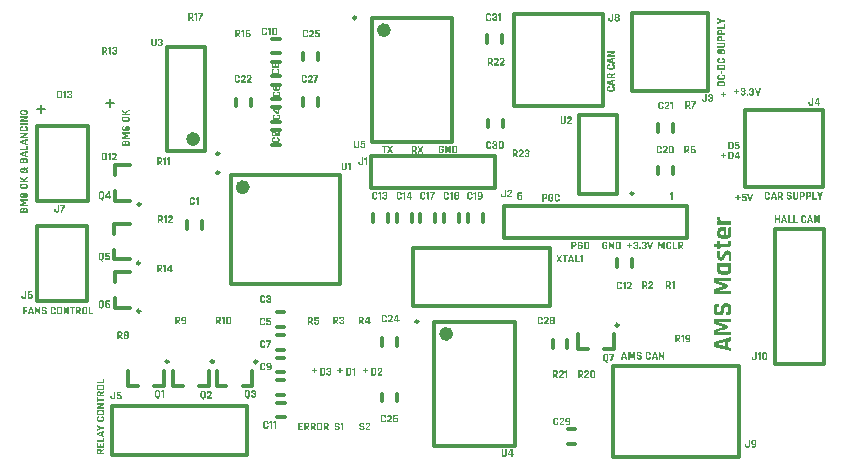
<source format=gto>
G04*
G04 #@! TF.GenerationSoftware,Altium Limited,Altium Designer,18.1.9 (240)*
G04*
G04 Layer_Color=65535*
%FSLAX44Y44*%
%MOMM*%
G71*
G01*
G75*
%ADD10C,0.6000*%
%ADD11C,0.2500*%
%ADD12C,0.3000*%
%ADD13C,0.1270*%
G36*
X677191Y807459D02*
X677206Y807445D01*
X677221Y807415D01*
X677235Y807357D01*
X677250Y807269D01*
Y806479D01*
X677235Y806421D01*
X677221Y806347D01*
X677162Y806186D01*
X677118Y806128D01*
X677045Y806069D01*
X674602Y804548D01*
X675333Y803919D01*
X677045D01*
X677060D01*
X677074D01*
X677148Y803889D01*
X677191Y803860D01*
X677221Y803831D01*
X677235Y803772D01*
X677250Y803699D01*
Y802821D01*
X677221Y802748D01*
X677162Y802675D01*
X677118Y802660D01*
X677045Y802646D01*
X671047D01*
X671032D01*
X671018D01*
X670930Y802675D01*
X670856Y802734D01*
X670842Y802777D01*
X670827Y802851D01*
Y803728D01*
X670856Y803816D01*
X670886Y803846D01*
X670915Y803889D01*
X670974Y803904D01*
X671047Y803919D01*
X673885D01*
Y803933D01*
X673870D01*
X673841Y803948D01*
X673797Y803963D01*
X673724Y804006D01*
X673636Y804036D01*
X673519Y804094D01*
X673402Y804167D01*
X673270Y804240D01*
X671047Y805762D01*
X671032D01*
X671018Y805791D01*
X670930Y805864D01*
X670856Y805982D01*
X670842Y806069D01*
X670827Y806157D01*
Y807152D01*
X670842Y807196D01*
X670856Y807225D01*
X670900Y807254D01*
X670915D01*
X670944D01*
X670988D01*
X671061Y807210D01*
X673695Y805309D01*
X677001Y807430D01*
X677016Y807445D01*
X677074Y807459D01*
X677133Y807474D01*
X677191Y807459D01*
D02*
G37*
G36*
X675904Y801417D02*
X676080Y801388D01*
X676270Y801344D01*
X676475Y801256D01*
X676665Y801153D01*
X676840Y801007D01*
X676855Y800993D01*
X676899Y800934D01*
X676972Y800832D01*
X677045Y800700D01*
X677118Y800524D01*
X677191Y800320D01*
X677235Y800071D01*
X677250Y799793D01*
Y798549D01*
X677221Y798403D01*
X677191Y798227D01*
X677148Y798037D01*
X677074Y797832D01*
X676972Y797628D01*
X676840Y797452D01*
X676826Y797437D01*
X676767Y797393D01*
X676665Y797320D01*
X676533Y797247D01*
X676357Y797159D01*
X676153Y797101D01*
X675904Y797042D01*
X675626Y797028D01*
X672466D01*
X672451D01*
X672437D01*
X672393D01*
X672334D01*
X672188Y797057D01*
X672012Y797086D01*
X671822Y797130D01*
X671617Y797203D01*
X671427Y797306D01*
X671252Y797452D01*
X671237Y797467D01*
X671178Y797540D01*
X671120Y797628D01*
X671032Y797774D01*
X670959Y797950D01*
X670886Y798154D01*
X670842Y798403D01*
X670827Y798681D01*
Y799925D01*
X670842Y800071D01*
X670886Y800246D01*
X670930Y800437D01*
X671003Y800641D01*
X671105Y800832D01*
X671252Y801007D01*
X671266Y801022D01*
X671325Y801080D01*
X671427Y801153D01*
X671559Y801227D01*
X671734Y801314D01*
X671939Y801373D01*
X672188Y801432D01*
X672466Y801446D01*
X675626D01*
X675641D01*
X675655D01*
X675699D01*
X675758D01*
X675904Y801417D01*
D02*
G37*
G36*
X675889Y793765D02*
X676065Y793736D01*
X676255Y793692D01*
X676460Y793604D01*
X676650Y793502D01*
X676826Y793355D01*
X676840Y793341D01*
X676884Y793282D01*
X676957Y793180D01*
X677030Y793034D01*
X677118Y792873D01*
X677177Y792653D01*
X677235Y792419D01*
X677250Y792141D01*
Y790912D01*
X677221Y790781D01*
X677191Y790605D01*
X677148Y790400D01*
X677074Y790210D01*
X676972Y790005D01*
X676826Y789830D01*
X676811Y789815D01*
X676753Y789756D01*
X676650Y789698D01*
X676518Y789610D01*
X676343Y789537D01*
X676138Y789464D01*
X675889Y789405D01*
X675611Y789391D01*
X675421D01*
X675407D01*
X675392D01*
X675304Y789420D01*
X675231Y789479D01*
X675216Y789522D01*
X675202Y789595D01*
Y790473D01*
X675231Y790561D01*
X675260Y790590D01*
X675290Y790634D01*
X675348Y790649D01*
X675421Y790664D01*
X675494D01*
X675509D01*
X675553D01*
X675626Y790678D01*
X675699D01*
X675875Y790722D01*
X675963Y790766D01*
X676021Y790810D01*
Y790825D01*
X676036Y790839D01*
X676065Y790883D01*
X676080Y790941D01*
X676109Y791015D01*
X676138Y791102D01*
X676153Y791219D01*
Y791892D01*
X676138Y791966D01*
Y792039D01*
X676094Y792214D01*
X676050Y792302D01*
X676006Y792361D01*
X675992Y792375D01*
X675977Y792390D01*
X675933Y792419D01*
X675875Y792448D01*
X675802Y792478D01*
X675714Y792492D01*
X675597Y792522D01*
X675451D01*
X675333D01*
X675319D01*
X675290D01*
X675231Y792507D01*
X675173Y792492D01*
X675099Y792463D01*
X675026Y792419D01*
X674953Y792361D01*
X674894Y792288D01*
X674880Y792273D01*
X674865Y792244D01*
X674836Y792200D01*
X674807Y792127D01*
X674778Y792039D01*
X674748Y791936D01*
X674704Y791702D01*
Y791644D01*
X674690Y791571D01*
X674675Y791483D01*
X674660Y791366D01*
X674646Y791249D01*
X674587Y790956D01*
Y790941D01*
X674573Y790883D01*
X674558Y790810D01*
X674529Y790707D01*
X674500Y790590D01*
X674456Y790459D01*
X674368Y790195D01*
Y790181D01*
X674339Y790137D01*
X674309Y790078D01*
X674251Y789990D01*
X674178Y789903D01*
X674090Y789800D01*
X673973Y789698D01*
X673841Y789610D01*
X673827Y789595D01*
X673768Y789581D01*
X673680Y789537D01*
X673563Y789493D01*
X673417Y789449D01*
X673241Y789420D01*
X673036Y789391D01*
X672817Y789376D01*
X672466D01*
X672451D01*
X672437D01*
X672393D01*
X672334Y789391D01*
X672203Y789405D01*
X672027Y789435D01*
X671837Y789479D01*
X671632Y789566D01*
X671442Y789669D01*
X671266Y789815D01*
X671252Y789830D01*
X671193Y789903D01*
X671120Y789990D01*
X671047Y790137D01*
X670959Y790312D01*
X670900Y790517D01*
X670842Y790766D01*
X670827Y791044D01*
Y792170D01*
X670856Y792317D01*
X670886Y792492D01*
X670930Y792682D01*
X671018Y792887D01*
X671120Y793092D01*
X671266Y793268D01*
X671281Y793282D01*
X671339Y793341D01*
X671442Y793414D01*
X671573Y793487D01*
X671749Y793575D01*
X671954Y793633D01*
X672188Y793692D01*
X672466Y793707D01*
X672656D01*
X672671D01*
X672685D01*
X672758Y793677D01*
X672846Y793619D01*
X672861Y793575D01*
X672876Y793502D01*
Y792624D01*
X672846Y792551D01*
X672817Y792507D01*
X672788Y792463D01*
X672729Y792448D01*
X672656Y792434D01*
X672598D01*
X672583D01*
X672539D01*
X672466D01*
X672393Y792419D01*
X672217Y792375D01*
X672129Y792331D01*
X672071Y792288D01*
X672042Y792258D01*
X672027Y792214D01*
X671998Y792170D01*
X671968Y792083D01*
X671954Y791995D01*
X671925Y791878D01*
Y791293D01*
X671939Y791219D01*
Y791132D01*
X671998Y790941D01*
X672027Y790868D01*
X672085Y790795D01*
X672115Y790766D01*
X672159Y790751D01*
X672217Y790722D01*
X672305Y790693D01*
X672407Y790678D01*
X672539Y790649D01*
X672685D01*
X672876D01*
X672890D01*
X672949Y790664D01*
X673022Y790693D01*
X673124Y790751D01*
X673212Y790854D01*
X673300Y791000D01*
X673344Y791088D01*
X673373Y791205D01*
X673402Y791322D01*
X673417Y791468D01*
Y791512D01*
X673431Y791556D01*
Y791615D01*
X673446Y791775D01*
X673490Y791980D01*
X673534Y792214D01*
X673592Y792463D01*
X673666Y792726D01*
X673753Y792975D01*
Y792990D01*
X673783Y793034D01*
X673827Y793092D01*
X673885Y793180D01*
X673958Y793268D01*
X674046Y793370D01*
X674163Y793473D01*
X674295Y793560D01*
X674309Y793575D01*
X674368Y793604D01*
X674441Y793633D01*
X674558Y793677D01*
X674704Y793721D01*
X674865Y793765D01*
X675055Y793780D01*
X675275Y793794D01*
X675611D01*
X675626D01*
X675641D01*
X675685D01*
X675743D01*
X675889Y793765D01*
D02*
G37*
G36*
X677148Y788220D02*
X677221Y788162D01*
X677235Y788118D01*
X677250Y788045D01*
Y787196D01*
X677221Y787123D01*
X677162Y787035D01*
X677118Y787020D01*
X677045Y787006D01*
X672305D01*
Y786977D01*
X675655Y785953D01*
X675670D01*
X675685Y785938D01*
X675758Y785894D01*
X675831Y785821D01*
X675845Y785762D01*
X675860Y785704D01*
Y784826D01*
X675831Y784753D01*
X675772Y784665D01*
X675728Y784636D01*
X675655Y784606D01*
X672305Y783568D01*
Y783539D01*
X677045D01*
X677060D01*
X677104D01*
X677162Y783524D01*
X677206Y783495D01*
Y783480D01*
X677221Y783451D01*
X677235Y783407D01*
X677250Y783319D01*
Y782470D01*
X677221Y782397D01*
X677162Y782324D01*
X677118Y782310D01*
X677045Y782295D01*
X671047D01*
X671032D01*
X671018D01*
X670930Y782324D01*
X670856Y782383D01*
X670842Y782427D01*
X670827Y782500D01*
Y784021D01*
X670842Y784065D01*
X670886Y784138D01*
X670974Y784182D01*
X674500Y785236D01*
Y785294D01*
X670974Y786377D01*
X670944Y786391D01*
X670900Y786406D01*
X670856Y786465D01*
X670827Y786567D01*
Y788074D01*
X670856Y788147D01*
X670886Y788191D01*
X670915Y788220D01*
X670974Y788235D01*
X671047Y788250D01*
X677045D01*
X677060D01*
X677074D01*
X677148Y788220D01*
D02*
G37*
G36*
X675904Y781066D02*
X676080Y781037D01*
X676270Y780993D01*
X676475Y780905D01*
X676665Y780803D01*
X676840Y780656D01*
X676855Y780642D01*
X676899Y780583D01*
X676972Y780481D01*
X677045Y780349D01*
X677118Y780173D01*
X677191Y779969D01*
X677235Y779735D01*
X677250Y779457D01*
Y776926D01*
X677221Y776852D01*
X677162Y776779D01*
X677118Y776765D01*
X677045Y776750D01*
X671047D01*
X671032D01*
X671018D01*
X670930Y776779D01*
X670856Y776838D01*
X670842Y776882D01*
X670827Y776955D01*
Y779486D01*
X670842Y779632D01*
X670886Y779808D01*
X670930Y779998D01*
X671003Y780203D01*
X671105Y780393D01*
X671252Y780568D01*
X671266Y780583D01*
X671325Y780642D01*
X671427Y780715D01*
X671559Y780788D01*
X671734Y780876D01*
X671939Y780934D01*
X672173Y780993D01*
X672451Y781008D01*
X672861D01*
X672876D01*
X672890D01*
X672934D01*
X672993Y780993D01*
X673139Y780964D01*
X673314Y780905D01*
X673505Y780817D01*
X673680Y780671D01*
X673768Y780583D01*
X673841Y780481D01*
X673900Y780364D01*
X673958Y780217D01*
Y780232D01*
X673973Y780291D01*
X673987Y780349D01*
X674017Y780452D01*
X674061Y780539D01*
X674119Y780656D01*
X674192Y780759D01*
X674280Y780846D01*
X674295Y780861D01*
X674324Y780890D01*
X674382Y780920D01*
X674470Y780978D01*
X674587Y781022D01*
X674704Y781051D01*
X674865Y781081D01*
X675041Y781095D01*
X675641D01*
X675655D01*
X675670D01*
X675714D01*
X675772D01*
X675904Y781066D01*
D02*
G37*
G36*
X665074Y770908D02*
X665249Y770864D01*
X665440Y770820D01*
X665645Y770747D01*
X665835Y770645D01*
X666010Y770499D01*
X666025Y770484D01*
X666083Y770425D01*
X666157Y770323D01*
X666230Y770191D01*
X666318Y770016D01*
X666376Y769811D01*
X666435Y769577D01*
X666449Y769299D01*
Y768904D01*
Y768889D01*
Y768875D01*
Y768831D01*
X666435Y768772D01*
X666420Y768626D01*
X666376Y768450D01*
X666303Y768245D01*
X666200Y768026D01*
X666054Y767821D01*
X665849Y767616D01*
X663977Y766007D01*
X663962Y765992D01*
X663918Y765934D01*
X663874Y765861D01*
X663860Y765773D01*
Y765612D01*
X666274D01*
X666347Y765583D01*
X666420Y765524D01*
X666435Y765480D01*
X666449Y765407D01*
Y764705D01*
Y764690D01*
Y764676D01*
X666420Y764602D01*
X666361Y764529D01*
X666318Y764515D01*
X666244Y764500D01*
X662616D01*
X662543Y764529D01*
X662470Y764588D01*
X662455Y764632D01*
X662440Y764705D01*
Y765656D01*
Y765685D01*
X662455Y765758D01*
X662470Y765861D01*
X662499Y765992D01*
X662558Y766139D01*
X662645Y766300D01*
X662762Y766460D01*
X662923Y766621D01*
X664767Y768187D01*
X664781Y768202D01*
X664840Y768245D01*
X664913Y768318D01*
X664986Y768421D01*
X665074Y768538D01*
X665133Y768670D01*
X665191Y768816D01*
X665206Y768977D01*
Y769284D01*
Y769299D01*
Y769328D01*
Y769387D01*
X665191Y769460D01*
X665147Y769606D01*
X665103Y769665D01*
X665059Y769723D01*
X665030Y769738D01*
X665001Y769767D01*
X664957Y769796D01*
X664884Y769811D01*
X664811Y769840D01*
X664708Y769855D01*
X664138D01*
X664064Y769840D01*
X663918Y769796D01*
X663845Y769767D01*
X663786Y769723D01*
X663772Y769694D01*
X663728Y769621D01*
X663713Y769562D01*
X663684Y769489D01*
X663669Y769387D01*
Y769284D01*
Y768962D01*
Y768948D01*
Y768933D01*
X663640Y768860D01*
X663611Y768816D01*
X663582Y768772D01*
X663523Y768757D01*
X663450Y768743D01*
X662572D01*
X662499Y768772D01*
X662455Y768801D01*
X662426Y768831D01*
X662411Y768889D01*
X662397Y768962D01*
Y769299D01*
Y769313D01*
Y769328D01*
Y769372D01*
Y769430D01*
X662426Y769562D01*
X662455Y769738D01*
X662499Y769928D01*
X662572Y770133D01*
X662674Y770323D01*
X662821Y770499D01*
X662835Y770513D01*
X662909Y770572D01*
X662996Y770630D01*
X663143Y770718D01*
X663318Y770791D01*
X663523Y770864D01*
X663772Y770908D01*
X664050Y770923D01*
X664928D01*
X665074Y770908D01*
D02*
G37*
G36*
X661211Y770893D02*
X661255Y770864D01*
X661285Y770835D01*
X661299Y770776D01*
X661314Y770703D01*
Y764705D01*
Y764690D01*
Y764646D01*
X661299Y764588D01*
X661270Y764544D01*
X661255D01*
X661241Y764529D01*
X661197Y764515D01*
X661124Y764500D01*
X660231D01*
X660158Y764529D01*
X660070Y764588D01*
X660056Y764632D01*
X660041Y764705D01*
Y769562D01*
X659075Y769006D01*
X659061D01*
X659046Y768991D01*
X658929D01*
X658885Y769021D01*
X658871Y769065D01*
X658856Y769123D01*
Y769942D01*
Y769957D01*
Y769972D01*
X658871Y770045D01*
X658914Y770133D01*
X659002Y770206D01*
X659924Y770776D01*
X659939D01*
X659968Y770806D01*
X660056Y770850D01*
X660173Y770893D01*
X660304Y770923D01*
X661138D01*
X661211Y770893D01*
D02*
G37*
G36*
X656691Y770908D02*
X656866Y770864D01*
X657071Y770820D01*
X657261Y770747D01*
X657466Y770645D01*
X657642Y770499D01*
X657656Y770484D01*
X657715Y770425D01*
X657788Y770323D01*
X657861Y770191D01*
X657949Y770016D01*
X658007Y769811D01*
X658066Y769562D01*
X658081Y769284D01*
Y766124D01*
Y766109D01*
Y766095D01*
Y766051D01*
Y765992D01*
X658051Y765861D01*
X658022Y765685D01*
X657978Y765495D01*
X657890Y765290D01*
X657788Y765100D01*
X657642Y764924D01*
X657627Y764910D01*
X657569Y764866D01*
X657466Y764793D01*
X657320Y764719D01*
X657159Y764632D01*
X656939Y764573D01*
X656705Y764515D01*
X656427Y764500D01*
X653926D01*
X653852Y764529D01*
X653779Y764588D01*
X653765Y764632D01*
X653750Y764705D01*
Y770703D01*
Y770718D01*
Y770732D01*
X653779Y770820D01*
X653838Y770893D01*
X653882Y770908D01*
X653955Y770923D01*
X656559D01*
X656691Y770908D01*
D02*
G37*
G36*
X589639Y807109D02*
X589815Y807080D01*
X590005Y807036D01*
X590210Y806948D01*
X590400Y806846D01*
X590576Y806700D01*
X590590Y806685D01*
X590634Y806627D01*
X590707Y806524D01*
X590781Y806393D01*
X590868Y806217D01*
X590927Y806012D01*
X590985Y805778D01*
X591000Y805500D01*
Y804315D01*
X590971Y804169D01*
X590942Y803993D01*
X590898Y803803D01*
X590824Y803598D01*
X590722Y803393D01*
X590590Y803218D01*
X590576Y803203D01*
X590517Y803159D01*
X590415Y803086D01*
X590283Y803013D01*
X590108Y802925D01*
X589903Y802867D01*
X589654Y802808D01*
X589376Y802793D01*
X586216D01*
X586201D01*
X586187D01*
X586143D01*
X586084D01*
X585938Y802823D01*
X585762Y802852D01*
X585572Y802896D01*
X585367Y802969D01*
X585177Y803071D01*
X585001Y803218D01*
X584987Y803232D01*
X584928Y803306D01*
X584870Y803393D01*
X584782Y803540D01*
X584709Y803715D01*
X584636Y803920D01*
X584592Y804169D01*
X584577Y804447D01*
Y805632D01*
X584592Y805763D01*
X584636Y805939D01*
X584680Y806129D01*
X584753Y806334D01*
X584855Y806524D01*
X585001Y806700D01*
X585016Y806714D01*
X585075Y806773D01*
X585177Y806846D01*
X585309Y806919D01*
X585484Y807007D01*
X585689Y807066D01*
X585938Y807124D01*
X586216Y807139D01*
X586508D01*
X586523D01*
X586538D01*
X586611Y807109D01*
X586699Y807051D01*
X586713Y807007D01*
X586728Y806934D01*
Y806056D01*
X586699Y805983D01*
X586669Y805939D01*
X586640Y805895D01*
X586582Y805881D01*
X586508Y805866D01*
X586274D01*
X586260D01*
X586216D01*
X586172D01*
X586099Y805851D01*
X585952Y805807D01*
X585879Y805778D01*
X585821Y805734D01*
X585792Y805705D01*
X585777Y805676D01*
X585748Y805632D01*
X585718Y805573D01*
X585704Y805500D01*
X585675Y805412D01*
Y804535D01*
X585689Y804461D01*
X585733Y804330D01*
X585777Y804257D01*
X585821Y804198D01*
X585850Y804183D01*
X585879Y804154D01*
X585923Y804139D01*
X585982Y804110D01*
X586070Y804081D01*
X586157Y804066D01*
X586274D01*
X589318D01*
X589332D01*
X589376D01*
X589420Y804081D01*
X589493D01*
X589639Y804125D01*
X589712Y804154D01*
X589771Y804198D01*
X589786Y804227D01*
X589830Y804300D01*
X589859Y804359D01*
X589888Y804432D01*
X589903Y804535D01*
Y805354D01*
X589888Y805398D01*
Y805471D01*
X589844Y805617D01*
X589815Y805676D01*
X589771Y805734D01*
X589742Y805749D01*
X589712Y805778D01*
X589669Y805807D01*
X589595Y805822D01*
X589522Y805851D01*
X589435Y805866D01*
X589318D01*
X588688D01*
X588674D01*
X588630Y805851D01*
X588601Y805822D01*
X588586Y805763D01*
Y805134D01*
X588557Y805061D01*
X588527Y805017D01*
X588498Y804988D01*
X588440Y804973D01*
X588367Y804959D01*
X587693D01*
X587679D01*
X587664D01*
X587576Y804988D01*
X587503Y805046D01*
X587489Y805090D01*
X587474Y805164D01*
Y806948D01*
X587503Y807022D01*
X587533Y807066D01*
X587576Y807109D01*
X587635Y807124D01*
X587708Y807139D01*
X589376D01*
X589391D01*
X589405D01*
X589449D01*
X589508D01*
X589639Y807109D01*
D02*
G37*
G36*
X590898Y801579D02*
X590942Y801550D01*
X590971Y801521D01*
X590985Y801462D01*
X591000Y801389D01*
Y800628D01*
X590971Y800540D01*
X590912Y800438D01*
X590868Y800394D01*
X590810Y800350D01*
X587094Y798346D01*
Y798302D01*
X590795D01*
X590810D01*
X590824D01*
X590898Y798273D01*
X590971Y798214D01*
X590985Y798170D01*
X591000Y798097D01*
Y797234D01*
X590971Y797161D01*
X590912Y797088D01*
X590868Y797073D01*
X590795Y797058D01*
X584797D01*
X584782D01*
X584767D01*
X584680Y797088D01*
X584607Y797146D01*
X584592Y797190D01*
X584577Y797263D01*
Y798039D01*
X584592Y798126D01*
X584636Y798229D01*
X584724Y798302D01*
X588513Y800321D01*
Y800350D01*
X584797D01*
X584782D01*
X584767D01*
X584680Y800379D01*
X584650Y800409D01*
X584607Y800438D01*
X584592Y800497D01*
X584577Y800570D01*
Y801418D01*
X584607Y801506D01*
X584636Y801535D01*
X584665Y801579D01*
X584724Y801594D01*
X584797Y801608D01*
X590795D01*
X590810D01*
X590824D01*
X590898Y801579D01*
D02*
G37*
G36*
Y795683D02*
X590971Y795624D01*
X590985Y795581D01*
X591000Y795508D01*
Y794630D01*
X590971Y794557D01*
X590912Y794469D01*
X590868Y794454D01*
X590795Y794439D01*
X584797D01*
X584782D01*
X584767D01*
X584680Y794469D01*
X584650Y794498D01*
X584607Y794527D01*
X584592Y794586D01*
X584577Y794659D01*
Y795537D01*
X584607Y795610D01*
X584636Y795654D01*
X584665Y795683D01*
X584724Y795698D01*
X584797Y795712D01*
X590795D01*
X590810D01*
X590824D01*
X590898Y795683D01*
D02*
G37*
G36*
X589639Y793284D02*
X589815Y793254D01*
X590005Y793211D01*
X590210Y793123D01*
X590400Y793020D01*
X590576Y792874D01*
X590590Y792859D01*
X590634Y792801D01*
X590707Y792699D01*
X590781Y792552D01*
X590868Y792391D01*
X590927Y792172D01*
X590985Y791938D01*
X591000Y791660D01*
Y790445D01*
X590971Y790299D01*
X590942Y790124D01*
X590898Y789933D01*
X590824Y789728D01*
X590722Y789524D01*
X590590Y789348D01*
X590576Y789333D01*
X590517Y789290D01*
X590415Y789216D01*
X590283Y789143D01*
X590108Y789055D01*
X589903Y788997D01*
X589654Y788939D01*
X589376Y788924D01*
X586216D01*
X586201D01*
X586187D01*
X586143D01*
X586084D01*
X585938Y788953D01*
X585762Y788982D01*
X585572Y789026D01*
X585367Y789099D01*
X585177Y789202D01*
X585001Y789348D01*
X584987Y789363D01*
X584928Y789436D01*
X584870Y789524D01*
X584782Y789670D01*
X584709Y789846D01*
X584636Y790050D01*
X584592Y790299D01*
X584577Y790577D01*
Y791791D01*
X584592Y791923D01*
X584636Y792099D01*
X584680Y792303D01*
X584753Y792494D01*
X584855Y792699D01*
X585001Y792874D01*
X585016Y792889D01*
X585075Y792947D01*
X585177Y793020D01*
X585309Y793093D01*
X585484Y793181D01*
X585689Y793240D01*
X585938Y793298D01*
X586216Y793313D01*
X586684D01*
X586699D01*
X586713D01*
X586786Y793284D01*
X586830Y793254D01*
X586874Y793225D01*
X586889Y793167D01*
X586903Y793093D01*
Y792230D01*
X586874Y792157D01*
X586845Y792113D01*
X586816Y792069D01*
X586757Y792055D01*
X586684Y792040D01*
X586274D01*
X586260D01*
X586216D01*
X586172D01*
X586099Y792026D01*
X585952Y791982D01*
X585879Y791952D01*
X585821Y791908D01*
X585792Y791879D01*
X585777Y791850D01*
X585748Y791806D01*
X585718Y791748D01*
X585704Y791660D01*
X585675Y791572D01*
Y790665D01*
X585689Y790592D01*
X585733Y790460D01*
X585777Y790387D01*
X585821Y790328D01*
X585850Y790314D01*
X585879Y790284D01*
X585923Y790270D01*
X585982Y790241D01*
X586070Y790211D01*
X586157Y790197D01*
X586274D01*
X589318D01*
X589332D01*
X589376D01*
X589420Y790211D01*
X589493D01*
X589639Y790255D01*
X589712Y790284D01*
X589771Y790328D01*
X589786Y790358D01*
X589830Y790431D01*
X589859Y790489D01*
X589888Y790562D01*
X589903Y790665D01*
Y791513D01*
X589888Y791557D01*
Y791630D01*
X589844Y791777D01*
X589815Y791850D01*
X589771Y791908D01*
X589742Y791923D01*
X589712Y791952D01*
X589669Y791982D01*
X589595Y791996D01*
X589522Y792026D01*
X589435Y792040D01*
X589318D01*
X588908D01*
X588893D01*
X588879D01*
X588791Y792069D01*
X588762Y792099D01*
X588718Y792128D01*
X588703Y792186D01*
X588688Y792260D01*
Y793123D01*
X588718Y793211D01*
X588747Y793240D01*
X588776Y793284D01*
X588835Y793298D01*
X588908Y793313D01*
X589376D01*
X589391D01*
X589405D01*
X589449D01*
X589508D01*
X589639Y793284D01*
D02*
G37*
G36*
X590898Y787710D02*
X590942Y787680D01*
X590971Y787651D01*
X590985Y787592D01*
X591000Y787519D01*
Y786758D01*
X590971Y786671D01*
X590912Y786568D01*
X590868Y786524D01*
X590810Y786480D01*
X587094Y784476D01*
Y784432D01*
X590795D01*
X590810D01*
X590824D01*
X590898Y784403D01*
X590971Y784344D01*
X590985Y784301D01*
X591000Y784228D01*
Y783364D01*
X590971Y783291D01*
X590912Y783218D01*
X590868Y783203D01*
X590795Y783189D01*
X584797D01*
X584782D01*
X584767D01*
X584680Y783218D01*
X584607Y783277D01*
X584592Y783320D01*
X584577Y783393D01*
Y784169D01*
X584592Y784257D01*
X584636Y784359D01*
X584724Y784432D01*
X588513Y786451D01*
Y786480D01*
X584797D01*
X584782D01*
X584767D01*
X584680Y786510D01*
X584650Y786539D01*
X584607Y786568D01*
X584592Y786627D01*
X584577Y786700D01*
Y787549D01*
X584607Y787636D01*
X584636Y787666D01*
X584665Y787710D01*
X584724Y787724D01*
X584797Y787739D01*
X590795D01*
X590810D01*
X590824D01*
X590898Y787710D01*
D02*
G37*
G36*
X590971Y782282D02*
X590985Y782238D01*
X591000Y782179D01*
Y781170D01*
X590985Y781111D01*
X590956Y781067D01*
X590942D01*
X590912Y781053D01*
X590868Y781038D01*
X590795Y781009D01*
X589698Y780731D01*
Y778785D01*
X590795Y778507D01*
X590810D01*
X590854Y778492D01*
X590912Y778478D01*
X590956Y778434D01*
Y778419D01*
X590971Y778405D01*
X590985Y778361D01*
X591000Y778302D01*
Y777307D01*
X590971Y777263D01*
X590912Y777219D01*
X590868Y777205D01*
X590795Y777219D01*
X584797Y778800D01*
X584782D01*
X584767Y778814D01*
X584680Y778858D01*
X584607Y778960D01*
X584592Y779019D01*
X584577Y779092D01*
Y780468D01*
X584607Y780555D01*
X584636Y780614D01*
X584665Y780658D01*
X584724Y780702D01*
X584797Y780731D01*
X590795Y782311D01*
X590810D01*
X590824D01*
X590898D01*
X590942D01*
X590971Y782282D01*
D02*
G37*
G36*
X590898Y776810D02*
X590971Y776751D01*
X590985Y776707D01*
X591000Y776634D01*
Y773313D01*
X590971Y773240D01*
X590912Y773167D01*
X590868Y773152D01*
X590795Y773138D01*
X584797D01*
X584782D01*
X584767D01*
X584680Y773167D01*
X584607Y773225D01*
X584592Y773269D01*
X584577Y773342D01*
Y774220D01*
X584607Y774308D01*
X584636Y774337D01*
X584665Y774381D01*
X584724Y774396D01*
X584797Y774410D01*
X589786D01*
X589800D01*
X589844Y774425D01*
X589888Y774454D01*
X589903Y774528D01*
Y776664D01*
X589932Y776737D01*
X589961Y776781D01*
X589991Y776810D01*
X590049Y776824D01*
X590122Y776839D01*
X590795D01*
X590810D01*
X590824D01*
X590898Y776810D01*
D02*
G37*
G36*
X590971Y772231D02*
X590985Y772187D01*
X591000Y772128D01*
Y771119D01*
X590985Y771060D01*
X590956Y771016D01*
X590942D01*
X590912Y771002D01*
X590868Y770987D01*
X590795Y770958D01*
X589698Y770680D01*
Y768734D01*
X590795Y768456D01*
X590810D01*
X590854Y768441D01*
X590912Y768427D01*
X590956Y768383D01*
Y768368D01*
X590971Y768354D01*
X590985Y768310D01*
X591000Y768251D01*
Y767256D01*
X590971Y767212D01*
X590912Y767168D01*
X590868Y767154D01*
X590795Y767168D01*
X584797Y768748D01*
X584782D01*
X584767Y768763D01*
X584680Y768807D01*
X584607Y768909D01*
X584592Y768968D01*
X584577Y769041D01*
Y770416D01*
X584607Y770504D01*
X584636Y770563D01*
X584665Y770607D01*
X584724Y770650D01*
X584797Y770680D01*
X590795Y772260D01*
X590810D01*
X590824D01*
X590898D01*
X590942D01*
X590971Y772231D01*
D02*
G37*
G36*
X589654Y766349D02*
X589830Y766320D01*
X590020Y766276D01*
X590225Y766188D01*
X590415Y766086D01*
X590590Y765939D01*
X590605Y765925D01*
X590649Y765866D01*
X590722Y765764D01*
X590795Y765632D01*
X590868Y765457D01*
X590942Y765252D01*
X590985Y765018D01*
X591000Y764740D01*
Y762209D01*
X590971Y762136D01*
X590912Y762062D01*
X590868Y762048D01*
X590795Y762033D01*
X584797D01*
X584782D01*
X584767D01*
X584680Y762062D01*
X584607Y762121D01*
X584592Y762165D01*
X584577Y762238D01*
Y764769D01*
X584592Y764915D01*
X584636Y765091D01*
X584680Y765281D01*
X584753Y765486D01*
X584855Y765676D01*
X585001Y765852D01*
X585016Y765866D01*
X585075Y765925D01*
X585177Y765998D01*
X585309Y766071D01*
X585484Y766159D01*
X585689Y766217D01*
X585923Y766276D01*
X586201Y766291D01*
X586611D01*
X586626D01*
X586640D01*
X586684D01*
X586743Y766276D01*
X586889Y766247D01*
X587064Y766188D01*
X587255Y766100D01*
X587430Y765954D01*
X587518Y765866D01*
X587591Y765764D01*
X587650Y765647D01*
X587708Y765501D01*
Y765515D01*
X587723Y765574D01*
X587737Y765632D01*
X587767Y765735D01*
X587811Y765822D01*
X587869Y765939D01*
X587942Y766042D01*
X588030Y766130D01*
X588045Y766144D01*
X588074Y766174D01*
X588133Y766203D01*
X588220Y766261D01*
X588337Y766305D01*
X588454Y766335D01*
X588615Y766364D01*
X588791Y766378D01*
X589391D01*
X589405D01*
X589420D01*
X589464D01*
X589522D01*
X589654Y766349D01*
D02*
G37*
G36*
X590942Y758800D02*
X590956D01*
X590971Y758785D01*
X590985Y758771D01*
X591000Y758727D01*
Y757600D01*
X590985Y757512D01*
X590942Y757410D01*
X590868Y757308D01*
X590342Y756854D01*
X590356D01*
X590400Y756839D01*
X590459Y756810D01*
X590532Y756766D01*
X590620Y756708D01*
X590707Y756649D01*
X590781Y756561D01*
X590854Y756459D01*
Y756444D01*
X590883Y756415D01*
X590898Y756342D01*
X590927Y756254D01*
X590956Y756137D01*
X590971Y756005D01*
X591000Y755844D01*
Y754908D01*
X590971Y754762D01*
X590942Y754586D01*
X590898Y754396D01*
X590824Y754191D01*
X590722Y753986D01*
X590590Y753811D01*
X590576Y753796D01*
X590517Y753752D01*
X590415Y753679D01*
X590283Y753606D01*
X590108Y753518D01*
X589903Y753460D01*
X589669Y753401D01*
X589391Y753387D01*
X588806D01*
X588776D01*
X588718D01*
X588630Y753401D01*
X588513Y753416D01*
X588367Y753445D01*
X588220Y753504D01*
X588074Y753562D01*
X587928Y753650D01*
X587913Y753665D01*
X587869Y753708D01*
X587796Y753767D01*
X587723Y753855D01*
X587650Y753957D01*
X587562Y754089D01*
X587503Y754235D01*
X587474Y754396D01*
X587445Y754381D01*
X587386Y754338D01*
X587284Y754279D01*
X587138Y754206D01*
X586962Y754133D01*
X586772Y754074D01*
X586552Y754030D01*
X586304Y754016D01*
X586201D01*
X586187D01*
X586172D01*
X586128D01*
X586070Y754030D01*
X585938Y754045D01*
X585762Y754074D01*
X585572Y754133D01*
X585367Y754206D01*
X585177Y754323D01*
X585001Y754469D01*
X584987Y754499D01*
X584928Y754557D01*
X584870Y754659D01*
X584782Y754806D01*
X584709Y754981D01*
X584636Y755201D01*
X584592Y755464D01*
X584577Y755742D01*
Y756210D01*
X584592Y756342D01*
X584636Y756517D01*
X584680Y756708D01*
X584753Y756913D01*
X584855Y757103D01*
X585001Y757278D01*
X585016Y757293D01*
X585075Y757351D01*
X585177Y757425D01*
X585309Y757498D01*
X585484Y757586D01*
X585689Y757644D01*
X585923Y757702D01*
X586201Y757717D01*
X586538D01*
X586552D01*
X586567D01*
X586640Y757688D01*
X586728Y757629D01*
X586743Y757586D01*
X586757Y757512D01*
Y756635D01*
X586728Y756561D01*
X586699Y756517D01*
X586669Y756474D01*
X586611Y756459D01*
X586538Y756444D01*
X586216D01*
X586201D01*
X586172D01*
X586114D01*
X586040Y756430D01*
X585894Y756400D01*
X585835Y756371D01*
X585777Y756327D01*
X585762Y756313D01*
X585704Y756239D01*
X585660Y756123D01*
X585645Y755947D01*
Y755771D01*
X585660Y755713D01*
X585704Y755566D01*
X585733Y755508D01*
X585777Y755450D01*
X585806Y755435D01*
X585879Y755391D01*
X585938Y755362D01*
X586011Y755332D01*
X586114Y755318D01*
X586216D01*
X586348D01*
X586362D01*
X586421Y755332D01*
X586494Y755347D01*
X586611Y755376D01*
X586743Y755420D01*
X586889Y755508D01*
X587064Y755610D01*
X587240Y755757D01*
X587781Y756225D01*
Y758478D01*
X587811Y758551D01*
X587840Y758595D01*
X587869Y758624D01*
X587928Y758639D01*
X588001Y758653D01*
X588674D01*
X588688D01*
X588703D01*
X588776Y758624D01*
X588864Y758566D01*
X588879Y758522D01*
X588893Y758449D01*
Y757147D01*
X590824Y758785D01*
X590839D01*
X590854Y758800D01*
X590898Y758814D01*
X590942Y758800D01*
D02*
G37*
G36*
Y750709D02*
X590956Y750695D01*
X590971Y750665D01*
X590985Y750607D01*
X591000Y750519D01*
Y749729D01*
X590985Y749670D01*
X590971Y749597D01*
X590912Y749436D01*
X590868Y749378D01*
X590795Y749319D01*
X588352Y747798D01*
X589083Y747169D01*
X590795D01*
X590810D01*
X590824D01*
X590898Y747139D01*
X590942Y747110D01*
X590971Y747081D01*
X590985Y747022D01*
X591000Y746949D01*
Y746071D01*
X590971Y745998D01*
X590912Y745925D01*
X590868Y745910D01*
X590795Y745896D01*
X584797D01*
X584782D01*
X584767D01*
X584680Y745925D01*
X584607Y745984D01*
X584592Y746028D01*
X584577Y746101D01*
Y746979D01*
X584607Y747066D01*
X584636Y747095D01*
X584665Y747139D01*
X584724Y747154D01*
X584797Y747169D01*
X587635D01*
Y747183D01*
X587620D01*
X587591Y747198D01*
X587547Y747213D01*
X587474Y747256D01*
X587386Y747286D01*
X587269Y747344D01*
X587152Y747417D01*
X587020Y747490D01*
X584797Y749012D01*
X584782D01*
X584767Y749041D01*
X584680Y749115D01*
X584607Y749231D01*
X584592Y749319D01*
X584577Y749407D01*
Y750402D01*
X584592Y750446D01*
X584607Y750475D01*
X584650Y750504D01*
X584665D01*
X584694D01*
X584738D01*
X584811Y750461D01*
X587445Y748559D01*
X590751Y750680D01*
X590766Y750695D01*
X590824Y750709D01*
X590883Y750724D01*
X590942Y750709D01*
D02*
G37*
G36*
X589654Y744667D02*
X589830Y744638D01*
X590020Y744594D01*
X590225Y744506D01*
X590415Y744404D01*
X590590Y744257D01*
X590605Y744243D01*
X590649Y744184D01*
X590722Y744082D01*
X590795Y743950D01*
X590868Y743774D01*
X590942Y743570D01*
X590985Y743321D01*
X591000Y743043D01*
Y741799D01*
X590971Y741653D01*
X590942Y741477D01*
X590898Y741287D01*
X590824Y741082D01*
X590722Y740878D01*
X590590Y740702D01*
X590576Y740687D01*
X590517Y740643D01*
X590415Y740570D01*
X590283Y740497D01*
X590108Y740409D01*
X589903Y740351D01*
X589654Y740292D01*
X589376Y740278D01*
X586216D01*
X586201D01*
X586187D01*
X586143D01*
X586084D01*
X585938Y740307D01*
X585762Y740336D01*
X585572Y740380D01*
X585367Y740453D01*
X585177Y740556D01*
X585001Y740702D01*
X584987Y740717D01*
X584928Y740790D01*
X584870Y740878D01*
X584782Y741024D01*
X584709Y741199D01*
X584636Y741404D01*
X584592Y741653D01*
X584577Y741931D01*
Y743175D01*
X584592Y743321D01*
X584636Y743496D01*
X584680Y743687D01*
X584753Y743892D01*
X584855Y744082D01*
X585001Y744257D01*
X585016Y744272D01*
X585075Y744330D01*
X585177Y744404D01*
X585309Y744477D01*
X585484Y744564D01*
X585689Y744623D01*
X585938Y744681D01*
X586216Y744696D01*
X589376D01*
X589391D01*
X589405D01*
X589449D01*
X589508D01*
X589654Y744667D01*
D02*
G37*
G36*
X589639Y737015D02*
X589815Y736986D01*
X590005Y736942D01*
X590210Y736854D01*
X590400Y736752D01*
X590576Y736606D01*
X590590Y736591D01*
X590634Y736532D01*
X590707Y736430D01*
X590781Y736284D01*
X590868Y736123D01*
X590927Y735903D01*
X590985Y735669D01*
X591000Y735391D01*
Y734162D01*
X590971Y734031D01*
X590942Y733855D01*
X590898Y733650D01*
X590824Y733460D01*
X590722Y733255D01*
X590576Y733080D01*
X590561Y733065D01*
X590503Y733006D01*
X590400Y732948D01*
X590269Y732860D01*
X590093Y732787D01*
X589888Y732714D01*
X589639Y732655D01*
X589361Y732641D01*
X589171D01*
X589157D01*
X589142D01*
X589054Y732670D01*
X588981Y732729D01*
X588966Y732772D01*
X588952Y732846D01*
Y733723D01*
X588981Y733811D01*
X589010Y733840D01*
X589039Y733884D01*
X589098Y733899D01*
X589171Y733913D01*
X589244D01*
X589259D01*
X589303D01*
X589376Y733928D01*
X589449D01*
X589625Y733972D01*
X589712Y734016D01*
X589771Y734060D01*
Y734074D01*
X589786Y734089D01*
X589815Y734133D01*
X589830Y734192D01*
X589859Y734265D01*
X589888Y734352D01*
X589903Y734470D01*
Y735143D01*
X589888Y735216D01*
Y735289D01*
X589844Y735464D01*
X589800Y735552D01*
X589756Y735611D01*
X589742Y735625D01*
X589727Y735640D01*
X589683Y735669D01*
X589625Y735698D01*
X589552Y735728D01*
X589464Y735742D01*
X589347Y735772D01*
X589201D01*
X589083D01*
X589069D01*
X589039D01*
X588981Y735757D01*
X588923Y735742D01*
X588849Y735713D01*
X588776Y735669D01*
X588703Y735611D01*
X588644Y735537D01*
X588630Y735523D01*
X588615Y735494D01*
X588586Y735450D01*
X588557Y735377D01*
X588527Y735289D01*
X588498Y735186D01*
X588454Y734952D01*
Y734894D01*
X588440Y734821D01*
X588425Y734733D01*
X588410Y734616D01*
X588396Y734499D01*
X588337Y734206D01*
Y734192D01*
X588323Y734133D01*
X588308Y734060D01*
X588279Y733957D01*
X588250Y733840D01*
X588206Y733709D01*
X588118Y733445D01*
Y733431D01*
X588089Y733387D01*
X588059Y733328D01*
X588001Y733241D01*
X587928Y733153D01*
X587840Y733050D01*
X587723Y732948D01*
X587591Y732860D01*
X587576Y732846D01*
X587518Y732831D01*
X587430Y732787D01*
X587313Y732743D01*
X587167Y732699D01*
X586991Y732670D01*
X586786Y732641D01*
X586567Y732626D01*
X586216D01*
X586201D01*
X586187D01*
X586143D01*
X586084Y732641D01*
X585952Y732655D01*
X585777Y732685D01*
X585587Y732729D01*
X585382Y732816D01*
X585192Y732919D01*
X585016Y733065D01*
X585001Y733080D01*
X584943Y733153D01*
X584870Y733241D01*
X584797Y733387D01*
X584709Y733562D01*
X584650Y733767D01*
X584592Y734016D01*
X584577Y734294D01*
Y735420D01*
X584607Y735567D01*
X584636Y735742D01*
X584680Y735932D01*
X584767Y736137D01*
X584870Y736342D01*
X585016Y736518D01*
X585031Y736532D01*
X585089Y736591D01*
X585192Y736664D01*
X585323Y736737D01*
X585499Y736825D01*
X585704Y736883D01*
X585938Y736942D01*
X586216Y736957D01*
X586406D01*
X586421D01*
X586435D01*
X586508Y736927D01*
X586596Y736869D01*
X586611Y736825D01*
X586626Y736752D01*
Y735874D01*
X586596Y735801D01*
X586567Y735757D01*
X586538Y735713D01*
X586479Y735698D01*
X586406Y735684D01*
X586348D01*
X586333D01*
X586289D01*
X586216D01*
X586143Y735669D01*
X585967Y735625D01*
X585879Y735581D01*
X585821Y735537D01*
X585792Y735508D01*
X585777Y735464D01*
X585748Y735420D01*
X585718Y735333D01*
X585704Y735245D01*
X585675Y735128D01*
Y734543D01*
X585689Y734470D01*
Y734382D01*
X585748Y734192D01*
X585777Y734118D01*
X585835Y734045D01*
X585865Y734016D01*
X585909Y734001D01*
X585967Y733972D01*
X586055Y733943D01*
X586157Y733928D01*
X586289Y733899D01*
X586435D01*
X586626D01*
X586640D01*
X586699Y733913D01*
X586772Y733943D01*
X586874Y734001D01*
X586962Y734104D01*
X587050Y734250D01*
X587094Y734338D01*
X587123Y734455D01*
X587152Y734572D01*
X587167Y734718D01*
Y734762D01*
X587182Y734806D01*
Y734865D01*
X587196Y735025D01*
X587240Y735230D01*
X587284Y735464D01*
X587342Y735713D01*
X587416Y735976D01*
X587503Y736225D01*
Y736240D01*
X587533Y736284D01*
X587576Y736342D01*
X587635Y736430D01*
X587708Y736518D01*
X587796Y736620D01*
X587913Y736723D01*
X588045Y736810D01*
X588059Y736825D01*
X588118Y736854D01*
X588191Y736883D01*
X588308Y736927D01*
X588454Y736971D01*
X588615Y737015D01*
X588806Y737030D01*
X589025Y737044D01*
X589361D01*
X589376D01*
X589391D01*
X589435D01*
X589493D01*
X589639Y737015D01*
D02*
G37*
G36*
X590898Y731470D02*
X590971Y731412D01*
X590985Y731368D01*
X591000Y731295D01*
Y730446D01*
X590971Y730373D01*
X590912Y730285D01*
X590868Y730270D01*
X590795Y730256D01*
X586055D01*
Y730227D01*
X589405Y729202D01*
X589420D01*
X589435Y729188D01*
X589508Y729144D01*
X589581Y729071D01*
X589595Y729012D01*
X589610Y728954D01*
Y728076D01*
X589581Y728003D01*
X589522Y727915D01*
X589478Y727886D01*
X589405Y727857D01*
X586055Y726818D01*
Y726788D01*
X590795D01*
X590810D01*
X590854D01*
X590912Y726774D01*
X590956Y726745D01*
Y726730D01*
X590971Y726701D01*
X590985Y726657D01*
X591000Y726569D01*
Y725721D01*
X590971Y725647D01*
X590912Y725574D01*
X590868Y725560D01*
X590795Y725545D01*
X584797D01*
X584782D01*
X584767D01*
X584680Y725574D01*
X584607Y725633D01*
X584592Y725677D01*
X584577Y725750D01*
Y727271D01*
X584592Y727315D01*
X584636Y727388D01*
X584724Y727432D01*
X588250Y728486D01*
Y728544D01*
X584724Y729627D01*
X584694Y729641D01*
X584650Y729656D01*
X584607Y729715D01*
X584577Y729817D01*
Y731324D01*
X584607Y731397D01*
X584636Y731441D01*
X584665Y731470D01*
X584724Y731485D01*
X584797Y731499D01*
X590795D01*
X590810D01*
X590824D01*
X590898Y731470D01*
D02*
G37*
G36*
X589654Y724316D02*
X589830Y724287D01*
X590020Y724243D01*
X590225Y724155D01*
X590415Y724053D01*
X590590Y723906D01*
X590605Y723892D01*
X590649Y723833D01*
X590722Y723731D01*
X590795Y723599D01*
X590868Y723423D01*
X590942Y723219D01*
X590985Y722985D01*
X591000Y722707D01*
Y720176D01*
X590971Y720102D01*
X590912Y720029D01*
X590868Y720015D01*
X590795Y720000D01*
X584797D01*
X584782D01*
X584767D01*
X584680Y720029D01*
X584607Y720088D01*
X584592Y720132D01*
X584577Y720205D01*
Y722736D01*
X584592Y722882D01*
X584636Y723058D01*
X584680Y723248D01*
X584753Y723453D01*
X584855Y723643D01*
X585001Y723819D01*
X585016Y723833D01*
X585075Y723892D01*
X585177Y723965D01*
X585309Y724038D01*
X585484Y724126D01*
X585689Y724184D01*
X585923Y724243D01*
X586201Y724258D01*
X586611D01*
X586626D01*
X586640D01*
X586684D01*
X586743Y724243D01*
X586889Y724214D01*
X587064Y724155D01*
X587255Y724067D01*
X587430Y723921D01*
X587518Y723833D01*
X587591Y723731D01*
X587650Y723614D01*
X587708Y723467D01*
Y723482D01*
X587723Y723541D01*
X587737Y723599D01*
X587767Y723701D01*
X587811Y723789D01*
X587869Y723906D01*
X587942Y724009D01*
X588030Y724097D01*
X588045Y724111D01*
X588074Y724140D01*
X588133Y724170D01*
X588220Y724228D01*
X588337Y724272D01*
X588454Y724301D01*
X588615Y724331D01*
X588791Y724345D01*
X589391D01*
X589405D01*
X589420D01*
X589464D01*
X589522D01*
X589654Y724316D01*
D02*
G37*
G36*
X605654Y640394D02*
X605829Y640364D01*
X606020Y640320D01*
X606224Y640233D01*
X606429Y640130D01*
X606605Y639984D01*
X606619Y639969D01*
X606678Y639911D01*
X606751Y639808D01*
X606824Y639677D01*
X606912Y639501D01*
X606970Y639296D01*
X607029Y639062D01*
X607044Y638784D01*
Y638594D01*
Y638579D01*
Y638565D01*
X607014Y638492D01*
X606956Y638404D01*
X606912Y638389D01*
X606839Y638374D01*
X605961D01*
X605888Y638404D01*
X605844Y638433D01*
X605800Y638462D01*
X605785Y638521D01*
X605771Y638594D01*
Y638652D01*
Y638667D01*
Y638711D01*
Y638784D01*
X605756Y638857D01*
X605712Y639033D01*
X605668Y639121D01*
X605625Y639179D01*
X605595Y639208D01*
X605551Y639223D01*
X605508Y639252D01*
X605420Y639282D01*
X605332Y639296D01*
X605215Y639325D01*
X604630D01*
X604557Y639311D01*
X604469D01*
X604278Y639252D01*
X604205Y639223D01*
X604132Y639165D01*
X604103Y639135D01*
X604088Y639091D01*
X604059Y639033D01*
X604030Y638945D01*
X604015Y638843D01*
X603986Y638711D01*
Y638565D01*
Y638374D01*
Y638360D01*
X604001Y638301D01*
X604030Y638228D01*
X604088Y638126D01*
X604191Y638038D01*
X604337Y637950D01*
X604425Y637906D01*
X604542Y637877D01*
X604659Y637848D01*
X604805Y637833D01*
X604849D01*
X604893Y637818D01*
X604952D01*
X605112Y637804D01*
X605317Y637760D01*
X605551Y637716D01*
X605800Y637658D01*
X606063Y637584D01*
X606312Y637497D01*
X606327D01*
X606371Y637467D01*
X606429Y637424D01*
X606517Y637365D01*
X606605Y637292D01*
X606707Y637204D01*
X606810Y637087D01*
X606897Y636955D01*
X606912Y636941D01*
X606941Y636882D01*
X606970Y636809D01*
X607014Y636692D01*
X607058Y636546D01*
X607102Y636385D01*
X607117Y636195D01*
X607131Y635975D01*
Y635639D01*
Y635624D01*
Y635609D01*
Y635565D01*
Y635507D01*
X607102Y635361D01*
X607073Y635185D01*
X607029Y634995D01*
X606941Y634790D01*
X606839Y634600D01*
X606693Y634424D01*
X606678Y634410D01*
X606619Y634366D01*
X606517Y634293D01*
X606371Y634220D01*
X606210Y634132D01*
X605990Y634073D01*
X605756Y634015D01*
X605478Y634000D01*
X604249D01*
X604118Y634029D01*
X603942Y634058D01*
X603737Y634102D01*
X603547Y634176D01*
X603342Y634278D01*
X603167Y634424D01*
X603152Y634439D01*
X603093Y634497D01*
X603035Y634600D01*
X602947Y634731D01*
X602874Y634907D01*
X602801Y635112D01*
X602742Y635361D01*
X602728Y635639D01*
Y635829D01*
Y635843D01*
Y635858D01*
X602757Y635946D01*
X602816Y636019D01*
X602859Y636034D01*
X602933Y636048D01*
X603810D01*
X603898Y636019D01*
X603927Y635990D01*
X603971Y635961D01*
X603986Y635902D01*
X604001Y635829D01*
Y635756D01*
Y635741D01*
Y635697D01*
X604015Y635624D01*
Y635551D01*
X604059Y635375D01*
X604103Y635288D01*
X604147Y635229D01*
X604161D01*
X604176Y635214D01*
X604220Y635185D01*
X604278Y635170D01*
X604352Y635141D01*
X604439Y635112D01*
X604557Y635097D01*
X605229D01*
X605303Y635112D01*
X605376D01*
X605551Y635156D01*
X605639Y635200D01*
X605698Y635244D01*
X605712Y635258D01*
X605727Y635273D01*
X605756Y635317D01*
X605785Y635375D01*
X605815Y635448D01*
X605829Y635536D01*
X605859Y635653D01*
Y635799D01*
Y635917D01*
Y635931D01*
Y635961D01*
X605844Y636019D01*
X605829Y636077D01*
X605800Y636151D01*
X605756Y636224D01*
X605698Y636297D01*
X605625Y636356D01*
X605610Y636370D01*
X605581Y636385D01*
X605537Y636414D01*
X605464Y636443D01*
X605376Y636473D01*
X605273Y636502D01*
X605039Y636546D01*
X604981D01*
X604908Y636560D01*
X604820Y636575D01*
X604703Y636590D01*
X604586Y636604D01*
X604293Y636663D01*
X604278D01*
X604220Y636677D01*
X604147Y636692D01*
X604044Y636721D01*
X603927Y636750D01*
X603796Y636794D01*
X603532Y636882D01*
X603518D01*
X603474Y636912D01*
X603415Y636941D01*
X603327Y636999D01*
X603240Y637072D01*
X603137Y637160D01*
X603035Y637277D01*
X602947Y637409D01*
X602933Y637424D01*
X602918Y637482D01*
X602874Y637570D01*
X602830Y637687D01*
X602786Y637833D01*
X602757Y638009D01*
X602728Y638214D01*
X602713Y638433D01*
Y638784D01*
Y638799D01*
Y638813D01*
Y638857D01*
X602728Y638916D01*
X602742Y639048D01*
X602772Y639223D01*
X602816Y639413D01*
X602903Y639618D01*
X603006Y639808D01*
X603152Y639984D01*
X603167Y639999D01*
X603240Y640057D01*
X603327Y640130D01*
X603474Y640203D01*
X603649Y640291D01*
X603854Y640350D01*
X604103Y640408D01*
X604381Y640423D01*
X605508D01*
X605654Y640394D01*
D02*
G37*
G36*
X613364Y640408D02*
X613540Y640364D01*
X613744Y640320D01*
X613935Y640247D01*
X614139Y640145D01*
X614315Y639999D01*
X614330Y639984D01*
X614388Y639925D01*
X614461Y639823D01*
X614534Y639691D01*
X614622Y639516D01*
X614681Y639311D01*
X614739Y639062D01*
X614754Y638784D01*
Y638316D01*
Y638301D01*
Y638287D01*
X614725Y638214D01*
X614695Y638170D01*
X614666Y638126D01*
X614608Y638111D01*
X614534Y638097D01*
X613671D01*
X613598Y638126D01*
X613554Y638155D01*
X613510Y638184D01*
X613496Y638243D01*
X613481Y638316D01*
Y638726D01*
Y638740D01*
Y638784D01*
Y638828D01*
X613466Y638901D01*
X613423Y639048D01*
X613393Y639121D01*
X613349Y639179D01*
X613320Y639208D01*
X613291Y639223D01*
X613247Y639252D01*
X613188Y639282D01*
X613101Y639296D01*
X613013Y639325D01*
X612106D01*
X612033Y639311D01*
X611901Y639267D01*
X611828Y639223D01*
X611769Y639179D01*
X611755Y639150D01*
X611725Y639121D01*
X611711Y639077D01*
X611682Y639018D01*
X611652Y638930D01*
X611638Y638843D01*
Y638726D01*
Y635682D01*
Y635668D01*
Y635624D01*
X611652Y635580D01*
Y635507D01*
X611696Y635361D01*
X611725Y635288D01*
X611769Y635229D01*
X611799Y635214D01*
X611872Y635170D01*
X611930Y635141D01*
X612003Y635112D01*
X612106Y635097D01*
X612954D01*
X612998Y635112D01*
X613071D01*
X613218Y635156D01*
X613291Y635185D01*
X613349Y635229D01*
X613364Y635258D01*
X613393Y635288D01*
X613423Y635331D01*
X613437Y635405D01*
X613466Y635478D01*
X613481Y635565D01*
Y635682D01*
Y636092D01*
Y636107D01*
Y636121D01*
X613510Y636209D01*
X613540Y636239D01*
X613569Y636282D01*
X613627Y636297D01*
X613700Y636312D01*
X614564D01*
X614651Y636282D01*
X614681Y636253D01*
X614725Y636224D01*
X614739Y636165D01*
X614754Y636092D01*
Y635624D01*
Y635609D01*
Y635595D01*
Y635551D01*
Y635492D01*
X614725Y635361D01*
X614695Y635185D01*
X614651Y634995D01*
X614564Y634790D01*
X614461Y634600D01*
X614315Y634424D01*
X614300Y634410D01*
X614242Y634366D01*
X614139Y634293D01*
X613993Y634220D01*
X613832Y634132D01*
X613613Y634073D01*
X613379Y634015D01*
X613101Y634000D01*
X611886D01*
X611740Y634029D01*
X611564Y634058D01*
X611374Y634102D01*
X611169Y634176D01*
X610965Y634278D01*
X610789Y634410D01*
X610774Y634424D01*
X610731Y634483D01*
X610657Y634585D01*
X610584Y634717D01*
X610496Y634893D01*
X610438Y635097D01*
X610379Y635346D01*
X610365Y635624D01*
Y638784D01*
Y638799D01*
Y638813D01*
Y638857D01*
Y638916D01*
X610394Y639062D01*
X610423Y639238D01*
X610467Y639428D01*
X610540Y639633D01*
X610643Y639823D01*
X610789Y639999D01*
X610804Y640013D01*
X610877Y640072D01*
X610965Y640130D01*
X611111Y640218D01*
X611287Y640291D01*
X611491Y640364D01*
X611740Y640408D01*
X612018Y640423D01*
X613232D01*
X613364Y640408D01*
D02*
G37*
G36*
X625800Y640394D02*
X625829Y640364D01*
X625873Y640335D01*
X625888Y640276D01*
X625902Y640203D01*
Y634205D01*
Y634190D01*
Y634176D01*
X625873Y634102D01*
X625844Y634058D01*
X625814Y634029D01*
X625756Y634015D01*
X625683Y634000D01*
X624922D01*
X624834Y634029D01*
X624732Y634088D01*
X624688Y634132D01*
X624644Y634190D01*
X622640Y637906D01*
X622596D01*
Y634205D01*
Y634190D01*
Y634176D01*
X622566Y634102D01*
X622508Y634029D01*
X622464Y634015D01*
X622391Y634000D01*
X621528D01*
X621455Y634029D01*
X621381Y634088D01*
X621367Y634132D01*
X621352Y634205D01*
Y640203D01*
Y640218D01*
Y640233D01*
X621381Y640320D01*
X621440Y640394D01*
X621484Y640408D01*
X621557Y640423D01*
X622332D01*
X622420Y640408D01*
X622523Y640364D01*
X622596Y640276D01*
X624615Y636487D01*
X624644D01*
Y640203D01*
Y640218D01*
Y640233D01*
X624673Y640320D01*
X624702Y640350D01*
X624732Y640394D01*
X624790Y640408D01*
X624864Y640423D01*
X625712D01*
X625800Y640394D01*
D02*
G37*
G36*
X601499D02*
X601528Y640364D01*
X601572Y640335D01*
X601586Y640276D01*
X601601Y640203D01*
Y634205D01*
Y634190D01*
Y634176D01*
X601572Y634102D01*
X601543Y634058D01*
X601513Y634029D01*
X601455Y634015D01*
X601382Y634000D01*
X600621D01*
X600533Y634029D01*
X600431Y634088D01*
X600387Y634132D01*
X600343Y634190D01*
X598339Y637906D01*
X598295D01*
Y634205D01*
Y634190D01*
Y634176D01*
X598265Y634102D01*
X598207Y634029D01*
X598163Y634015D01*
X598090Y634000D01*
X597227D01*
X597154Y634029D01*
X597080Y634088D01*
X597066Y634132D01*
X597051Y634205D01*
Y640203D01*
Y640218D01*
Y640233D01*
X597080Y640320D01*
X597139Y640394D01*
X597183Y640408D01*
X597256Y640423D01*
X598031D01*
X598119Y640408D01*
X598222Y640364D01*
X598295Y640276D01*
X600314Y636487D01*
X600343D01*
Y640203D01*
Y640218D01*
Y640233D01*
X600372Y640320D01*
X600401Y640350D01*
X600431Y640394D01*
X600489Y640408D01*
X600562Y640423D01*
X601411D01*
X601499Y640394D01*
D02*
G37*
G36*
X643751D02*
X643781Y640364D01*
X643824Y640335D01*
X643839Y640276D01*
X643854Y640203D01*
Y635214D01*
Y635200D01*
X643868Y635156D01*
X643898Y635112D01*
X643971Y635097D01*
X646107D01*
X646180Y635068D01*
X646224Y635039D01*
X646253Y635009D01*
X646268Y634951D01*
X646282Y634878D01*
Y634205D01*
Y634190D01*
Y634176D01*
X646253Y634102D01*
X646195Y634029D01*
X646151Y634015D01*
X646077Y634000D01*
X642756D01*
X642683Y634029D01*
X642610Y634088D01*
X642596Y634132D01*
X642581Y634205D01*
Y640203D01*
Y640218D01*
Y640233D01*
X642610Y640320D01*
X642669Y640394D01*
X642713Y640408D01*
X642786Y640423D01*
X643663D01*
X643751Y640394D01*
D02*
G37*
G36*
X640006Y640408D02*
X640182Y640364D01*
X640372Y640320D01*
X640576Y640247D01*
X640767Y640145D01*
X640942Y639999D01*
X640957Y639984D01*
X641015Y639925D01*
X641089Y639823D01*
X641162Y639691D01*
X641249Y639516D01*
X641308Y639311D01*
X641367Y639062D01*
X641381Y638784D01*
Y635624D01*
Y635609D01*
Y635595D01*
Y635551D01*
Y635492D01*
X641352Y635346D01*
X641323Y635170D01*
X641279Y634980D01*
X641191Y634775D01*
X641089Y634585D01*
X640942Y634410D01*
X640928Y634395D01*
X640869Y634351D01*
X640767Y634278D01*
X640635Y634205D01*
X640460Y634132D01*
X640255Y634058D01*
X640006Y634015D01*
X639728Y634000D01*
X638484D01*
X638338Y634029D01*
X638162Y634058D01*
X637972Y634102D01*
X637767Y634176D01*
X637563Y634278D01*
X637387Y634410D01*
X637373Y634424D01*
X637329Y634483D01*
X637255Y634585D01*
X637182Y634717D01*
X637094Y634893D01*
X637036Y635097D01*
X636977Y635346D01*
X636963Y635624D01*
Y638784D01*
Y638799D01*
Y638813D01*
Y638857D01*
Y638916D01*
X636992Y639062D01*
X637021Y639238D01*
X637065Y639428D01*
X637138Y639633D01*
X637241Y639823D01*
X637387Y639999D01*
X637402Y640013D01*
X637475Y640072D01*
X637563Y640130D01*
X637709Y640218D01*
X637884Y640291D01*
X638089Y640364D01*
X638338Y640408D01*
X638616Y640423D01*
X639860D01*
X640006Y640408D01*
D02*
G37*
G36*
X634461Y640394D02*
X634637Y640364D01*
X634841Y640320D01*
X635032Y640233D01*
X635236Y640130D01*
X635412Y639984D01*
X635427Y639969D01*
X635485Y639911D01*
X635558Y639808D01*
X635631Y639677D01*
X635719Y639501D01*
X635778Y639296D01*
X635836Y639062D01*
X635851Y638784D01*
Y637994D01*
Y637980D01*
Y637950D01*
Y637892D01*
X635836Y637818D01*
X635822Y637716D01*
X635807Y637614D01*
X635734Y637380D01*
X635631Y637131D01*
X635558Y637014D01*
X635471Y636897D01*
X635368Y636780D01*
X635251Y636677D01*
X635119Y636575D01*
X634958Y636502D01*
Y636458D01*
X636026Y634234D01*
Y634220D01*
X636041Y634205D01*
Y634117D01*
X636026Y634073D01*
X635997Y634044D01*
X635953Y634015D01*
X635866Y634000D01*
X634958D01*
X634871Y634015D01*
X634783Y634029D01*
X634768Y634044D01*
X634739Y634073D01*
X634710Y634117D01*
X634666Y634205D01*
X633671Y636356D01*
X632983D01*
X632939Y636341D01*
X632896Y636312D01*
X632881Y636253D01*
Y634205D01*
Y634190D01*
Y634176D01*
X632852Y634102D01*
X632822Y634058D01*
X632793Y634029D01*
X632735Y634015D01*
X632662Y634000D01*
X631784D01*
X631711Y634029D01*
X631637Y634088D01*
X631623Y634132D01*
X631608Y634205D01*
Y640203D01*
Y640218D01*
Y640233D01*
X631637Y640320D01*
X631696Y640394D01*
X631740Y640408D01*
X631813Y640423D01*
X634329D01*
X634461Y640394D01*
D02*
G37*
G36*
X630760D02*
X630789Y640364D01*
X630833Y640335D01*
X630847Y640276D01*
X630862Y640203D01*
Y639530D01*
Y639516D01*
Y639501D01*
X630833Y639428D01*
X630803Y639384D01*
X630774Y639355D01*
X630716Y639340D01*
X630643Y639325D01*
X629487D01*
X629443Y639311D01*
X629399Y639282D01*
X629384Y639208D01*
Y634205D01*
Y634190D01*
Y634176D01*
X629355Y634102D01*
X629296Y634029D01*
X629253Y634015D01*
X629179Y634000D01*
X628302D01*
X628228Y634029D01*
X628141Y634088D01*
X628126Y634132D01*
X628111Y634205D01*
Y639208D01*
Y639223D01*
X628097Y639267D01*
X628068Y639311D01*
X628009Y639325D01*
X626839D01*
X626765Y639355D01*
X626692Y639413D01*
X626678Y639457D01*
X626663Y639530D01*
Y640203D01*
Y640218D01*
Y640233D01*
X626692Y640320D01*
X626751Y640394D01*
X626795Y640408D01*
X626868Y640423D01*
X630672D01*
X630760Y640394D01*
D02*
G37*
G36*
X618777Y640408D02*
X618953Y640364D01*
X619143Y640320D01*
X619348Y640247D01*
X619538Y640145D01*
X619714Y639999D01*
X619728Y639984D01*
X619787Y639925D01*
X619860Y639823D01*
X619933Y639691D01*
X620021Y639516D01*
X620079Y639311D01*
X620138Y639062D01*
X620153Y638784D01*
Y635624D01*
Y635609D01*
Y635595D01*
Y635551D01*
Y635492D01*
X620123Y635346D01*
X620094Y635170D01*
X620050Y634980D01*
X619962Y634775D01*
X619860Y634585D01*
X619714Y634410D01*
X619699Y634395D01*
X619640Y634351D01*
X619538Y634278D01*
X619406Y634205D01*
X619231Y634132D01*
X619026Y634058D01*
X618777Y634015D01*
X618499Y634000D01*
X617256D01*
X617109Y634029D01*
X616934Y634058D01*
X616744Y634102D01*
X616539Y634176D01*
X616334Y634278D01*
X616158Y634410D01*
X616144Y634424D01*
X616100Y634483D01*
X616027Y634585D01*
X615954Y634717D01*
X615866Y634893D01*
X615807Y635097D01*
X615749Y635346D01*
X615734Y635624D01*
Y638784D01*
Y638799D01*
Y638813D01*
Y638857D01*
Y638916D01*
X615763Y639062D01*
X615793Y639238D01*
X615836Y639428D01*
X615910Y639633D01*
X616012Y639823D01*
X616158Y639999D01*
X616173Y640013D01*
X616246Y640072D01*
X616334Y640130D01*
X616480Y640218D01*
X616656Y640291D01*
X616861Y640364D01*
X617109Y640408D01*
X617387Y640423D01*
X618631D01*
X618777Y640408D01*
D02*
G37*
G36*
X594418Y640394D02*
X594476Y640364D01*
X594520Y640335D01*
X594564Y640276D01*
X594593Y640203D01*
X596173Y634205D01*
Y634190D01*
Y634176D01*
Y634102D01*
Y634058D01*
X596144Y634029D01*
X596100Y634015D01*
X596042Y634000D01*
X595032D01*
X594974Y634015D01*
X594930Y634044D01*
Y634058D01*
X594915Y634088D01*
X594900Y634132D01*
X594871Y634205D01*
X594593Y635302D01*
X592647D01*
X592369Y634205D01*
Y634190D01*
X592355Y634146D01*
X592340Y634088D01*
X592296Y634044D01*
X592282D01*
X592267Y634029D01*
X592223Y634015D01*
X592164Y634000D01*
X591170D01*
X591126Y634029D01*
X591082Y634088D01*
X591067Y634132D01*
X591082Y634205D01*
X592662Y640203D01*
Y640218D01*
X592677Y640233D01*
X592720Y640320D01*
X592823Y640394D01*
X592881Y640408D01*
X592955Y640423D01*
X594330D01*
X594418Y640394D01*
D02*
G37*
G36*
X590497D02*
X590541Y640364D01*
X590570Y640335D01*
X590584Y640276D01*
X590599Y640203D01*
Y639530D01*
Y639516D01*
Y639501D01*
X590570Y639428D01*
X590511Y639355D01*
X590467Y639340D01*
X590394Y639325D01*
X588375D01*
X588331Y639311D01*
X588288Y639282D01*
X588273Y639208D01*
Y637658D01*
Y637643D01*
X588288Y637599D01*
X588317Y637555D01*
X588390Y637541D01*
X590131D01*
X590204Y637511D01*
X590277Y637453D01*
X590292Y637409D01*
X590307Y637336D01*
Y636663D01*
Y636648D01*
Y636633D01*
X590277Y636560D01*
X590219Y636473D01*
X590175Y636458D01*
X590102Y636443D01*
X588375D01*
X588331Y636429D01*
X588288Y636399D01*
X588273Y636326D01*
Y634205D01*
Y634190D01*
Y634176D01*
X588244Y634102D01*
X588214Y634058D01*
X588185Y634029D01*
X588126Y634015D01*
X588053Y634000D01*
X587176D01*
X587102Y634029D01*
X587029Y634088D01*
X587015Y634132D01*
X587000Y634205D01*
Y640203D01*
Y640218D01*
Y640233D01*
X587029Y640320D01*
X587088Y640394D01*
X587132Y640408D01*
X587205Y640423D01*
X590424D01*
X590497Y640394D01*
D02*
G37*
G36*
X655648Y579187D02*
X655721Y579129D01*
X655735Y579085D01*
X655750Y579012D01*
Y575691D01*
X655721Y575618D01*
X655662Y575544D01*
X655618Y575530D01*
X655545Y575515D01*
X649547D01*
X649532D01*
X649517D01*
X649430Y575544D01*
X649357Y575603D01*
X649342Y575647D01*
X649327Y575720D01*
Y576598D01*
X649357Y576686D01*
X649386Y576715D01*
X649415Y576759D01*
X649474Y576773D01*
X649547Y576788D01*
X654536D01*
X654550D01*
X654594Y576803D01*
X654638Y576832D01*
X654653Y576905D01*
Y579041D01*
X654682Y579114D01*
X654711Y579158D01*
X654741Y579187D01*
X654799Y579202D01*
X654872Y579217D01*
X655545D01*
X655560D01*
X655574D01*
X655648Y579187D01*
D02*
G37*
G36*
X654404Y574286D02*
X654580Y574257D01*
X654770Y574213D01*
X654975Y574125D01*
X655165Y574023D01*
X655340Y573877D01*
X655355Y573862D01*
X655399Y573803D01*
X655472Y573701D01*
X655545Y573569D01*
X655618Y573394D01*
X655692Y573189D01*
X655735Y572940D01*
X655750Y572662D01*
Y571419D01*
X655721Y571272D01*
X655692Y571097D01*
X655648Y570907D01*
X655574Y570702D01*
X655472Y570497D01*
X655340Y570321D01*
X655326Y570307D01*
X655267Y570263D01*
X655165Y570190D01*
X655033Y570117D01*
X654857Y570029D01*
X654653Y569970D01*
X654404Y569912D01*
X654126Y569897D01*
X650966D01*
X650951D01*
X650937D01*
X650893D01*
X650834D01*
X650688Y569926D01*
X650512Y569956D01*
X650322Y570000D01*
X650117Y570073D01*
X649927Y570175D01*
X649752Y570321D01*
X649737Y570336D01*
X649678Y570409D01*
X649620Y570497D01*
X649532Y570643D01*
X649459Y570819D01*
X649386Y571024D01*
X649342Y571272D01*
X649327Y571550D01*
Y572794D01*
X649342Y572940D01*
X649386Y573116D01*
X649430Y573306D01*
X649503Y573511D01*
X649605Y573701D01*
X649752Y573877D01*
X649766Y573891D01*
X649825Y573950D01*
X649927Y574023D01*
X650059Y574096D01*
X650234Y574184D01*
X650439Y574242D01*
X650688Y574301D01*
X650966Y574315D01*
X654126D01*
X654141D01*
X654155D01*
X654199D01*
X654258D01*
X654404Y574286D01*
D02*
G37*
G36*
X655677Y568961D02*
X655706Y568932D01*
X655735Y568888D01*
X655750Y568800D01*
Y567893D01*
X655735Y567805D01*
X655721Y567717D01*
X655706Y567702D01*
X655677Y567673D01*
X655633Y567644D01*
X655545Y567600D01*
X653394Y566605D01*
Y565918D01*
X653409Y565874D01*
X653438Y565830D01*
X653497Y565815D01*
X655545D01*
X655560D01*
X655574D01*
X655648Y565786D01*
X655692Y565757D01*
X655721Y565727D01*
X655735Y565669D01*
X655750Y565596D01*
Y564718D01*
X655721Y564645D01*
X655662Y564572D01*
X655618Y564557D01*
X655545Y564542D01*
X649547D01*
X649532D01*
X649517D01*
X649430Y564572D01*
X649357Y564630D01*
X649342Y564674D01*
X649327Y564747D01*
Y567264D01*
X649357Y567395D01*
X649386Y567571D01*
X649430Y567776D01*
X649517Y567966D01*
X649620Y568171D01*
X649766Y568346D01*
X649781Y568361D01*
X649839Y568419D01*
X649942Y568493D01*
X650073Y568566D01*
X650249Y568653D01*
X650454Y568712D01*
X650688Y568771D01*
X650966Y568785D01*
X651756D01*
X651770D01*
X651800D01*
X651858D01*
X651932Y568771D01*
X652034Y568756D01*
X652136Y568741D01*
X652370Y568668D01*
X652619Y568566D01*
X652736Y568493D01*
X652853Y568405D01*
X652970Y568302D01*
X653073Y568185D01*
X653175Y568054D01*
X653248Y567893D01*
X653292D01*
X655516Y568961D01*
X655530D01*
X655545Y568975D01*
X655633D01*
X655677Y568961D01*
D02*
G37*
G36*
X650322Y563767D02*
X650366Y563738D01*
X650395Y563708D01*
X650410Y563650D01*
X650424Y563577D01*
Y562421D01*
X650439Y562377D01*
X650468Y562333D01*
X650542Y562319D01*
X655545D01*
X655560D01*
X655574D01*
X655648Y562289D01*
X655721Y562231D01*
X655735Y562187D01*
X655750Y562114D01*
Y561236D01*
X655721Y561163D01*
X655662Y561075D01*
X655618Y561060D01*
X655545Y561046D01*
X650542D01*
X650527D01*
X650483Y561031D01*
X650439Y561002D01*
X650424Y560943D01*
Y559773D01*
X650395Y559700D01*
X650337Y559627D01*
X650293Y559612D01*
X650220Y559597D01*
X649547D01*
X649532D01*
X649517D01*
X649430Y559627D01*
X649357Y559685D01*
X649342Y559729D01*
X649327Y559802D01*
Y563606D01*
X649357Y563694D01*
X649386Y563723D01*
X649415Y563767D01*
X649474Y563782D01*
X649547Y563796D01*
X650220D01*
X650234D01*
X650249D01*
X650322Y563767D01*
D02*
G37*
G36*
X655648Y558807D02*
X655692Y558778D01*
X655721Y558749D01*
X655735Y558690D01*
X655750Y558617D01*
Y557856D01*
X655721Y557769D01*
X655662Y557666D01*
X655618Y557622D01*
X655560Y557578D01*
X651844Y555574D01*
Y555530D01*
X655545D01*
X655560D01*
X655574D01*
X655648Y555501D01*
X655721Y555442D01*
X655735Y555398D01*
X655750Y555325D01*
Y554462D01*
X655721Y554389D01*
X655662Y554316D01*
X655618Y554301D01*
X655545Y554286D01*
X649547D01*
X649532D01*
X649517D01*
X649430Y554316D01*
X649357Y554374D01*
X649342Y554418D01*
X649327Y554491D01*
Y555267D01*
X649342Y555354D01*
X649386Y555457D01*
X649474Y555530D01*
X653263Y557549D01*
Y557578D01*
X649547D01*
X649532D01*
X649517D01*
X649430Y557608D01*
X649400Y557637D01*
X649357Y557666D01*
X649342Y557725D01*
X649327Y557798D01*
Y558646D01*
X649357Y558734D01*
X649386Y558763D01*
X649415Y558807D01*
X649474Y558822D01*
X649547Y558837D01*
X655545D01*
X655560D01*
X655574D01*
X655648Y558807D01*
D02*
G37*
G36*
X654404Y553058D02*
X654580Y553028D01*
X654770Y552984D01*
X654975Y552897D01*
X655165Y552794D01*
X655340Y552648D01*
X655355Y552633D01*
X655399Y552575D01*
X655472Y552472D01*
X655545Y552341D01*
X655618Y552165D01*
X655692Y551960D01*
X655735Y551712D01*
X655750Y551433D01*
Y550190D01*
X655721Y550044D01*
X655692Y549868D01*
X655648Y549678D01*
X655574Y549473D01*
X655472Y549268D01*
X655340Y549093D01*
X655326Y549078D01*
X655267Y549034D01*
X655165Y548961D01*
X655033Y548888D01*
X654857Y548800D01*
X654653Y548741D01*
X654404Y548683D01*
X654126Y548668D01*
X650966D01*
X650951D01*
X650937D01*
X650893D01*
X650834D01*
X650688Y548698D01*
X650512Y548727D01*
X650322Y548771D01*
X650117Y548844D01*
X649927Y548946D01*
X649752Y549093D01*
X649737Y549107D01*
X649678Y549180D01*
X649620Y549268D01*
X649532Y549414D01*
X649459Y549590D01*
X649386Y549795D01*
X649342Y550044D01*
X649327Y550322D01*
Y551565D01*
X649342Y551712D01*
X649386Y551887D01*
X649430Y552077D01*
X649503Y552282D01*
X649605Y552472D01*
X649752Y552648D01*
X649766Y552663D01*
X649825Y552721D01*
X649927Y552794D01*
X650059Y552867D01*
X650234Y552955D01*
X650439Y553014D01*
X650688Y553072D01*
X650966Y553087D01*
X654126D01*
X654141D01*
X654155D01*
X654199D01*
X654258D01*
X654404Y553058D01*
D02*
G37*
G36*
X654389Y547659D02*
X654565Y547630D01*
X654755Y547586D01*
X654960Y547498D01*
X655150Y547396D01*
X655326Y547249D01*
X655340Y547235D01*
X655384Y547176D01*
X655457Y547074D01*
X655530Y546927D01*
X655618Y546766D01*
X655677Y546547D01*
X655735Y546313D01*
X655750Y546035D01*
Y544821D01*
X655721Y544674D01*
X655692Y544499D01*
X655648Y544309D01*
X655574Y544104D01*
X655472Y543899D01*
X655340Y543723D01*
X655326Y543709D01*
X655267Y543665D01*
X655165Y543592D01*
X655033Y543518D01*
X654857Y543431D01*
X654653Y543372D01*
X654404Y543314D01*
X654126Y543299D01*
X650966D01*
X650951D01*
X650937D01*
X650893D01*
X650834D01*
X650688Y543328D01*
X650512Y543358D01*
X650322Y543401D01*
X650117Y543475D01*
X649927Y543577D01*
X649752Y543723D01*
X649737Y543738D01*
X649678Y543811D01*
X649620Y543899D01*
X649532Y544045D01*
X649459Y544221D01*
X649386Y544426D01*
X649342Y544674D01*
X649327Y544952D01*
Y546167D01*
X649342Y546298D01*
X649386Y546474D01*
X649430Y546679D01*
X649503Y546869D01*
X649605Y547074D01*
X649752Y547249D01*
X649766Y547264D01*
X649825Y547322D01*
X649927Y547396D01*
X650059Y547469D01*
X650234Y547556D01*
X650439Y547615D01*
X650688Y547673D01*
X650966Y547688D01*
X651434D01*
X651449D01*
X651463D01*
X651536Y547659D01*
X651580Y547630D01*
X651624Y547600D01*
X651639Y547542D01*
X651654Y547469D01*
Y546605D01*
X651624Y546532D01*
X651595Y546488D01*
X651566Y546445D01*
X651507Y546430D01*
X651434Y546415D01*
X651024D01*
X651010D01*
X650966D01*
X650922D01*
X650849Y546401D01*
X650703Y546357D01*
X650629Y546328D01*
X650571Y546284D01*
X650542Y546254D01*
X650527Y546225D01*
X650498Y546181D01*
X650468Y546123D01*
X650454Y546035D01*
X650424Y545947D01*
Y545040D01*
X650439Y544967D01*
X650483Y544835D01*
X650527Y544762D01*
X650571Y544704D01*
X650600Y544689D01*
X650629Y544660D01*
X650673Y544645D01*
X650732Y544616D01*
X650820Y544586D01*
X650907Y544572D01*
X651024D01*
X654068D01*
X654082D01*
X654126D01*
X654170Y544586D01*
X654243D01*
X654389Y544630D01*
X654463Y544660D01*
X654521Y544704D01*
X654536Y544733D01*
X654580Y544806D01*
X654609Y544865D01*
X654638Y544938D01*
X654653Y545040D01*
Y545889D01*
X654638Y545933D01*
Y546006D01*
X654594Y546152D01*
X654565Y546225D01*
X654521Y546284D01*
X654492Y546298D01*
X654463Y546328D01*
X654419Y546357D01*
X654345Y546371D01*
X654272Y546401D01*
X654184Y546415D01*
X654068D01*
X653658D01*
X653643D01*
X653629D01*
X653541Y546445D01*
X653512Y546474D01*
X653468Y546503D01*
X653453Y546562D01*
X653438Y546635D01*
Y547498D01*
X653468Y547586D01*
X653497Y547615D01*
X653526Y547659D01*
X653585Y547673D01*
X653658Y547688D01*
X654126D01*
X654141D01*
X654155D01*
X654199D01*
X654258D01*
X654389Y547659D01*
D02*
G37*
G36*
X649547Y540432D02*
X653409Y538603D01*
X655545D01*
X655560D01*
X655574D01*
X655648Y538573D01*
X655721Y538515D01*
X655735Y538471D01*
X655750Y538398D01*
Y537520D01*
X655721Y537447D01*
X655662Y537374D01*
X655618Y537359D01*
X655545Y537345D01*
X653409D01*
X649547Y535516D01*
X649532D01*
X649488Y535501D01*
X649444D01*
X649400Y535516D01*
X649386Y535530D01*
X649357Y535545D01*
X649342Y535589D01*
X649327Y535647D01*
Y536745D01*
X649357Y536803D01*
X649386Y536847D01*
X649415Y536876D01*
X649474Y536920D01*
X649547Y536949D01*
X651975Y537944D01*
Y538018D01*
X649547Y538998D01*
X649532D01*
X649517Y539012D01*
X649430Y539056D01*
X649357Y539129D01*
X649342Y539173D01*
X649327Y539232D01*
Y540314D01*
X649342Y540358D01*
X649357Y540402D01*
X649400Y540446D01*
X649415D01*
X649444Y540461D01*
X649488D01*
X649547Y540432D01*
D02*
G37*
G36*
X655721Y535135D02*
X655735Y535091D01*
X655750Y535033D01*
Y534023D01*
X655735Y533965D01*
X655706Y533921D01*
X655692D01*
X655662Y533906D01*
X655618Y533892D01*
X655545Y533862D01*
X654448Y533585D01*
Y531639D01*
X655545Y531361D01*
X655560D01*
X655604Y531346D01*
X655662Y531331D01*
X655706Y531287D01*
Y531273D01*
X655721Y531258D01*
X655735Y531214D01*
X655750Y531156D01*
Y530161D01*
X655721Y530117D01*
X655662Y530073D01*
X655618Y530059D01*
X655545Y530073D01*
X649547Y531653D01*
X649532D01*
X649517Y531668D01*
X649430Y531712D01*
X649357Y531814D01*
X649342Y531873D01*
X649327Y531946D01*
Y533321D01*
X649357Y533409D01*
X649386Y533467D01*
X649415Y533511D01*
X649474Y533555D01*
X649547Y533585D01*
X655545Y535164D01*
X655560D01*
X655574D01*
X655648D01*
X655692D01*
X655721Y535135D01*
D02*
G37*
G36*
X655648Y529664D02*
X655721Y529605D01*
X655735Y529561D01*
X655750Y529488D01*
Y526167D01*
X655721Y526094D01*
X655662Y526021D01*
X655618Y526006D01*
X655545Y525991D01*
X649547D01*
X649532D01*
X649517D01*
X649430Y526021D01*
X649357Y526079D01*
X649342Y526123D01*
X649327Y526196D01*
Y527074D01*
X649357Y527162D01*
X649386Y527191D01*
X649415Y527235D01*
X649474Y527249D01*
X649547Y527264D01*
X654536D01*
X654550D01*
X654594Y527279D01*
X654638Y527308D01*
X654653Y527381D01*
Y529517D01*
X654682Y529590D01*
X654711Y529634D01*
X654741Y529664D01*
X654799Y529678D01*
X654872Y529693D01*
X655545D01*
X655560D01*
X655574D01*
X655648Y529664D01*
D02*
G37*
G36*
Y524850D02*
X655721Y524806D01*
X655735Y524748D01*
X655750Y524689D01*
Y521383D01*
X655721Y521310D01*
X655662Y521236D01*
X655618Y521222D01*
X655545Y521207D01*
X649547D01*
X649532D01*
X649517D01*
X649430Y521236D01*
X649357Y521295D01*
X649342Y521339D01*
X649327Y521412D01*
Y524718D01*
X649357Y524792D01*
X649386Y524821D01*
X649415Y524850D01*
X649474Y524865D01*
X649547Y524879D01*
X650220D01*
X650234D01*
X650249D01*
X650322Y524850D01*
X650395Y524806D01*
X650410Y524748D01*
X650424Y524689D01*
Y522582D01*
X650439Y522538D01*
X650468Y522495D01*
X650542Y522480D01*
X651844D01*
X651858D01*
X651888Y522495D01*
X651932Y522524D01*
X651946Y522597D01*
Y524338D01*
X651975Y524411D01*
X652005Y524455D01*
X652034Y524484D01*
X652092Y524499D01*
X652166Y524514D01*
X652839D01*
X652853D01*
X652868D01*
X652941Y524484D01*
X653014Y524426D01*
X653029Y524382D01*
X653043Y524309D01*
Y522582D01*
X653058Y522538D01*
X653087Y522495D01*
X653160Y522480D01*
X654550D01*
X654565D01*
X654594Y522495D01*
X654638Y522524D01*
X654653Y522597D01*
Y524718D01*
X654682Y524792D01*
X654711Y524821D01*
X654741Y524850D01*
X654799Y524865D01*
X654872Y524879D01*
X655545D01*
X655560D01*
X655574D01*
X655648Y524850D01*
D02*
G37*
G36*
X655677Y520168D02*
X655706Y520139D01*
X655735Y520095D01*
X655750Y520007D01*
Y519100D01*
X655735Y519013D01*
X655721Y518925D01*
X655706Y518910D01*
X655677Y518881D01*
X655633Y518852D01*
X655545Y518808D01*
X653394Y517813D01*
Y517125D01*
X653409Y517081D01*
X653438Y517038D01*
X653497Y517023D01*
X655545D01*
X655560D01*
X655574D01*
X655648Y516994D01*
X655692Y516964D01*
X655721Y516935D01*
X655735Y516876D01*
X655750Y516803D01*
Y515926D01*
X655721Y515852D01*
X655662Y515779D01*
X655618Y515765D01*
X655545Y515750D01*
X649547D01*
X649532D01*
X649517D01*
X649430Y515779D01*
X649357Y515838D01*
X649342Y515882D01*
X649327Y515955D01*
Y518471D01*
X649357Y518603D01*
X649386Y518778D01*
X649430Y518983D01*
X649517Y519174D01*
X649620Y519378D01*
X649766Y519554D01*
X649781Y519568D01*
X649839Y519627D01*
X649942Y519700D01*
X650073Y519773D01*
X650249Y519861D01*
X650454Y519920D01*
X650688Y519978D01*
X650966Y519993D01*
X651756D01*
X651770D01*
X651800D01*
X651858D01*
X651932Y519978D01*
X652034Y519964D01*
X652136Y519949D01*
X652370Y519876D01*
X652619Y519773D01*
X652736Y519700D01*
X652853Y519612D01*
X652970Y519510D01*
X653073Y519393D01*
X653175Y519261D01*
X653248Y519100D01*
X653292D01*
X655516Y520168D01*
X655530D01*
X655545Y520183D01*
X655633D01*
X655677Y520168D01*
D02*
G37*
G36*
X1248884Y717908D02*
X1249059Y717864D01*
X1249264Y717820D01*
X1249454Y717747D01*
X1249659Y717645D01*
X1249835Y717498D01*
X1249849Y717484D01*
X1249908Y717425D01*
X1249981Y717323D01*
X1250054Y717191D01*
X1250142Y717016D01*
X1250201Y716811D01*
X1250259Y716562D01*
X1250274Y716284D01*
Y715816D01*
Y715801D01*
Y715787D01*
X1250244Y715714D01*
X1250215Y715670D01*
X1250186Y715626D01*
X1250127Y715611D01*
X1250054Y715596D01*
X1249191D01*
X1249118Y715626D01*
X1249074Y715655D01*
X1249030Y715684D01*
X1249015Y715743D01*
X1249001Y715816D01*
Y716226D01*
Y716240D01*
Y716284D01*
Y716328D01*
X1248986Y716401D01*
X1248942Y716547D01*
X1248913Y716621D01*
X1248869Y716679D01*
X1248840Y716708D01*
X1248811Y716723D01*
X1248767Y716752D01*
X1248708Y716782D01*
X1248620Y716796D01*
X1248533Y716825D01*
X1247626D01*
X1247552Y716811D01*
X1247421Y716767D01*
X1247347Y716723D01*
X1247289Y716679D01*
X1247274Y716650D01*
X1247245Y716621D01*
X1247231Y716577D01*
X1247201Y716518D01*
X1247172Y716430D01*
X1247157Y716343D01*
Y716226D01*
Y713183D01*
Y713168D01*
Y713124D01*
X1247172Y713080D01*
Y713007D01*
X1247216Y712861D01*
X1247245Y712787D01*
X1247289Y712729D01*
X1247318Y712714D01*
X1247391Y712670D01*
X1247450Y712641D01*
X1247523Y712612D01*
X1247626Y712597D01*
X1248474D01*
X1248518Y712612D01*
X1248591D01*
X1248737Y712656D01*
X1248811Y712685D01*
X1248869Y712729D01*
X1248884Y712758D01*
X1248913Y712787D01*
X1248942Y712831D01*
X1248957Y712905D01*
X1248986Y712978D01*
X1249001Y713065D01*
Y713183D01*
Y713592D01*
Y713607D01*
Y713621D01*
X1249030Y713709D01*
X1249059Y713738D01*
X1249089Y713782D01*
X1249147Y713797D01*
X1249220Y713812D01*
X1250083D01*
X1250171Y713782D01*
X1250201Y713753D01*
X1250244Y713724D01*
X1250259Y713665D01*
X1250274Y713592D01*
Y713124D01*
Y713109D01*
Y713095D01*
Y713051D01*
Y712992D01*
X1250244Y712861D01*
X1250215Y712685D01*
X1250171Y712495D01*
X1250083Y712290D01*
X1249981Y712100D01*
X1249835Y711924D01*
X1249820Y711910D01*
X1249762Y711866D01*
X1249659Y711793D01*
X1249513Y711720D01*
X1249352Y711632D01*
X1249133Y711573D01*
X1248898Y711515D01*
X1248620Y711500D01*
X1247406D01*
X1247260Y711529D01*
X1247084Y711559D01*
X1246894Y711602D01*
X1246689Y711676D01*
X1246484Y711778D01*
X1246309Y711910D01*
X1246294Y711924D01*
X1246250Y711983D01*
X1246177Y712085D01*
X1246104Y712217D01*
X1246016Y712393D01*
X1245958Y712597D01*
X1245899Y712846D01*
X1245884Y713124D01*
Y716284D01*
Y716299D01*
Y716313D01*
Y716357D01*
Y716416D01*
X1245914Y716562D01*
X1245943Y716738D01*
X1245987Y716928D01*
X1246060Y717133D01*
X1246162Y717323D01*
X1246309Y717498D01*
X1246323Y717513D01*
X1246397Y717572D01*
X1246484Y717630D01*
X1246631Y717718D01*
X1246806Y717791D01*
X1247011Y717864D01*
X1247260Y717908D01*
X1247538Y717923D01*
X1248752D01*
X1248884Y717908D01*
D02*
G37*
G36*
X1227860Y717894D02*
X1227889Y717864D01*
X1227933Y717835D01*
X1227948Y717776D01*
X1227962Y717703D01*
Y711705D01*
Y711690D01*
Y711676D01*
X1227933Y711602D01*
X1227904Y711559D01*
X1227875Y711529D01*
X1227816Y711515D01*
X1227743Y711500D01*
X1226865D01*
X1226792Y711529D01*
X1226719Y711588D01*
X1226704Y711632D01*
X1226689Y711705D01*
Y714046D01*
Y714060D01*
X1226675Y714104D01*
X1226646Y714134D01*
X1226572Y714148D01*
X1224875D01*
X1224831Y714134D01*
X1224788Y714104D01*
X1224773Y714046D01*
Y711705D01*
Y711690D01*
Y711676D01*
X1224744Y711602D01*
X1224714Y711559D01*
X1224685Y711529D01*
X1224626Y711515D01*
X1224553Y711500D01*
X1223676D01*
X1223602Y711529D01*
X1223529Y711588D01*
X1223515Y711632D01*
X1223500Y711705D01*
Y717703D01*
Y717718D01*
Y717732D01*
X1223529Y717820D01*
X1223588Y717894D01*
X1223632Y717908D01*
X1223705Y717923D01*
X1224583D01*
X1224670Y717894D01*
X1224700Y717864D01*
X1224744Y717835D01*
X1224758Y717776D01*
X1224773Y717703D01*
Y715362D01*
Y715348D01*
X1224788Y715304D01*
X1224817Y715260D01*
X1224890Y715245D01*
X1226587D01*
X1226631Y715260D01*
X1226675Y715289D01*
X1226689Y715362D01*
Y717703D01*
Y717718D01*
Y717732D01*
X1226719Y717820D01*
X1226777Y717894D01*
X1226821Y717908D01*
X1226894Y717923D01*
X1227772D01*
X1227860Y717894D01*
D02*
G37*
G36*
X1261364D02*
X1261393Y717864D01*
X1261437Y717835D01*
X1261451Y717776D01*
X1261466Y717703D01*
Y711705D01*
Y711690D01*
Y711676D01*
X1261437Y711602D01*
X1261407Y711559D01*
X1261378Y711529D01*
X1261320Y711515D01*
X1261246Y711500D01*
X1260486D01*
X1260398Y711529D01*
X1260295Y711588D01*
X1260252Y711632D01*
X1260208Y711690D01*
X1258203Y715406D01*
X1258159D01*
Y711705D01*
Y711690D01*
Y711676D01*
X1258130Y711602D01*
X1258072Y711529D01*
X1258028Y711515D01*
X1257955Y711500D01*
X1257091D01*
X1257018Y711529D01*
X1256945Y711588D01*
X1256930Y711632D01*
X1256916Y711705D01*
Y717703D01*
Y717718D01*
Y717732D01*
X1256945Y717820D01*
X1257004Y717894D01*
X1257048Y717908D01*
X1257121Y717923D01*
X1257896D01*
X1257984Y717908D01*
X1258086Y717864D01*
X1258159Y717776D01*
X1260178Y713987D01*
X1260208D01*
Y717703D01*
Y717718D01*
Y717732D01*
X1260237Y717820D01*
X1260266Y717850D01*
X1260295Y717894D01*
X1260354Y717908D01*
X1260427Y717923D01*
X1261276D01*
X1261364Y717894D01*
D02*
G37*
G36*
X1254282D02*
X1254341Y717864D01*
X1254385Y717835D01*
X1254429Y717776D01*
X1254458Y717703D01*
X1256038Y711705D01*
Y711690D01*
Y711676D01*
Y711602D01*
Y711559D01*
X1256009Y711529D01*
X1255965Y711515D01*
X1255906Y711500D01*
X1254897D01*
X1254838Y711515D01*
X1254794Y711544D01*
Y711559D01*
X1254780Y711588D01*
X1254765Y711632D01*
X1254736Y711705D01*
X1254458Y712802D01*
X1252512D01*
X1252234Y711705D01*
Y711690D01*
X1252219Y711646D01*
X1252205Y711588D01*
X1252161Y711544D01*
X1252146D01*
X1252132Y711529D01*
X1252088Y711515D01*
X1252029Y711500D01*
X1251034D01*
X1250991Y711529D01*
X1250947Y711588D01*
X1250932Y711632D01*
X1250947Y711705D01*
X1252527Y717703D01*
Y717718D01*
X1252541Y717732D01*
X1252585Y717820D01*
X1252688Y717894D01*
X1252746Y717908D01*
X1252819Y717923D01*
X1254195D01*
X1254282Y717894D01*
D02*
G37*
G36*
X1240471D02*
X1240500Y717864D01*
X1240544Y717835D01*
X1240559Y717776D01*
X1240574Y717703D01*
Y712714D01*
Y712700D01*
X1240588Y712656D01*
X1240618Y712612D01*
X1240691Y712597D01*
X1242827D01*
X1242900Y712568D01*
X1242944Y712539D01*
X1242973Y712510D01*
X1242988Y712451D01*
X1243002Y712378D01*
Y711705D01*
Y711690D01*
Y711676D01*
X1242973Y711602D01*
X1242915Y711529D01*
X1242871Y711515D01*
X1242797Y711500D01*
X1239476D01*
X1239403Y711529D01*
X1239330Y711588D01*
X1239315Y711632D01*
X1239301Y711705D01*
Y717703D01*
Y717718D01*
Y717732D01*
X1239330Y717820D01*
X1239389Y717894D01*
X1239433Y717908D01*
X1239506Y717923D01*
X1240384D01*
X1240471Y717894D01*
D02*
G37*
G36*
X1235980D02*
X1236009Y717864D01*
X1236053Y717835D01*
X1236068Y717776D01*
X1236082Y717703D01*
Y712714D01*
Y712700D01*
X1236097Y712656D01*
X1236126Y712612D01*
X1236199Y712597D01*
X1238335D01*
X1238408Y712568D01*
X1238452Y712539D01*
X1238482Y712510D01*
X1238496Y712451D01*
X1238511Y712378D01*
Y711705D01*
Y711690D01*
Y711676D01*
X1238482Y711602D01*
X1238423Y711529D01*
X1238379Y711515D01*
X1238306Y711500D01*
X1234985D01*
X1234912Y711529D01*
X1234839Y711588D01*
X1234824Y711632D01*
X1234809Y711705D01*
Y717703D01*
Y717718D01*
Y717732D01*
X1234839Y717820D01*
X1234897Y717894D01*
X1234941Y717908D01*
X1235014Y717923D01*
X1235892D01*
X1235980Y717894D01*
D02*
G37*
G36*
X1232176D02*
X1232234Y717864D01*
X1232278Y717835D01*
X1232322Y717776D01*
X1232351Y717703D01*
X1233932Y711705D01*
Y711690D01*
Y711676D01*
Y711602D01*
Y711559D01*
X1233902Y711529D01*
X1233858Y711515D01*
X1233800Y711500D01*
X1232790D01*
X1232732Y711515D01*
X1232688Y711544D01*
Y711559D01*
X1232673Y711588D01*
X1232659Y711632D01*
X1232629Y711705D01*
X1232351Y712802D01*
X1230406D01*
X1230128Y711705D01*
Y711690D01*
X1230113Y711646D01*
X1230098Y711588D01*
X1230054Y711544D01*
X1230040D01*
X1230025Y711529D01*
X1229981Y711515D01*
X1229923Y711500D01*
X1228928D01*
X1228884Y711529D01*
X1228840Y711588D01*
X1228826Y711632D01*
X1228840Y711705D01*
X1230420Y717703D01*
Y717718D01*
X1230435Y717732D01*
X1230479Y717820D01*
X1230581Y717894D01*
X1230640Y717908D01*
X1230713Y717923D01*
X1232088D01*
X1232176Y717894D01*
D02*
G37*
G36*
X1109549Y602144D02*
X1109725Y602114D01*
X1109915Y602070D01*
X1110120Y601982D01*
X1110325Y601880D01*
X1110500Y601734D01*
X1110515Y601719D01*
X1110574Y601661D01*
X1110647Y601558D01*
X1110720Y601427D01*
X1110808Y601251D01*
X1110866Y601046D01*
X1110925Y600812D01*
X1110939Y600534D01*
Y600344D01*
Y600329D01*
Y600315D01*
X1110910Y600242D01*
X1110852Y600154D01*
X1110808Y600139D01*
X1110735Y600125D01*
X1109857D01*
X1109784Y600154D01*
X1109740Y600183D01*
X1109696Y600212D01*
X1109681Y600271D01*
X1109667Y600344D01*
Y600402D01*
Y600417D01*
Y600461D01*
Y600534D01*
X1109652Y600607D01*
X1109608Y600783D01*
X1109564Y600871D01*
X1109520Y600929D01*
X1109491Y600958D01*
X1109447Y600973D01*
X1109403Y601002D01*
X1109315Y601032D01*
X1109228Y601046D01*
X1109111Y601076D01*
X1108525D01*
X1108452Y601061D01*
X1108364D01*
X1108174Y601002D01*
X1108101Y600973D01*
X1108028Y600914D01*
X1107999Y600885D01*
X1107984Y600841D01*
X1107955Y600783D01*
X1107926Y600695D01*
X1107911Y600593D01*
X1107882Y600461D01*
Y600315D01*
Y600125D01*
Y600110D01*
X1107896Y600051D01*
X1107926Y599978D01*
X1107984Y599876D01*
X1108086Y599788D01*
X1108233Y599700D01*
X1108321Y599656D01*
X1108438Y599627D01*
X1108555Y599598D01*
X1108701Y599583D01*
X1108745D01*
X1108789Y599568D01*
X1108847D01*
X1109008Y599554D01*
X1109213Y599510D01*
X1109447Y599466D01*
X1109696Y599408D01*
X1109959Y599334D01*
X1110208Y599247D01*
X1110222D01*
X1110266Y599217D01*
X1110325Y599174D01*
X1110413Y599115D01*
X1110500Y599042D01*
X1110603Y598954D01*
X1110705Y598837D01*
X1110793Y598705D01*
X1110808Y598691D01*
X1110837Y598632D01*
X1110866Y598559D01*
X1110910Y598442D01*
X1110954Y598296D01*
X1110998Y598135D01*
X1111013Y597944D01*
X1111027Y597725D01*
Y597389D01*
Y597374D01*
Y597359D01*
Y597315D01*
Y597257D01*
X1110998Y597111D01*
X1110969Y596935D01*
X1110925Y596745D01*
X1110837Y596540D01*
X1110735Y596350D01*
X1110588Y596174D01*
X1110574Y596160D01*
X1110515Y596116D01*
X1110413Y596043D01*
X1110266Y595969D01*
X1110106Y595882D01*
X1109886Y595823D01*
X1109652Y595765D01*
X1109374Y595750D01*
X1108145D01*
X1108013Y595779D01*
X1107838Y595808D01*
X1107633Y595852D01*
X1107443Y595926D01*
X1107238Y596028D01*
X1107062Y596174D01*
X1107048Y596189D01*
X1106989Y596247D01*
X1106931Y596350D01*
X1106843Y596482D01*
X1106770Y596657D01*
X1106697Y596862D01*
X1106638Y597111D01*
X1106624Y597389D01*
Y597579D01*
Y597593D01*
Y597608D01*
X1106653Y597696D01*
X1106711Y597769D01*
X1106755Y597784D01*
X1106828Y597798D01*
X1107706D01*
X1107794Y597769D01*
X1107823Y597740D01*
X1107867Y597710D01*
X1107882Y597652D01*
X1107896Y597579D01*
Y597506D01*
Y597491D01*
Y597447D01*
X1107911Y597374D01*
Y597301D01*
X1107955Y597125D01*
X1107999Y597038D01*
X1108043Y596979D01*
X1108057D01*
X1108072Y596964D01*
X1108116Y596935D01*
X1108174Y596920D01*
X1108247Y596891D01*
X1108335Y596862D01*
X1108452Y596847D01*
X1109125D01*
X1109198Y596862D01*
X1109272D01*
X1109447Y596906D01*
X1109535Y596950D01*
X1109593Y596994D01*
X1109608Y597008D01*
X1109623Y597023D01*
X1109652Y597067D01*
X1109681Y597125D01*
X1109710Y597198D01*
X1109725Y597286D01*
X1109754Y597403D01*
Y597550D01*
Y597667D01*
Y597681D01*
Y597710D01*
X1109740Y597769D01*
X1109725Y597827D01*
X1109696Y597901D01*
X1109652Y597974D01*
X1109593Y598047D01*
X1109520Y598106D01*
X1109506Y598120D01*
X1109476Y598135D01*
X1109433Y598164D01*
X1109359Y598193D01*
X1109272Y598223D01*
X1109169Y598252D01*
X1108935Y598296D01*
X1108876D01*
X1108803Y598310D01*
X1108716Y598325D01*
X1108599Y598340D01*
X1108482Y598354D01*
X1108189Y598413D01*
X1108174D01*
X1108116Y598427D01*
X1108043Y598442D01*
X1107940Y598471D01*
X1107823Y598501D01*
X1107691Y598544D01*
X1107428Y598632D01*
X1107413D01*
X1107370Y598661D01*
X1107311Y598691D01*
X1107223Y598749D01*
X1107135Y598822D01*
X1107033Y598910D01*
X1106931Y599027D01*
X1106843Y599159D01*
X1106828Y599174D01*
X1106814Y599232D01*
X1106770Y599320D01*
X1106726Y599437D01*
X1106682Y599583D01*
X1106653Y599759D01*
X1106624Y599963D01*
X1106609Y600183D01*
Y600534D01*
Y600549D01*
Y600563D01*
Y600607D01*
X1106624Y600666D01*
X1106638Y600798D01*
X1106667Y600973D01*
X1106711Y601163D01*
X1106799Y601368D01*
X1106901Y601558D01*
X1107048Y601734D01*
X1107062Y601749D01*
X1107135Y601807D01*
X1107223Y601880D01*
X1107370Y601953D01*
X1107545Y602041D01*
X1107750Y602100D01*
X1107999Y602158D01*
X1108277Y602173D01*
X1109403D01*
X1109549Y602144D01*
D02*
G37*
G36*
X1117260Y602158D02*
X1117435Y602114D01*
X1117640Y602070D01*
X1117830Y601997D01*
X1118035Y601895D01*
X1118211Y601749D01*
X1118225Y601734D01*
X1118284Y601675D01*
X1118357Y601573D01*
X1118430Y601441D01*
X1118518Y601266D01*
X1118577Y601061D01*
X1118635Y600812D01*
X1118650Y600534D01*
Y600066D01*
Y600051D01*
Y600037D01*
X1118620Y599963D01*
X1118591Y599920D01*
X1118562Y599876D01*
X1118503Y599861D01*
X1118430Y599846D01*
X1117567D01*
X1117494Y599876D01*
X1117450Y599905D01*
X1117406Y599934D01*
X1117391Y599993D01*
X1117377Y600066D01*
Y600476D01*
Y600490D01*
Y600534D01*
Y600578D01*
X1117362Y600651D01*
X1117318Y600798D01*
X1117289Y600871D01*
X1117245Y600929D01*
X1117216Y600958D01*
X1117187Y600973D01*
X1117143Y601002D01*
X1117084Y601032D01*
X1116996Y601046D01*
X1116909Y601076D01*
X1116002D01*
X1115928Y601061D01*
X1115797Y601017D01*
X1115724Y600973D01*
X1115665Y600929D01*
X1115650Y600900D01*
X1115621Y600871D01*
X1115607Y600827D01*
X1115577Y600768D01*
X1115548Y600680D01*
X1115533Y600593D01*
Y600476D01*
Y597433D01*
Y597418D01*
Y597374D01*
X1115548Y597330D01*
Y597257D01*
X1115592Y597111D01*
X1115621Y597038D01*
X1115665Y596979D01*
X1115694Y596964D01*
X1115768Y596920D01*
X1115826Y596891D01*
X1115899Y596862D01*
X1116002Y596847D01*
X1116850D01*
X1116894Y596862D01*
X1116967D01*
X1117113Y596906D01*
X1117187Y596935D01*
X1117245Y596979D01*
X1117260Y597008D01*
X1117289Y597038D01*
X1117318Y597081D01*
X1117333Y597155D01*
X1117362Y597228D01*
X1117377Y597315D01*
Y597433D01*
Y597842D01*
Y597857D01*
Y597871D01*
X1117406Y597959D01*
X1117435Y597988D01*
X1117465Y598032D01*
X1117523Y598047D01*
X1117596Y598062D01*
X1118459D01*
X1118547Y598032D01*
X1118577Y598003D01*
X1118620Y597974D01*
X1118635Y597915D01*
X1118650Y597842D01*
Y597374D01*
Y597359D01*
Y597345D01*
Y597301D01*
Y597242D01*
X1118620Y597111D01*
X1118591Y596935D01*
X1118547Y596745D01*
X1118459Y596540D01*
X1118357Y596350D01*
X1118211Y596174D01*
X1118196Y596160D01*
X1118138Y596116D01*
X1118035Y596043D01*
X1117889Y595969D01*
X1117728Y595882D01*
X1117508Y595823D01*
X1117274Y595765D01*
X1116996Y595750D01*
X1115782D01*
X1115636Y595779D01*
X1115460Y595808D01*
X1115270Y595852D01*
X1115065Y595926D01*
X1114860Y596028D01*
X1114685Y596160D01*
X1114670Y596174D01*
X1114626Y596233D01*
X1114553Y596335D01*
X1114480Y596467D01*
X1114392Y596642D01*
X1114334Y596847D01*
X1114275Y597096D01*
X1114260Y597374D01*
Y600534D01*
Y600549D01*
Y600563D01*
Y600607D01*
Y600666D01*
X1114290Y600812D01*
X1114319Y600988D01*
X1114363Y601178D01*
X1114436Y601383D01*
X1114538Y601573D01*
X1114685Y601749D01*
X1114699Y601763D01*
X1114773Y601822D01*
X1114860Y601880D01*
X1115007Y601968D01*
X1115182Y602041D01*
X1115387Y602114D01*
X1115636Y602158D01*
X1115914Y602173D01*
X1117128D01*
X1117260Y602158D01*
D02*
G37*
G36*
X1105380Y602144D02*
X1105424Y602114D01*
X1105453Y602085D01*
X1105468Y602026D01*
X1105482Y601953D01*
Y595955D01*
Y595940D01*
Y595926D01*
X1105453Y595852D01*
X1105395Y595779D01*
X1105351Y595765D01*
X1105277Y595750D01*
X1104429D01*
X1104356Y595779D01*
X1104268Y595838D01*
X1104253Y595882D01*
X1104239Y595955D01*
Y600695D01*
X1104210D01*
X1103185Y597345D01*
Y597330D01*
X1103171Y597315D01*
X1103127Y597242D01*
X1103054Y597169D01*
X1102995Y597155D01*
X1102937Y597140D01*
X1102059D01*
X1101986Y597169D01*
X1101898Y597228D01*
X1101869Y597272D01*
X1101839Y597345D01*
X1100801Y600695D01*
X1100771D01*
Y595955D01*
Y595940D01*
Y595896D01*
X1100757Y595838D01*
X1100727Y595794D01*
X1100713D01*
X1100684Y595779D01*
X1100640Y595765D01*
X1100552Y595750D01*
X1099703D01*
X1099630Y595779D01*
X1099557Y595838D01*
X1099542Y595882D01*
X1099528Y595955D01*
Y601953D01*
Y601968D01*
Y601982D01*
X1099557Y602070D01*
X1099615Y602144D01*
X1099659Y602158D01*
X1099733Y602173D01*
X1101254D01*
X1101298Y602158D01*
X1101371Y602114D01*
X1101415Y602026D01*
X1102468Y598501D01*
X1102527D01*
X1103610Y602026D01*
X1103624Y602056D01*
X1103639Y602100D01*
X1103697Y602144D01*
X1103800Y602173D01*
X1105307D01*
X1105380Y602144D01*
D02*
G37*
G36*
X1129740D02*
X1129769Y602114D01*
X1129813Y602085D01*
X1129827Y602026D01*
X1129842Y601953D01*
Y595955D01*
Y595940D01*
Y595926D01*
X1129813Y595852D01*
X1129783Y595808D01*
X1129754Y595779D01*
X1129696Y595765D01*
X1129622Y595750D01*
X1128862D01*
X1128774Y595779D01*
X1128671Y595838D01*
X1128628Y595882D01*
X1128584Y595940D01*
X1126579Y599656D01*
X1126535D01*
Y595955D01*
Y595940D01*
Y595926D01*
X1126506Y595852D01*
X1126448Y595779D01*
X1126404Y595765D01*
X1126331Y595750D01*
X1125467D01*
X1125394Y595779D01*
X1125321Y595838D01*
X1125306Y595882D01*
X1125292Y595955D01*
Y601953D01*
Y601968D01*
Y601982D01*
X1125321Y602070D01*
X1125380Y602144D01*
X1125424Y602158D01*
X1125497Y602173D01*
X1126272D01*
X1126360Y602158D01*
X1126462Y602114D01*
X1126535Y602026D01*
X1128554Y598237D01*
X1128584D01*
Y601953D01*
Y601968D01*
Y601982D01*
X1128613Y602070D01*
X1128642Y602100D01*
X1128671Y602144D01*
X1128730Y602158D01*
X1128803Y602173D01*
X1129652D01*
X1129740Y602144D01*
D02*
G37*
G36*
X1122658D02*
X1122717Y602114D01*
X1122761Y602085D01*
X1122805Y602026D01*
X1122834Y601953D01*
X1124414Y595955D01*
Y595940D01*
Y595926D01*
Y595852D01*
Y595808D01*
X1124385Y595779D01*
X1124341Y595765D01*
X1124282Y595750D01*
X1123273D01*
X1123214Y595765D01*
X1123170Y595794D01*
Y595808D01*
X1123156Y595838D01*
X1123141Y595882D01*
X1123112Y595955D01*
X1122834Y597052D01*
X1120888D01*
X1120610Y595955D01*
Y595940D01*
X1120595Y595896D01*
X1120581Y595838D01*
X1120537Y595794D01*
X1120522D01*
X1120508Y595779D01*
X1120464Y595765D01*
X1120405Y595750D01*
X1119410D01*
X1119367Y595779D01*
X1119323Y595838D01*
X1119308Y595882D01*
X1119323Y595955D01*
X1120903Y601953D01*
Y601968D01*
X1120917Y601982D01*
X1120961Y602070D01*
X1121064Y602144D01*
X1121122Y602158D01*
X1121195Y602173D01*
X1122571D01*
X1122658Y602144D01*
D02*
G37*
G36*
X1096894D02*
X1096953Y602114D01*
X1096997Y602085D01*
X1097041Y602026D01*
X1097070Y601953D01*
X1098650Y595955D01*
Y595940D01*
Y595926D01*
Y595852D01*
Y595808D01*
X1098621Y595779D01*
X1098577Y595765D01*
X1098518Y595750D01*
X1097509D01*
X1097450Y595765D01*
X1097406Y595794D01*
Y595808D01*
X1097392Y595838D01*
X1097377Y595882D01*
X1097348Y595955D01*
X1097070Y597052D01*
X1095124D01*
X1094846Y595955D01*
Y595940D01*
X1094831Y595896D01*
X1094817Y595838D01*
X1094773Y595794D01*
X1094758D01*
X1094744Y595779D01*
X1094700Y595765D01*
X1094641Y595750D01*
X1093646D01*
X1093602Y595779D01*
X1093559Y595838D01*
X1093544Y595882D01*
X1093559Y595955D01*
X1095139Y601953D01*
Y601968D01*
X1095153Y601982D01*
X1095197Y602070D01*
X1095300Y602144D01*
X1095358Y602158D01*
X1095431Y602173D01*
X1096806D01*
X1096894Y602144D01*
D02*
G37*
G36*
X1087898Y856868D02*
X1087942Y856839D01*
X1087971Y856810D01*
X1087985Y856751D01*
X1088000Y856678D01*
Y855917D01*
X1087971Y855829D01*
X1087912Y855727D01*
X1087868Y855683D01*
X1087810Y855639D01*
X1084094Y853635D01*
Y853591D01*
X1087795D01*
X1087810D01*
X1087824D01*
X1087898Y853562D01*
X1087971Y853503D01*
X1087985Y853459D01*
X1088000Y853386D01*
Y852523D01*
X1087971Y852450D01*
X1087912Y852377D01*
X1087868Y852362D01*
X1087795Y852347D01*
X1081797D01*
X1081782D01*
X1081768D01*
X1081680Y852377D01*
X1081607Y852435D01*
X1081592Y852479D01*
X1081577Y852552D01*
Y853327D01*
X1081592Y853415D01*
X1081636Y853518D01*
X1081724Y853591D01*
X1085513Y855610D01*
Y855639D01*
X1081797D01*
X1081782D01*
X1081768D01*
X1081680Y855668D01*
X1081650Y855698D01*
X1081607Y855727D01*
X1081592Y855785D01*
X1081577Y855859D01*
Y856707D01*
X1081607Y856795D01*
X1081636Y856824D01*
X1081665Y856868D01*
X1081724Y856883D01*
X1081797Y856897D01*
X1087795D01*
X1087810D01*
X1087824D01*
X1087898Y856868D01*
D02*
G37*
G36*
X1087971Y851440D02*
X1087985Y851396D01*
X1088000Y851338D01*
Y850328D01*
X1087985Y850270D01*
X1087956Y850226D01*
X1087942D01*
X1087912Y850211D01*
X1087868Y850197D01*
X1087795Y850167D01*
X1086698Y849889D01*
Y847943D01*
X1087795Y847666D01*
X1087810D01*
X1087854Y847651D01*
X1087912Y847636D01*
X1087956Y847592D01*
Y847578D01*
X1087971Y847563D01*
X1087985Y847519D01*
X1088000Y847461D01*
Y846466D01*
X1087971Y846422D01*
X1087912Y846378D01*
X1087868Y846364D01*
X1087795Y846378D01*
X1081797Y847958D01*
X1081782D01*
X1081768Y847973D01*
X1081680Y848017D01*
X1081607Y848119D01*
X1081592Y848178D01*
X1081577Y848251D01*
Y849626D01*
X1081607Y849714D01*
X1081636Y849772D01*
X1081665Y849816D01*
X1081724Y849860D01*
X1081797Y849889D01*
X1087795Y851469D01*
X1087810D01*
X1087824D01*
X1087898D01*
X1087942D01*
X1087971Y851440D01*
D02*
G37*
G36*
X1086639Y845676D02*
X1086815Y845647D01*
X1087005Y845603D01*
X1087210Y845515D01*
X1087400Y845413D01*
X1087576Y845266D01*
X1087590Y845251D01*
X1087634Y845193D01*
X1087707Y845091D01*
X1087781Y844944D01*
X1087868Y844783D01*
X1087927Y844564D01*
X1087985Y844330D01*
X1088000Y844052D01*
Y842838D01*
X1087971Y842691D01*
X1087942Y842516D01*
X1087898Y842326D01*
X1087824Y842121D01*
X1087722Y841916D01*
X1087590Y841740D01*
X1087576Y841726D01*
X1087517Y841682D01*
X1087415Y841609D01*
X1087283Y841535D01*
X1087108Y841448D01*
X1086903Y841389D01*
X1086654Y841331D01*
X1086376Y841316D01*
X1083216D01*
X1083201D01*
X1083187D01*
X1083143D01*
X1083084D01*
X1082938Y841345D01*
X1082762Y841375D01*
X1082572Y841418D01*
X1082367Y841491D01*
X1082177Y841594D01*
X1082001Y841740D01*
X1081987Y841755D01*
X1081928Y841828D01*
X1081870Y841916D01*
X1081782Y842062D01*
X1081709Y842238D01*
X1081636Y842442D01*
X1081592Y842691D01*
X1081577Y842969D01*
Y844184D01*
X1081592Y844315D01*
X1081636Y844491D01*
X1081680Y844696D01*
X1081753Y844886D01*
X1081855Y845091D01*
X1082001Y845266D01*
X1082016Y845281D01*
X1082075Y845339D01*
X1082177Y845413D01*
X1082309Y845486D01*
X1082484Y845573D01*
X1082689Y845632D01*
X1082938Y845691D01*
X1083216Y845705D01*
X1083684D01*
X1083699D01*
X1083713D01*
X1083786Y845676D01*
X1083830Y845647D01*
X1083874Y845617D01*
X1083889Y845559D01*
X1083904Y845486D01*
Y844622D01*
X1083874Y844549D01*
X1083845Y844505D01*
X1083816Y844462D01*
X1083757Y844447D01*
X1083684Y844432D01*
X1083274D01*
X1083260D01*
X1083216D01*
X1083172D01*
X1083099Y844418D01*
X1082952Y844374D01*
X1082879Y844344D01*
X1082821Y844301D01*
X1082792Y844271D01*
X1082777Y844242D01*
X1082748Y844198D01*
X1082718Y844140D01*
X1082704Y844052D01*
X1082674Y843964D01*
Y843057D01*
X1082689Y842984D01*
X1082733Y842852D01*
X1082777Y842779D01*
X1082821Y842720D01*
X1082850Y842706D01*
X1082879Y842677D01*
X1082923Y842662D01*
X1082982Y842633D01*
X1083070Y842603D01*
X1083157Y842589D01*
X1083274D01*
X1086318D01*
X1086332D01*
X1086376D01*
X1086420Y842603D01*
X1086493D01*
X1086639Y842647D01*
X1086712Y842677D01*
X1086771Y842720D01*
X1086786Y842750D01*
X1086830Y842823D01*
X1086859Y842881D01*
X1086888Y842955D01*
X1086903Y843057D01*
Y843906D01*
X1086888Y843949D01*
Y844023D01*
X1086844Y844169D01*
X1086815Y844242D01*
X1086771Y844301D01*
X1086742Y844315D01*
X1086712Y844344D01*
X1086669Y844374D01*
X1086596Y844388D01*
X1086522Y844418D01*
X1086435Y844432D01*
X1086318D01*
X1085908D01*
X1085893D01*
X1085879D01*
X1085791Y844462D01*
X1085762Y844491D01*
X1085718Y844520D01*
X1085703Y844578D01*
X1085688Y844652D01*
Y845515D01*
X1085718Y845603D01*
X1085747Y845632D01*
X1085776Y845676D01*
X1085835Y845691D01*
X1085908Y845705D01*
X1086376D01*
X1086391D01*
X1086405D01*
X1086449D01*
X1086508D01*
X1086639Y845676D01*
D02*
G37*
G36*
X1087927Y838185D02*
X1087956Y838156D01*
X1087985Y838112D01*
X1088000Y838024D01*
Y837117D01*
X1087985Y837029D01*
X1087971Y836942D01*
X1087956Y836927D01*
X1087927Y836898D01*
X1087883Y836868D01*
X1087795Y836824D01*
X1085645Y835830D01*
Y835142D01*
X1085659Y835098D01*
X1085688Y835054D01*
X1085747Y835040D01*
X1087795D01*
X1087810D01*
X1087824D01*
X1087898Y835010D01*
X1087942Y834981D01*
X1087971Y834952D01*
X1087985Y834893D01*
X1088000Y834820D01*
Y833942D01*
X1087971Y833869D01*
X1087912Y833796D01*
X1087868Y833781D01*
X1087795Y833767D01*
X1081797D01*
X1081782D01*
X1081768D01*
X1081680Y833796D01*
X1081607Y833855D01*
X1081592Y833898D01*
X1081577Y833971D01*
Y836488D01*
X1081607Y836620D01*
X1081636Y836795D01*
X1081680Y837000D01*
X1081768Y837190D01*
X1081870Y837395D01*
X1082016Y837571D01*
X1082031Y837585D01*
X1082089Y837644D01*
X1082192Y837717D01*
X1082323Y837790D01*
X1082499Y837878D01*
X1082704Y837936D01*
X1082938Y837995D01*
X1083216Y838009D01*
X1084006D01*
X1084020D01*
X1084050D01*
X1084108D01*
X1084182Y837995D01*
X1084284Y837980D01*
X1084386Y837966D01*
X1084620Y837893D01*
X1084869Y837790D01*
X1084986Y837717D01*
X1085103Y837629D01*
X1085220Y837527D01*
X1085323Y837410D01*
X1085425Y837278D01*
X1085498Y837117D01*
X1085542D01*
X1087766Y838185D01*
X1087781D01*
X1087795Y838200D01*
X1087883D01*
X1087927Y838185D01*
D02*
G37*
G36*
X1087971Y832860D02*
X1087985Y832816D01*
X1088000Y832757D01*
Y831748D01*
X1087985Y831689D01*
X1087956Y831645D01*
X1087942D01*
X1087912Y831631D01*
X1087868Y831616D01*
X1087795Y831587D01*
X1086698Y831309D01*
Y829363D01*
X1087795Y829085D01*
X1087810D01*
X1087854Y829070D01*
X1087912Y829056D01*
X1087956Y829012D01*
Y828997D01*
X1087971Y828982D01*
X1087985Y828939D01*
X1088000Y828880D01*
Y827885D01*
X1087971Y827841D01*
X1087912Y827797D01*
X1087868Y827783D01*
X1087795Y827797D01*
X1081797Y829378D01*
X1081782D01*
X1081768Y829392D01*
X1081680Y829436D01*
X1081607Y829538D01*
X1081592Y829597D01*
X1081577Y829670D01*
Y831045D01*
X1081607Y831133D01*
X1081636Y831192D01*
X1081665Y831236D01*
X1081724Y831280D01*
X1081797Y831309D01*
X1087795Y832889D01*
X1087810D01*
X1087824D01*
X1087898D01*
X1087942D01*
X1087971Y832860D01*
D02*
G37*
G36*
X1086639Y827095D02*
X1086815Y827066D01*
X1087005Y827022D01*
X1087210Y826934D01*
X1087400Y826832D01*
X1087576Y826686D01*
X1087590Y826671D01*
X1087634Y826612D01*
X1087707Y826510D01*
X1087781Y826364D01*
X1087868Y826203D01*
X1087927Y825983D01*
X1087985Y825749D01*
X1088000Y825471D01*
Y824257D01*
X1087971Y824111D01*
X1087942Y823935D01*
X1087898Y823745D01*
X1087824Y823540D01*
X1087722Y823335D01*
X1087590Y823160D01*
X1087576Y823145D01*
X1087517Y823101D01*
X1087415Y823028D01*
X1087283Y822955D01*
X1087108Y822867D01*
X1086903Y822809D01*
X1086654Y822750D01*
X1086376Y822735D01*
X1083216D01*
X1083201D01*
X1083187D01*
X1083143D01*
X1083084D01*
X1082938Y822765D01*
X1082762Y822794D01*
X1082572Y822838D01*
X1082367Y822911D01*
X1082177Y823013D01*
X1082001Y823160D01*
X1081987Y823174D01*
X1081928Y823247D01*
X1081870Y823335D01*
X1081782Y823482D01*
X1081709Y823657D01*
X1081636Y823862D01*
X1081592Y824111D01*
X1081577Y824389D01*
Y825603D01*
X1081592Y825735D01*
X1081636Y825910D01*
X1081680Y826115D01*
X1081753Y826305D01*
X1081855Y826510D01*
X1082001Y826686D01*
X1082016Y826700D01*
X1082075Y826759D01*
X1082177Y826832D01*
X1082309Y826905D01*
X1082484Y826993D01*
X1082689Y827051D01*
X1082938Y827110D01*
X1083216Y827124D01*
X1083684D01*
X1083699D01*
X1083713D01*
X1083786Y827095D01*
X1083830Y827066D01*
X1083874Y827037D01*
X1083889Y826978D01*
X1083904Y826905D01*
Y826042D01*
X1083874Y825969D01*
X1083845Y825925D01*
X1083816Y825881D01*
X1083757Y825866D01*
X1083684Y825852D01*
X1083274D01*
X1083260D01*
X1083216D01*
X1083172D01*
X1083099Y825837D01*
X1082952Y825793D01*
X1082879Y825764D01*
X1082821Y825720D01*
X1082792Y825691D01*
X1082777Y825661D01*
X1082748Y825618D01*
X1082718Y825559D01*
X1082704Y825471D01*
X1082674Y825384D01*
Y824476D01*
X1082689Y824403D01*
X1082733Y824272D01*
X1082777Y824198D01*
X1082821Y824140D01*
X1082850Y824125D01*
X1082879Y824096D01*
X1082923Y824081D01*
X1082982Y824052D01*
X1083070Y824023D01*
X1083157Y824008D01*
X1083274D01*
X1086318D01*
X1086332D01*
X1086376D01*
X1086420Y824023D01*
X1086493D01*
X1086639Y824067D01*
X1086712Y824096D01*
X1086771Y824140D01*
X1086786Y824169D01*
X1086830Y824242D01*
X1086859Y824301D01*
X1086888Y824374D01*
X1086903Y824476D01*
Y825325D01*
X1086888Y825369D01*
Y825442D01*
X1086844Y825588D01*
X1086815Y825661D01*
X1086771Y825720D01*
X1086742Y825735D01*
X1086712Y825764D01*
X1086669Y825793D01*
X1086596Y825808D01*
X1086522Y825837D01*
X1086435Y825852D01*
X1086318D01*
X1085908D01*
X1085893D01*
X1085879D01*
X1085791Y825881D01*
X1085762Y825910D01*
X1085718Y825939D01*
X1085703Y825998D01*
X1085688Y826071D01*
Y826934D01*
X1085718Y827022D01*
X1085747Y827051D01*
X1085776Y827095D01*
X1085835Y827110D01*
X1085908Y827124D01*
X1086376D01*
X1086391D01*
X1086405D01*
X1086449D01*
X1086508D01*
X1086639Y827095D01*
D02*
G37*
G36*
X1175047Y884806D02*
X1178909Y882977D01*
X1181045D01*
X1181060D01*
X1181074D01*
X1181148Y882948D01*
X1181221Y882889D01*
X1181235Y882846D01*
X1181250Y882772D01*
Y881895D01*
X1181221Y881821D01*
X1181162Y881748D01*
X1181118Y881734D01*
X1181045Y881719D01*
X1178909D01*
X1175047Y879890D01*
X1175032D01*
X1174988Y879876D01*
X1174944D01*
X1174900Y879890D01*
X1174886Y879905D01*
X1174856Y879919D01*
X1174842Y879963D01*
X1174827Y880022D01*
Y881119D01*
X1174856Y881178D01*
X1174886Y881222D01*
X1174915Y881251D01*
X1174974Y881295D01*
X1175047Y881324D01*
X1177475Y882319D01*
Y882392D01*
X1175047Y883372D01*
X1175032D01*
X1175017Y883387D01*
X1174930Y883431D01*
X1174856Y883504D01*
X1174842Y883548D01*
X1174827Y883606D01*
Y884689D01*
X1174842Y884733D01*
X1174856Y884777D01*
X1174900Y884821D01*
X1174915D01*
X1174944Y884835D01*
X1174988D01*
X1175047Y884806D01*
D02*
G37*
G36*
X1181148Y879598D02*
X1181221Y879539D01*
X1181235Y879495D01*
X1181250Y879422D01*
Y876101D01*
X1181221Y876028D01*
X1181162Y875955D01*
X1181118Y875940D01*
X1181045Y875925D01*
X1175047D01*
X1175032D01*
X1175017D01*
X1174930Y875955D01*
X1174856Y876013D01*
X1174842Y876057D01*
X1174827Y876130D01*
Y877008D01*
X1174856Y877096D01*
X1174886Y877125D01*
X1174915Y877169D01*
X1174974Y877184D01*
X1175047Y877198D01*
X1180036D01*
X1180050D01*
X1180094Y877213D01*
X1180138Y877242D01*
X1180153Y877315D01*
Y879451D01*
X1180182Y879524D01*
X1180211Y879568D01*
X1180240Y879598D01*
X1180299Y879612D01*
X1180372Y879627D01*
X1181045D01*
X1181060D01*
X1181074D01*
X1181148Y879598D01*
D02*
G37*
G36*
X1177680Y874887D02*
X1177856Y874857D01*
X1178061Y874813D01*
X1178251Y874726D01*
X1178456Y874623D01*
X1178631Y874477D01*
X1178646Y874462D01*
X1178690Y874404D01*
X1178763Y874301D01*
X1178836Y874170D01*
X1178924Y873994D01*
X1178982Y873789D01*
X1179041Y873555D01*
X1179055Y873277D01*
Y872004D01*
X1179070Y871961D01*
X1179099Y871917D01*
X1179158Y871902D01*
X1181045D01*
X1181060D01*
X1181074D01*
X1181148Y871873D01*
X1181191Y871843D01*
X1181221Y871814D01*
X1181235Y871756D01*
X1181250Y871683D01*
Y870805D01*
X1181221Y870732D01*
X1181162Y870658D01*
X1181118Y870644D01*
X1181045Y870629D01*
X1175047D01*
X1175032D01*
X1175017D01*
X1174930Y870658D01*
X1174856Y870717D01*
X1174842Y870761D01*
X1174827Y870834D01*
Y873409D01*
X1174842Y873541D01*
X1174886Y873716D01*
X1174930Y873906D01*
X1175003Y874111D01*
X1175105Y874301D01*
X1175251Y874477D01*
X1175266Y874492D01*
X1175325Y874550D01*
X1175427Y874623D01*
X1175559Y874696D01*
X1175734Y874784D01*
X1175939Y874843D01*
X1176188Y874901D01*
X1176466Y874916D01*
X1177417D01*
X1177431D01*
X1177446D01*
X1177490D01*
X1177549D01*
X1177680Y874887D01*
D02*
G37*
G36*
Y869590D02*
X1177856Y869561D01*
X1178061Y869517D01*
X1178251Y869429D01*
X1178456Y869327D01*
X1178631Y869181D01*
X1178646Y869166D01*
X1178690Y869108D01*
X1178763Y869005D01*
X1178836Y868874D01*
X1178924Y868698D01*
X1178982Y868493D01*
X1179041Y868259D01*
X1179055Y867981D01*
Y866708D01*
X1179070Y866664D01*
X1179099Y866620D01*
X1179158Y866606D01*
X1181045D01*
X1181060D01*
X1181074D01*
X1181148Y866577D01*
X1181191Y866547D01*
X1181221Y866518D01*
X1181235Y866460D01*
X1181250Y866386D01*
Y865508D01*
X1181221Y865435D01*
X1181162Y865362D01*
X1181118Y865348D01*
X1181045Y865333D01*
X1175047D01*
X1175032D01*
X1175017D01*
X1174930Y865362D01*
X1174856Y865421D01*
X1174842Y865465D01*
X1174827Y865538D01*
Y868113D01*
X1174842Y868244D01*
X1174886Y868420D01*
X1174930Y868610D01*
X1175003Y868815D01*
X1175105Y869005D01*
X1175251Y869181D01*
X1175266Y869195D01*
X1175325Y869254D01*
X1175427Y869327D01*
X1175559Y869400D01*
X1175734Y869488D01*
X1175939Y869547D01*
X1176188Y869605D01*
X1176466Y869620D01*
X1177417D01*
X1177431D01*
X1177446D01*
X1177490D01*
X1177549D01*
X1177680Y869590D01*
D02*
G37*
G36*
X1179889Y864060D02*
X1180065Y864031D01*
X1180255Y863987D01*
X1180460Y863899D01*
X1180650Y863797D01*
X1180826Y863650D01*
X1180840Y863636D01*
X1180884Y863577D01*
X1180957Y863475D01*
X1181031Y863343D01*
X1181118Y863168D01*
X1181177Y862963D01*
X1181235Y862714D01*
X1181250Y862436D01*
Y861207D01*
X1181221Y861061D01*
X1181191Y860885D01*
X1181148Y860695D01*
X1181074Y860490D01*
X1180972Y860285D01*
X1180840Y860110D01*
X1180826Y860095D01*
X1180767Y860051D01*
X1180665Y859978D01*
X1180533Y859905D01*
X1180358Y859817D01*
X1180153Y859759D01*
X1179904Y859700D01*
X1179626Y859686D01*
X1175047D01*
X1175032D01*
X1175017D01*
X1174930Y859715D01*
X1174900Y859744D01*
X1174856Y859773D01*
X1174842Y859832D01*
X1174827Y859905D01*
Y860783D01*
X1174856Y860856D01*
X1174886Y860900D01*
X1174915Y860929D01*
X1174974Y860944D01*
X1175047Y860958D01*
X1179567D01*
X1179582D01*
X1179626D01*
X1179670Y860973D01*
X1179743D01*
X1179889Y861017D01*
X1179962Y861046D01*
X1180021Y861090D01*
X1180036Y861119D01*
X1180080Y861207D01*
X1180109Y861266D01*
X1180138Y861339D01*
X1180153Y861441D01*
Y862290D01*
X1180138Y862334D01*
Y862407D01*
X1180094Y862553D01*
X1180065Y862626D01*
X1180021Y862685D01*
X1179992Y862700D01*
X1179962Y862729D01*
X1179919Y862758D01*
X1179846Y862773D01*
X1179772Y862802D01*
X1179685Y862816D01*
X1179567D01*
X1175047D01*
X1175032D01*
X1175017D01*
X1174930Y862846D01*
X1174900Y862875D01*
X1174856Y862904D01*
X1174842Y862963D01*
X1174827Y863036D01*
Y863899D01*
X1174856Y863987D01*
X1174915Y864060D01*
X1174959Y864075D01*
X1175032Y864089D01*
X1179626D01*
X1179641D01*
X1179655D01*
X1179699D01*
X1179758D01*
X1179889Y864060D01*
D02*
G37*
G36*
Y858574D02*
X1180065Y858544D01*
X1180255Y858501D01*
X1180460Y858413D01*
X1180650Y858310D01*
X1180826Y858164D01*
X1180840Y858149D01*
X1180884Y858091D01*
X1180957Y857989D01*
X1181031Y857842D01*
X1181118Y857681D01*
X1181177Y857462D01*
X1181235Y857228D01*
X1181250Y856950D01*
Y855721D01*
X1181221Y855589D01*
X1181191Y855414D01*
X1181148Y855209D01*
X1181074Y855018D01*
X1180972Y854814D01*
X1180826Y854638D01*
X1180811Y854623D01*
X1180753Y854565D01*
X1180650Y854506D01*
X1180518Y854419D01*
X1180343Y854345D01*
X1180138Y854272D01*
X1179889Y854214D01*
X1179611Y854199D01*
X1179421D01*
X1179407D01*
X1179392D01*
X1179304Y854229D01*
X1179231Y854287D01*
X1179216Y854331D01*
X1179202Y854404D01*
Y855282D01*
X1179231Y855370D01*
X1179260Y855399D01*
X1179289Y855443D01*
X1179348Y855457D01*
X1179421Y855472D01*
X1179494D01*
X1179509D01*
X1179553D01*
X1179626Y855487D01*
X1179699D01*
X1179875Y855531D01*
X1179962Y855574D01*
X1180021Y855618D01*
Y855633D01*
X1180036Y855648D01*
X1180065Y855692D01*
X1180080Y855750D01*
X1180109Y855823D01*
X1180138Y855911D01*
X1180153Y856028D01*
Y856701D01*
X1180138Y856774D01*
Y856847D01*
X1180094Y857023D01*
X1180050Y857111D01*
X1180006Y857169D01*
X1179992Y857184D01*
X1179977Y857198D01*
X1179933Y857228D01*
X1179875Y857257D01*
X1179802Y857286D01*
X1179714Y857301D01*
X1179597Y857330D01*
X1179451D01*
X1179333D01*
X1179319D01*
X1179289D01*
X1179231Y857316D01*
X1179173Y857301D01*
X1179099Y857272D01*
X1179026Y857228D01*
X1178953Y857169D01*
X1178895Y857096D01*
X1178880Y857081D01*
X1178865Y857052D01*
X1178836Y857008D01*
X1178807Y856935D01*
X1178777Y856847D01*
X1178748Y856745D01*
X1178704Y856511D01*
Y856452D01*
X1178690Y856379D01*
X1178675Y856291D01*
X1178660Y856174D01*
X1178646Y856057D01*
X1178587Y855765D01*
Y855750D01*
X1178573Y855692D01*
X1178558Y855618D01*
X1178529Y855516D01*
X1178500Y855399D01*
X1178456Y855267D01*
X1178368Y855004D01*
Y854989D01*
X1178339Y854945D01*
X1178309Y854887D01*
X1178251Y854799D01*
X1178178Y854711D01*
X1178090Y854609D01*
X1177973Y854506D01*
X1177841Y854419D01*
X1177827Y854404D01*
X1177768Y854389D01*
X1177680Y854345D01*
X1177563Y854302D01*
X1177417Y854258D01*
X1177241Y854229D01*
X1177037Y854199D01*
X1176817Y854185D01*
X1176466D01*
X1176451D01*
X1176437D01*
X1176393D01*
X1176334Y854199D01*
X1176202Y854214D01*
X1176027Y854243D01*
X1175837Y854287D01*
X1175632Y854375D01*
X1175442Y854477D01*
X1175266Y854623D01*
X1175251Y854638D01*
X1175193Y854711D01*
X1175120Y854799D01*
X1175047Y854945D01*
X1174959Y855121D01*
X1174900Y855326D01*
X1174842Y855574D01*
X1174827Y855852D01*
Y856979D01*
X1174856Y857125D01*
X1174886Y857301D01*
X1174930Y857491D01*
X1175017Y857696D01*
X1175120Y857901D01*
X1175266Y858076D01*
X1175281Y858091D01*
X1175339Y858149D01*
X1175442Y858223D01*
X1175573Y858296D01*
X1175749Y858383D01*
X1175954Y858442D01*
X1176188Y858501D01*
X1176466Y858515D01*
X1176656D01*
X1176671D01*
X1176685D01*
X1176758Y858486D01*
X1176846Y858427D01*
X1176861Y858383D01*
X1176876Y858310D01*
Y857432D01*
X1176846Y857359D01*
X1176817Y857316D01*
X1176788Y857272D01*
X1176729Y857257D01*
X1176656Y857242D01*
X1176598D01*
X1176583D01*
X1176539D01*
X1176466D01*
X1176393Y857228D01*
X1176217Y857184D01*
X1176129Y857140D01*
X1176071Y857096D01*
X1176042Y857067D01*
X1176027Y857023D01*
X1175998Y856979D01*
X1175968Y856891D01*
X1175954Y856803D01*
X1175925Y856686D01*
Y856101D01*
X1175939Y856028D01*
Y855940D01*
X1175998Y855750D01*
X1176027Y855677D01*
X1176086Y855604D01*
X1176115Y855574D01*
X1176159Y855560D01*
X1176217Y855531D01*
X1176305Y855501D01*
X1176407Y855487D01*
X1176539Y855457D01*
X1176685D01*
X1176876D01*
X1176890D01*
X1176949Y855472D01*
X1177022Y855501D01*
X1177124Y855560D01*
X1177212Y855662D01*
X1177300Y855808D01*
X1177344Y855896D01*
X1177373Y856013D01*
X1177402Y856130D01*
X1177417Y856277D01*
Y856321D01*
X1177431Y856365D01*
Y856423D01*
X1177446Y856584D01*
X1177490Y856789D01*
X1177534Y857023D01*
X1177592Y857272D01*
X1177666Y857535D01*
X1177753Y857784D01*
Y857798D01*
X1177783Y857842D01*
X1177827Y857901D01*
X1177885Y857989D01*
X1177958Y858076D01*
X1178046Y858179D01*
X1178163Y858281D01*
X1178295Y858369D01*
X1178309Y858383D01*
X1178368Y858413D01*
X1178441Y858442D01*
X1178558Y858486D01*
X1178704Y858530D01*
X1178865Y858574D01*
X1179055Y858588D01*
X1179275Y858603D01*
X1179611D01*
X1179626D01*
X1179641D01*
X1179685D01*
X1179743D01*
X1179889Y858574D01*
D02*
G37*
G36*
Y851054D02*
X1180065Y851024D01*
X1180255Y850981D01*
X1180460Y850893D01*
X1180650Y850790D01*
X1180826Y850644D01*
X1180840Y850629D01*
X1180884Y850571D01*
X1180957Y850469D01*
X1181031Y850322D01*
X1181118Y850161D01*
X1181177Y849942D01*
X1181235Y849708D01*
X1181250Y849430D01*
Y848215D01*
X1181221Y848069D01*
X1181191Y847894D01*
X1181148Y847703D01*
X1181074Y847498D01*
X1180972Y847294D01*
X1180840Y847118D01*
X1180826Y847104D01*
X1180767Y847060D01*
X1180665Y846986D01*
X1180533Y846913D01*
X1180358Y846825D01*
X1180153Y846767D01*
X1179904Y846708D01*
X1179626Y846694D01*
X1176466D01*
X1176451D01*
X1176437D01*
X1176393D01*
X1176334D01*
X1176188Y846723D01*
X1176012Y846752D01*
X1175822Y846796D01*
X1175617Y846869D01*
X1175427Y846972D01*
X1175251Y847118D01*
X1175237Y847133D01*
X1175178Y847206D01*
X1175120Y847294D01*
X1175032Y847440D01*
X1174959Y847616D01*
X1174886Y847820D01*
X1174842Y848069D01*
X1174827Y848347D01*
Y849561D01*
X1174842Y849693D01*
X1174886Y849869D01*
X1174930Y850073D01*
X1175003Y850264D01*
X1175105Y850469D01*
X1175251Y850644D01*
X1175266Y850659D01*
X1175325Y850717D01*
X1175427Y850790D01*
X1175559Y850863D01*
X1175734Y850951D01*
X1175939Y851010D01*
X1176188Y851068D01*
X1176466Y851083D01*
X1176934D01*
X1176949D01*
X1176963D01*
X1177037Y851054D01*
X1177080Y851024D01*
X1177124Y850995D01*
X1177139Y850937D01*
X1177153Y850863D01*
Y850000D01*
X1177124Y849927D01*
X1177095Y849883D01*
X1177066Y849839D01*
X1177007Y849825D01*
X1176934Y849810D01*
X1176524D01*
X1176510D01*
X1176466D01*
X1176422D01*
X1176349Y849796D01*
X1176202Y849752D01*
X1176129Y849722D01*
X1176071Y849678D01*
X1176042Y849649D01*
X1176027Y849620D01*
X1175998Y849576D01*
X1175968Y849518D01*
X1175954Y849430D01*
X1175925Y849342D01*
Y848435D01*
X1175939Y848362D01*
X1175983Y848230D01*
X1176027Y848157D01*
X1176071Y848098D01*
X1176100Y848084D01*
X1176129Y848054D01*
X1176173Y848040D01*
X1176232Y848010D01*
X1176320Y847981D01*
X1176407Y847967D01*
X1176524D01*
X1179567D01*
X1179582D01*
X1179626D01*
X1179670Y847981D01*
X1179743D01*
X1179889Y848025D01*
X1179962Y848054D01*
X1180021Y848098D01*
X1180036Y848128D01*
X1180080Y848201D01*
X1180109Y848259D01*
X1180138Y848332D01*
X1180153Y848435D01*
Y849283D01*
X1180138Y849327D01*
Y849400D01*
X1180094Y849547D01*
X1180065Y849620D01*
X1180021Y849678D01*
X1179992Y849693D01*
X1179962Y849722D01*
X1179919Y849752D01*
X1179846Y849766D01*
X1179772Y849796D01*
X1179685Y849810D01*
X1179567D01*
X1179158D01*
X1179143D01*
X1179129D01*
X1179041Y849839D01*
X1179012Y849869D01*
X1178968Y849898D01*
X1178953Y849956D01*
X1178938Y850030D01*
Y850893D01*
X1178968Y850981D01*
X1178997Y851010D01*
X1179026Y851054D01*
X1179085Y851068D01*
X1179158Y851083D01*
X1179626D01*
X1179641D01*
X1179655D01*
X1179699D01*
X1179758D01*
X1179889Y851054D01*
D02*
G37*
G36*
Y845567D02*
X1180065Y845538D01*
X1180255Y845494D01*
X1180460Y845406D01*
X1180650Y845304D01*
X1180826Y845158D01*
X1180840Y845143D01*
X1180884Y845085D01*
X1180957Y844982D01*
X1181031Y844836D01*
X1181118Y844675D01*
X1181177Y844455D01*
X1181235Y844221D01*
X1181250Y843943D01*
Y841441D01*
X1181221Y841368D01*
X1181162Y841295D01*
X1181118Y841281D01*
X1181045Y841266D01*
X1175047D01*
X1175032D01*
X1175017D01*
X1174930Y841295D01*
X1174856Y841354D01*
X1174842Y841398D01*
X1174827Y841471D01*
Y844075D01*
X1174842Y844207D01*
X1174886Y844382D01*
X1174930Y844587D01*
X1175003Y844777D01*
X1175105Y844982D01*
X1175251Y845158D01*
X1175266Y845172D01*
X1175325Y845231D01*
X1175427Y845304D01*
X1175559Y845377D01*
X1175734Y845465D01*
X1175939Y845523D01*
X1176188Y845582D01*
X1176466Y845596D01*
X1179626D01*
X1179641D01*
X1179655D01*
X1179699D01*
X1179758D01*
X1179889Y845567D01*
D02*
G37*
G36*
X1178470Y840183D02*
X1178543Y840125D01*
X1178558Y840081D01*
X1178573Y840008D01*
Y838076D01*
X1178543Y838003D01*
X1178485Y837930D01*
X1178441Y837916D01*
X1178368Y837901D01*
X1177783D01*
X1177768D01*
X1177753D01*
X1177666Y837930D01*
X1177592Y837989D01*
X1177578Y838033D01*
X1177563Y838106D01*
Y840037D01*
X1177592Y840110D01*
X1177622Y840154D01*
X1177651Y840183D01*
X1177710Y840198D01*
X1177783Y840212D01*
X1178368D01*
X1178382D01*
X1178397D01*
X1178470Y840183D01*
D02*
G37*
G36*
X1179889Y837038D02*
X1180065Y837009D01*
X1180255Y836965D01*
X1180460Y836877D01*
X1180650Y836774D01*
X1180826Y836628D01*
X1180840Y836613D01*
X1180884Y836555D01*
X1180957Y836452D01*
X1181031Y836306D01*
X1181118Y836145D01*
X1181177Y835926D01*
X1181235Y835692D01*
X1181250Y835414D01*
Y834199D01*
X1181221Y834053D01*
X1181191Y833878D01*
X1181148Y833687D01*
X1181074Y833483D01*
X1180972Y833278D01*
X1180840Y833102D01*
X1180826Y833087D01*
X1180767Y833044D01*
X1180665Y832971D01*
X1180533Y832897D01*
X1180358Y832810D01*
X1180153Y832751D01*
X1179904Y832692D01*
X1179626Y832678D01*
X1176466D01*
X1176451D01*
X1176437D01*
X1176393D01*
X1176334D01*
X1176188Y832707D01*
X1176012Y832736D01*
X1175822Y832780D01*
X1175617Y832853D01*
X1175427Y832956D01*
X1175251Y833102D01*
X1175237Y833117D01*
X1175178Y833190D01*
X1175120Y833278D01*
X1175032Y833424D01*
X1174959Y833600D01*
X1174886Y833804D01*
X1174842Y834053D01*
X1174827Y834331D01*
Y835545D01*
X1174842Y835677D01*
X1174886Y835853D01*
X1174930Y836058D01*
X1175003Y836248D01*
X1175105Y836452D01*
X1175251Y836628D01*
X1175266Y836643D01*
X1175325Y836701D01*
X1175427Y836774D01*
X1175559Y836848D01*
X1175734Y836935D01*
X1175939Y836994D01*
X1176188Y837052D01*
X1176466Y837067D01*
X1176934D01*
X1176949D01*
X1176963D01*
X1177037Y837038D01*
X1177080Y837009D01*
X1177124Y836979D01*
X1177139Y836921D01*
X1177153Y836848D01*
Y835984D01*
X1177124Y835911D01*
X1177095Y835867D01*
X1177066Y835823D01*
X1177007Y835809D01*
X1176934Y835794D01*
X1176524D01*
X1176510D01*
X1176466D01*
X1176422D01*
X1176349Y835779D01*
X1176202Y835736D01*
X1176129Y835706D01*
X1176071Y835663D01*
X1176042Y835633D01*
X1176027Y835604D01*
X1175998Y835560D01*
X1175968Y835502D01*
X1175954Y835414D01*
X1175925Y835326D01*
Y834419D01*
X1175939Y834346D01*
X1175983Y834214D01*
X1176027Y834141D01*
X1176071Y834082D01*
X1176100Y834068D01*
X1176129Y834038D01*
X1176173Y834024D01*
X1176232Y833995D01*
X1176320Y833965D01*
X1176407Y833951D01*
X1176524D01*
X1179567D01*
X1179582D01*
X1179626D01*
X1179670Y833965D01*
X1179743D01*
X1179889Y834009D01*
X1179962Y834038D01*
X1180021Y834082D01*
X1180036Y834112D01*
X1180080Y834185D01*
X1180109Y834243D01*
X1180138Y834316D01*
X1180153Y834419D01*
Y835267D01*
X1180138Y835311D01*
Y835385D01*
X1180094Y835531D01*
X1180065Y835604D01*
X1180021Y835663D01*
X1179992Y835677D01*
X1179962Y835706D01*
X1179919Y835736D01*
X1179846Y835750D01*
X1179772Y835779D01*
X1179685Y835794D01*
X1179567D01*
X1179158D01*
X1179143D01*
X1179129D01*
X1179041Y835823D01*
X1179012Y835853D01*
X1178968Y835882D01*
X1178953Y835940D01*
X1178938Y836014D01*
Y836877D01*
X1178968Y836965D01*
X1178997Y836994D01*
X1179026Y837038D01*
X1179085Y837052D01*
X1179158Y837067D01*
X1179626D01*
X1179641D01*
X1179655D01*
X1179699D01*
X1179758D01*
X1179889Y837038D01*
D02*
G37*
G36*
Y831551D02*
X1180065Y831522D01*
X1180255Y831478D01*
X1180460Y831390D01*
X1180650Y831288D01*
X1180826Y831142D01*
X1180840Y831127D01*
X1180884Y831068D01*
X1180957Y830966D01*
X1181031Y830820D01*
X1181118Y830659D01*
X1181177Y830439D01*
X1181235Y830205D01*
X1181250Y829927D01*
Y827426D01*
X1181221Y827352D01*
X1181162Y827279D01*
X1181118Y827265D01*
X1181045Y827250D01*
X1175047D01*
X1175032D01*
X1175017D01*
X1174930Y827279D01*
X1174856Y827338D01*
X1174842Y827382D01*
X1174827Y827455D01*
Y830059D01*
X1174842Y830191D01*
X1174886Y830366D01*
X1174930Y830571D01*
X1175003Y830761D01*
X1175105Y830966D01*
X1175251Y831142D01*
X1175266Y831156D01*
X1175325Y831215D01*
X1175427Y831288D01*
X1175559Y831361D01*
X1175734Y831449D01*
X1175939Y831507D01*
X1176188Y831566D01*
X1176466Y831581D01*
X1179626D01*
X1179641D01*
X1179655D01*
X1179699D01*
X1179758D01*
X1179889Y831551D01*
D02*
G37*
G36*
X1236433Y737644D02*
X1236609Y737614D01*
X1236799Y737570D01*
X1237004Y737483D01*
X1237209Y737380D01*
X1237384Y737234D01*
X1237399Y737219D01*
X1237458Y737161D01*
X1237531Y737058D01*
X1237604Y736927D01*
X1237692Y736751D01*
X1237750Y736546D01*
X1237809Y736312D01*
X1237823Y736034D01*
Y735844D01*
Y735829D01*
Y735815D01*
X1237794Y735742D01*
X1237736Y735654D01*
X1237692Y735639D01*
X1237619Y735624D01*
X1236741D01*
X1236668Y735654D01*
X1236624Y735683D01*
X1236580Y735712D01*
X1236565Y735771D01*
X1236551Y735844D01*
Y735902D01*
Y735917D01*
Y735961D01*
Y736034D01*
X1236536Y736107D01*
X1236492Y736283D01*
X1236448Y736371D01*
X1236404Y736429D01*
X1236375Y736458D01*
X1236331Y736473D01*
X1236287Y736502D01*
X1236199Y736532D01*
X1236112Y736546D01*
X1235995Y736575D01*
X1235409D01*
X1235336Y736561D01*
X1235248D01*
X1235058Y736502D01*
X1234985Y736473D01*
X1234912Y736414D01*
X1234883Y736385D01*
X1234868Y736341D01*
X1234839Y736283D01*
X1234810Y736195D01*
X1234795Y736093D01*
X1234766Y735961D01*
Y735815D01*
Y735624D01*
Y735610D01*
X1234780Y735551D01*
X1234810Y735478D01*
X1234868Y735376D01*
X1234970Y735288D01*
X1235117Y735200D01*
X1235205Y735156D01*
X1235322Y735127D01*
X1235439Y735098D01*
X1235585Y735083D01*
X1235629D01*
X1235673Y735069D01*
X1235731D01*
X1235892Y735054D01*
X1236097Y735010D01*
X1236331Y734966D01*
X1236580Y734908D01*
X1236843Y734834D01*
X1237092Y734747D01*
X1237106D01*
X1237150Y734717D01*
X1237209Y734673D01*
X1237297Y734615D01*
X1237384Y734542D01*
X1237487Y734454D01*
X1237589Y734337D01*
X1237677Y734205D01*
X1237692Y734191D01*
X1237721Y734132D01*
X1237750Y734059D01*
X1237794Y733942D01*
X1237838Y733796D01*
X1237882Y733635D01*
X1237897Y733445D01*
X1237911Y733225D01*
Y732889D01*
Y732874D01*
Y732859D01*
Y732815D01*
Y732757D01*
X1237882Y732611D01*
X1237853Y732435D01*
X1237809Y732245D01*
X1237721Y732040D01*
X1237619Y731850D01*
X1237472Y731674D01*
X1237458Y731660D01*
X1237399Y731616D01*
X1237297Y731543D01*
X1237150Y731469D01*
X1236990Y731382D01*
X1236770Y731323D01*
X1236536Y731265D01*
X1236258Y731250D01*
X1235029D01*
X1234897Y731279D01*
X1234722Y731309D01*
X1234517Y731352D01*
X1234327Y731426D01*
X1234122Y731528D01*
X1233946Y731674D01*
X1233932Y731689D01*
X1233873Y731747D01*
X1233815Y731850D01*
X1233727Y731982D01*
X1233654Y732157D01*
X1233581Y732362D01*
X1233522Y732611D01*
X1233508Y732889D01*
Y733079D01*
Y733093D01*
Y733108D01*
X1233537Y733196D01*
X1233595Y733269D01*
X1233639Y733284D01*
X1233712Y733298D01*
X1234590D01*
X1234678Y733269D01*
X1234707Y733240D01*
X1234751Y733211D01*
X1234766Y733152D01*
X1234780Y733079D01*
Y733006D01*
Y732991D01*
Y732947D01*
X1234795Y732874D01*
Y732801D01*
X1234839Y732625D01*
X1234883Y732538D01*
X1234927Y732479D01*
X1234941D01*
X1234956Y732464D01*
X1235000Y732435D01*
X1235058Y732420D01*
X1235131Y732391D01*
X1235219Y732362D01*
X1235336Y732347D01*
X1236009D01*
X1236082Y732362D01*
X1236156D01*
X1236331Y732406D01*
X1236419Y732450D01*
X1236477Y732494D01*
X1236492Y732508D01*
X1236507Y732523D01*
X1236536Y732567D01*
X1236565Y732625D01*
X1236594Y732698D01*
X1236609Y732786D01*
X1236638Y732903D01*
Y733049D01*
Y733167D01*
Y733181D01*
Y733211D01*
X1236624Y733269D01*
X1236609Y733327D01*
X1236580Y733401D01*
X1236536Y733474D01*
X1236477Y733547D01*
X1236404Y733605D01*
X1236390Y733620D01*
X1236360Y733635D01*
X1236317Y733664D01*
X1236243Y733693D01*
X1236156Y733723D01*
X1236053Y733752D01*
X1235819Y733796D01*
X1235760D01*
X1235687Y733810D01*
X1235600Y733825D01*
X1235483Y733840D01*
X1235366Y733854D01*
X1235073Y733913D01*
X1235058D01*
X1235000Y733927D01*
X1234927Y733942D01*
X1234824Y733971D01*
X1234707Y734000D01*
X1234576Y734044D01*
X1234312Y734132D01*
X1234297D01*
X1234254Y734161D01*
X1234195Y734191D01*
X1234107Y734249D01*
X1234019Y734322D01*
X1233917Y734410D01*
X1233815Y734527D01*
X1233727Y734659D01*
X1233712Y734673D01*
X1233698Y734732D01*
X1233654Y734820D01*
X1233610Y734937D01*
X1233566Y735083D01*
X1233537Y735259D01*
X1233508Y735464D01*
X1233493Y735683D01*
Y736034D01*
Y736049D01*
Y736063D01*
Y736107D01*
X1233508Y736166D01*
X1233522Y736298D01*
X1233551Y736473D01*
X1233595Y736663D01*
X1233683Y736868D01*
X1233785Y737058D01*
X1233932Y737234D01*
X1233946Y737249D01*
X1234019Y737307D01*
X1234107Y737380D01*
X1234254Y737453D01*
X1234429Y737541D01*
X1234634Y737600D01*
X1234883Y737658D01*
X1235161Y737673D01*
X1236287D01*
X1236433Y737644D01*
D02*
G37*
G36*
X1217985Y737658D02*
X1218160Y737614D01*
X1218365Y737570D01*
X1218555Y737497D01*
X1218760Y737395D01*
X1218936Y737249D01*
X1218950Y737234D01*
X1219009Y737175D01*
X1219082Y737073D01*
X1219155Y736941D01*
X1219243Y736766D01*
X1219301Y736561D01*
X1219360Y736312D01*
X1219374Y736034D01*
Y735566D01*
Y735551D01*
Y735537D01*
X1219345Y735464D01*
X1219316Y735420D01*
X1219287Y735376D01*
X1219228Y735361D01*
X1219155Y735347D01*
X1218292D01*
X1218219Y735376D01*
X1218175Y735405D01*
X1218131Y735434D01*
X1218116Y735493D01*
X1218102Y735566D01*
Y735976D01*
Y735990D01*
Y736034D01*
Y736078D01*
X1218087Y736151D01*
X1218043Y736298D01*
X1218014Y736371D01*
X1217970Y736429D01*
X1217941Y736458D01*
X1217912Y736473D01*
X1217868Y736502D01*
X1217809Y736532D01*
X1217721Y736546D01*
X1217634Y736575D01*
X1216726D01*
X1216653Y736561D01*
X1216522Y736517D01*
X1216448Y736473D01*
X1216390Y736429D01*
X1216375Y736400D01*
X1216346Y736371D01*
X1216331Y736327D01*
X1216302Y736268D01*
X1216273Y736180D01*
X1216258Y736093D01*
Y735976D01*
Y732933D01*
Y732918D01*
Y732874D01*
X1216273Y732830D01*
Y732757D01*
X1216317Y732611D01*
X1216346Y732538D01*
X1216390Y732479D01*
X1216419Y732464D01*
X1216492Y732420D01*
X1216551Y732391D01*
X1216624Y732362D01*
X1216726Y732347D01*
X1217575D01*
X1217619Y732362D01*
X1217692D01*
X1217838Y732406D01*
X1217912Y732435D01*
X1217970Y732479D01*
X1217985Y732508D01*
X1218014Y732538D01*
X1218043Y732581D01*
X1218058Y732654D01*
X1218087Y732728D01*
X1218102Y732815D01*
Y732933D01*
Y733342D01*
Y733357D01*
Y733371D01*
X1218131Y733459D01*
X1218160Y733488D01*
X1218189Y733532D01*
X1218248Y733547D01*
X1218321Y733562D01*
X1219184D01*
X1219272Y733532D01*
X1219301Y733503D01*
X1219345Y733474D01*
X1219360Y733415D01*
X1219374Y733342D01*
Y732874D01*
Y732859D01*
Y732845D01*
Y732801D01*
Y732742D01*
X1219345Y732611D01*
X1219316Y732435D01*
X1219272Y732245D01*
X1219184Y732040D01*
X1219082Y731850D01*
X1218936Y731674D01*
X1218921Y731660D01*
X1218862Y731616D01*
X1218760Y731543D01*
X1218614Y731469D01*
X1218453Y731382D01*
X1218233Y731323D01*
X1217999Y731265D01*
X1217721Y731250D01*
X1216507D01*
X1216361Y731279D01*
X1216185Y731309D01*
X1215995Y731352D01*
X1215790Y731426D01*
X1215585Y731528D01*
X1215410Y731660D01*
X1215395Y731674D01*
X1215351Y731733D01*
X1215278Y731835D01*
X1215205Y731967D01*
X1215117Y732142D01*
X1215059Y732347D01*
X1215000Y732596D01*
X1214985Y732874D01*
Y736034D01*
Y736049D01*
Y736063D01*
Y736107D01*
Y736166D01*
X1215015Y736312D01*
X1215044Y736488D01*
X1215088Y736678D01*
X1215161Y736883D01*
X1215263Y737073D01*
X1215410Y737249D01*
X1215424Y737263D01*
X1215497Y737322D01*
X1215585Y737380D01*
X1215732Y737468D01*
X1215907Y737541D01*
X1216112Y737614D01*
X1216361Y737658D01*
X1216639Y737673D01*
X1217853D01*
X1217985Y737658D01*
D02*
G37*
G36*
X1264041D02*
X1264085Y737644D01*
X1264129Y737600D01*
Y737585D01*
X1264144Y737556D01*
Y737512D01*
X1264114Y737453D01*
X1262286Y733591D01*
Y731455D01*
Y731440D01*
Y731426D01*
X1262256Y731352D01*
X1262198Y731279D01*
X1262154Y731265D01*
X1262081Y731250D01*
X1261203D01*
X1261130Y731279D01*
X1261057Y731338D01*
X1261042Y731382D01*
X1261027Y731455D01*
Y733591D01*
X1259198Y737453D01*
Y737468D01*
X1259184Y737512D01*
Y737556D01*
X1259198Y737600D01*
X1259213Y737614D01*
X1259228Y737644D01*
X1259272Y737658D01*
X1259330Y737673D01*
X1260427D01*
X1260486Y737644D01*
X1260530Y737614D01*
X1260559Y737585D01*
X1260603Y737526D01*
X1260632Y737453D01*
X1261627Y735025D01*
X1261700D01*
X1262681Y737453D01*
Y737468D01*
X1262695Y737483D01*
X1262739Y737570D01*
X1262812Y737644D01*
X1262856Y737658D01*
X1262915Y737673D01*
X1263997D01*
X1264041Y737658D01*
D02*
G37*
G36*
X1243295Y737644D02*
X1243368Y737585D01*
X1243383Y737541D01*
X1243398Y737468D01*
Y732874D01*
Y732859D01*
Y732845D01*
Y732801D01*
Y732742D01*
X1243368Y732611D01*
X1243339Y732435D01*
X1243295Y732245D01*
X1243207Y732040D01*
X1243105Y731850D01*
X1242959Y731674D01*
X1242944Y731660D01*
X1242886Y731616D01*
X1242783Y731543D01*
X1242652Y731469D01*
X1242476Y731382D01*
X1242271Y731323D01*
X1242022Y731265D01*
X1241744Y731250D01*
X1240515D01*
X1240369Y731279D01*
X1240194Y731309D01*
X1240003Y731352D01*
X1239799Y731426D01*
X1239594Y731528D01*
X1239418Y731660D01*
X1239404Y731674D01*
X1239360Y731733D01*
X1239286Y731835D01*
X1239213Y731967D01*
X1239126Y732142D01*
X1239067Y732347D01*
X1239008Y732596D01*
X1238994Y732874D01*
Y737453D01*
Y737468D01*
Y737483D01*
X1239023Y737570D01*
X1239052Y737600D01*
X1239082Y737644D01*
X1239140Y737658D01*
X1239213Y737673D01*
X1240091D01*
X1240164Y737644D01*
X1240208Y737614D01*
X1240237Y737585D01*
X1240252Y737526D01*
X1240267Y737453D01*
Y732933D01*
Y732918D01*
Y732874D01*
X1240281Y732830D01*
Y732757D01*
X1240325Y732611D01*
X1240355Y732538D01*
X1240398Y732479D01*
X1240428Y732464D01*
X1240515Y732420D01*
X1240574Y732391D01*
X1240647Y732362D01*
X1240750Y732347D01*
X1241598D01*
X1241642Y732362D01*
X1241715D01*
X1241861Y732406D01*
X1241935Y732435D01*
X1241993Y732479D01*
X1242008Y732508D01*
X1242037Y732538D01*
X1242066Y732581D01*
X1242081Y732654D01*
X1242110Y732728D01*
X1242125Y732815D01*
Y732933D01*
Y737453D01*
Y737468D01*
Y737483D01*
X1242154Y737570D01*
X1242183Y737600D01*
X1242213Y737644D01*
X1242271Y737658D01*
X1242344Y737673D01*
X1243207D01*
X1243295Y737644D01*
D02*
G37*
G36*
X1256404D02*
X1256433Y737614D01*
X1256477Y737585D01*
X1256492Y737526D01*
X1256507Y737453D01*
Y732464D01*
Y732450D01*
X1256521Y732406D01*
X1256550Y732362D01*
X1256624Y732347D01*
X1258760D01*
X1258833Y732318D01*
X1258877Y732289D01*
X1258906Y732260D01*
X1258921Y732201D01*
X1258935Y732128D01*
Y731455D01*
Y731440D01*
Y731426D01*
X1258906Y731352D01*
X1258847Y731279D01*
X1258803Y731265D01*
X1258730Y731250D01*
X1255409D01*
X1255336Y731279D01*
X1255263Y731338D01*
X1255248Y731382D01*
X1255234Y731455D01*
Y737453D01*
Y737468D01*
Y737483D01*
X1255263Y737570D01*
X1255321Y737644D01*
X1255365Y737658D01*
X1255438Y737673D01*
X1256316D01*
X1256404Y737644D01*
D02*
G37*
G36*
X1252849Y737658D02*
X1253024Y737614D01*
X1253215Y737570D01*
X1253419Y737497D01*
X1253610Y737395D01*
X1253785Y737249D01*
X1253800Y737234D01*
X1253858Y737175D01*
X1253932Y737073D01*
X1254005Y736941D01*
X1254092Y736766D01*
X1254151Y736561D01*
X1254210Y736312D01*
X1254224Y736034D01*
Y735083D01*
Y735069D01*
Y735054D01*
Y735010D01*
Y734951D01*
X1254195Y734820D01*
X1254166Y734644D01*
X1254122Y734439D01*
X1254034Y734249D01*
X1253932Y734044D01*
X1253785Y733869D01*
X1253771Y733854D01*
X1253712Y733810D01*
X1253610Y733737D01*
X1253478Y733664D01*
X1253302Y733576D01*
X1253098Y733518D01*
X1252863Y733459D01*
X1252586Y733445D01*
X1251313D01*
X1251269Y733430D01*
X1251225Y733401D01*
X1251210Y733342D01*
Y731455D01*
Y731440D01*
Y731426D01*
X1251181Y731352D01*
X1251152Y731309D01*
X1251123Y731279D01*
X1251064Y731265D01*
X1250991Y731250D01*
X1250113D01*
X1250040Y731279D01*
X1249967Y731338D01*
X1249952Y731382D01*
X1249937Y731455D01*
Y737453D01*
Y737468D01*
Y737483D01*
X1249967Y737570D01*
X1250025Y737644D01*
X1250069Y737658D01*
X1250142Y737673D01*
X1252717D01*
X1252849Y737658D01*
D02*
G37*
G36*
X1247553D02*
X1247728Y737614D01*
X1247918Y737570D01*
X1248123Y737497D01*
X1248313Y737395D01*
X1248489Y737249D01*
X1248504Y737234D01*
X1248562Y737175D01*
X1248635Y737073D01*
X1248708Y736941D01*
X1248796Y736766D01*
X1248855Y736561D01*
X1248913Y736312D01*
X1248928Y736034D01*
Y735083D01*
Y735069D01*
Y735054D01*
Y735010D01*
Y734951D01*
X1248899Y734820D01*
X1248869Y734644D01*
X1248826Y734439D01*
X1248738Y734249D01*
X1248635Y734044D01*
X1248489Y733869D01*
X1248474Y733854D01*
X1248416Y733810D01*
X1248313Y733737D01*
X1248182Y733664D01*
X1248006Y733576D01*
X1247801Y733518D01*
X1247567Y733459D01*
X1247289Y733445D01*
X1246016D01*
X1245973Y733430D01*
X1245929Y733401D01*
X1245914Y733342D01*
Y731455D01*
Y731440D01*
Y731426D01*
X1245885Y731352D01*
X1245855Y731309D01*
X1245826Y731279D01*
X1245768Y731265D01*
X1245695Y731250D01*
X1244817D01*
X1244744Y731279D01*
X1244670Y731338D01*
X1244656Y731382D01*
X1244641Y731455D01*
Y737453D01*
Y737468D01*
Y737483D01*
X1244670Y737570D01*
X1244729Y737644D01*
X1244773Y737658D01*
X1244846Y737673D01*
X1247421D01*
X1247553Y737658D01*
D02*
G37*
G36*
X1228870Y737644D02*
X1229045Y737614D01*
X1229250Y737570D01*
X1229440Y737483D01*
X1229645Y737380D01*
X1229821Y737234D01*
X1229835Y737219D01*
X1229894Y737161D01*
X1229967Y737058D01*
X1230040Y736927D01*
X1230128Y736751D01*
X1230186Y736546D01*
X1230245Y736312D01*
X1230259Y736034D01*
Y735244D01*
Y735229D01*
Y735200D01*
Y735142D01*
X1230245Y735069D01*
X1230230Y734966D01*
X1230216Y734864D01*
X1230143Y734630D01*
X1230040Y734381D01*
X1229967Y734264D01*
X1229879Y734147D01*
X1229777Y734030D01*
X1229660Y733927D01*
X1229528Y733825D01*
X1229367Y733752D01*
Y733708D01*
X1230435Y731484D01*
Y731469D01*
X1230450Y731455D01*
Y731367D01*
X1230435Y731323D01*
X1230406Y731294D01*
X1230362Y731265D01*
X1230274Y731250D01*
X1229367D01*
X1229279Y731265D01*
X1229192Y731279D01*
X1229177Y731294D01*
X1229148Y731323D01*
X1229118Y731367D01*
X1229074Y731455D01*
X1228080Y733605D01*
X1227392D01*
X1227348Y733591D01*
X1227304Y733562D01*
X1227290Y733503D01*
Y731455D01*
Y731440D01*
Y731426D01*
X1227260Y731352D01*
X1227231Y731309D01*
X1227202Y731279D01*
X1227143Y731265D01*
X1227070Y731250D01*
X1226192D01*
X1226119Y731279D01*
X1226046Y731338D01*
X1226031Y731382D01*
X1226017Y731455D01*
Y737453D01*
Y737468D01*
Y737483D01*
X1226046Y737570D01*
X1226105Y737644D01*
X1226148Y737658D01*
X1226221Y737673D01*
X1228738D01*
X1228870Y737644D01*
D02*
G37*
G36*
X1223383D02*
X1223442Y737614D01*
X1223486Y737585D01*
X1223530Y737526D01*
X1223559Y737453D01*
X1225139Y731455D01*
Y731440D01*
Y731426D01*
Y731352D01*
Y731309D01*
X1225110Y731279D01*
X1225066Y731265D01*
X1225007Y731250D01*
X1223998D01*
X1223939Y731265D01*
X1223895Y731294D01*
Y731309D01*
X1223881Y731338D01*
X1223866Y731382D01*
X1223837Y731455D01*
X1223559Y732552D01*
X1221613D01*
X1221335Y731455D01*
Y731440D01*
X1221320Y731396D01*
X1221306Y731338D01*
X1221262Y731294D01*
X1221247D01*
X1221233Y731279D01*
X1221189Y731265D01*
X1221130Y731250D01*
X1220135D01*
X1220091Y731279D01*
X1220048Y731338D01*
X1220033Y731382D01*
X1220048Y731455D01*
X1221628Y737453D01*
Y737468D01*
X1221642Y737483D01*
X1221686Y737570D01*
X1221788Y737644D01*
X1221847Y737658D01*
X1221920Y737673D01*
X1223295D01*
X1223383Y737644D01*
D02*
G37*
G36*
X941883Y776924D02*
X942058Y776880D01*
X942248Y776836D01*
X942453Y776763D01*
X942643Y776661D01*
X942819Y776515D01*
X942834Y776500D01*
X942892Y776441D01*
X942965Y776339D01*
X943038Y776207D01*
X943126Y776032D01*
X943185Y775827D01*
X943243Y775578D01*
X943258Y775300D01*
Y775008D01*
Y774993D01*
Y774978D01*
X943229Y774905D01*
X943170Y774818D01*
X943126Y774803D01*
X943053Y774788D01*
X942175D01*
X942102Y774818D01*
X942058Y774847D01*
X942014Y774876D01*
X942000Y774934D01*
X941985Y775008D01*
Y775242D01*
Y775256D01*
Y775300D01*
Y775344D01*
X941970Y775417D01*
X941926Y775564D01*
X941897Y775637D01*
X941853Y775695D01*
X941824Y775725D01*
X941795Y775739D01*
X941751Y775769D01*
X941693Y775798D01*
X941619Y775812D01*
X941532Y775842D01*
X940654D01*
X940581Y775827D01*
X940449Y775783D01*
X940376Y775739D01*
X940317Y775695D01*
X940303Y775666D01*
X940273Y775637D01*
X940259Y775593D01*
X940229Y775534D01*
X940200Y775447D01*
X940185Y775359D01*
Y775242D01*
Y772199D01*
Y772184D01*
Y772140D01*
X940200Y772096D01*
Y772023D01*
X940244Y771877D01*
X940273Y771804D01*
X940317Y771745D01*
X940347Y771730D01*
X940420Y771687D01*
X940478Y771657D01*
X940551Y771628D01*
X940654Y771613D01*
X941473D01*
X941517Y771628D01*
X941590D01*
X941736Y771672D01*
X941795Y771701D01*
X941853Y771745D01*
X941868Y771774D01*
X941897Y771804D01*
X941926Y771848D01*
X941941Y771921D01*
X941970Y771994D01*
X941985Y772082D01*
Y772199D01*
Y772828D01*
Y772842D01*
X941970Y772886D01*
X941941Y772915D01*
X941883Y772930D01*
X941254D01*
X941180Y772959D01*
X941136Y772989D01*
X941107Y773018D01*
X941093Y773076D01*
X941078Y773150D01*
Y773823D01*
Y773837D01*
Y773852D01*
X941107Y773940D01*
X941166Y774013D01*
X941210Y774027D01*
X941283Y774042D01*
X943068D01*
X943141Y774013D01*
X943185Y773984D01*
X943229Y773940D01*
X943243Y773881D01*
X943258Y773808D01*
Y772140D01*
Y772125D01*
Y772111D01*
Y772067D01*
Y772008D01*
X943229Y771877D01*
X943199Y771701D01*
X943156Y771511D01*
X943068Y771306D01*
X942965Y771116D01*
X942819Y770940D01*
X942804Y770926D01*
X942746Y770882D01*
X942643Y770809D01*
X942512Y770736D01*
X942336Y770648D01*
X942131Y770589D01*
X941897Y770531D01*
X941619Y770516D01*
X940434D01*
X940288Y770545D01*
X940112Y770575D01*
X939922Y770619D01*
X939717Y770692D01*
X939512Y770794D01*
X939337Y770926D01*
X939322Y770940D01*
X939278Y770999D01*
X939205Y771101D01*
X939132Y771233D01*
X939044Y771409D01*
X938986Y771613D01*
X938927Y771862D01*
X938913Y772140D01*
Y775300D01*
Y775315D01*
Y775330D01*
Y775373D01*
Y775432D01*
X938942Y775578D01*
X938971Y775754D01*
X939015Y775944D01*
X939088Y776149D01*
X939191Y776339D01*
X939337Y776515D01*
X939352Y776529D01*
X939425Y776588D01*
X939512Y776646D01*
X939659Y776734D01*
X939834Y776807D01*
X940039Y776880D01*
X940288Y776924D01*
X940566Y776939D01*
X941751D01*
X941883Y776924D01*
D02*
G37*
G36*
X948905Y776910D02*
X948934Y776880D01*
X948978Y776851D01*
X948993Y776793D01*
X949008Y776719D01*
Y770721D01*
Y770706D01*
Y770692D01*
X948978Y770619D01*
X948949Y770575D01*
X948920Y770545D01*
X948861Y770531D01*
X948788Y770516D01*
X948027D01*
X947940Y770545D01*
X947837Y770604D01*
X947793Y770648D01*
X947749Y770706D01*
X945745Y774423D01*
X945701D01*
Y770721D01*
Y770706D01*
Y770692D01*
X945672Y770619D01*
X945613Y770545D01*
X945570Y770531D01*
X945496Y770516D01*
X944633D01*
X944560Y770545D01*
X944487Y770604D01*
X944472Y770648D01*
X944458Y770721D01*
Y776719D01*
Y776734D01*
Y776749D01*
X944487Y776836D01*
X944545Y776910D01*
X944589Y776924D01*
X944662Y776939D01*
X945438D01*
X945526Y776924D01*
X945628Y776880D01*
X945701Y776793D01*
X947720Y773003D01*
X947749D01*
Y776719D01*
Y776734D01*
Y776749D01*
X947779Y776836D01*
X947808Y776866D01*
X947837Y776910D01*
X947896Y776924D01*
X947969Y776939D01*
X948818D01*
X948905Y776910D01*
D02*
G37*
G36*
X953236Y776924D02*
X953411Y776880D01*
X953616Y776836D01*
X953806Y776763D01*
X954011Y776661D01*
X954187Y776515D01*
X954201Y776500D01*
X954260Y776441D01*
X954333Y776339D01*
X954406Y776207D01*
X954494Y776032D01*
X954553Y775827D01*
X954611Y775578D01*
X954626Y775300D01*
Y772140D01*
Y772125D01*
Y772111D01*
Y772067D01*
Y772008D01*
X954596Y771877D01*
X954567Y771701D01*
X954523Y771511D01*
X954436Y771306D01*
X954333Y771116D01*
X954187Y770940D01*
X954172Y770926D01*
X954114Y770882D01*
X954011Y770809D01*
X953865Y770736D01*
X953704Y770648D01*
X953485Y770589D01*
X953251Y770531D01*
X952972Y770516D01*
X950471D01*
X950397Y770545D01*
X950324Y770604D01*
X950310Y770648D01*
X950295Y770721D01*
Y776719D01*
Y776734D01*
Y776749D01*
X950324Y776836D01*
X950383Y776910D01*
X950427Y776924D01*
X950500Y776939D01*
X953104D01*
X953236Y776924D01*
D02*
G37*
G36*
X925845Y776596D02*
X925889Y776581D01*
X925933Y776522D01*
Y776508D01*
X925948Y776479D01*
X925962Y776435D01*
X925948Y776376D01*
X924426Y773465D01*
X925977Y770407D01*
Y770392D01*
X925992Y770348D01*
Y770290D01*
X925977Y770246D01*
Y770231D01*
X925948Y770217D01*
X925904Y770202D01*
X925831Y770188D01*
X924806D01*
X924719Y770217D01*
X924616Y770275D01*
X924572Y770319D01*
X924543Y770378D01*
X923548Y772543D01*
X923519D01*
X922510Y770378D01*
Y770363D01*
X922495Y770348D01*
X922436Y770290D01*
X922348Y770217D01*
X922290Y770202D01*
X922217Y770188D01*
X921207D01*
X921163Y770202D01*
X921120Y770217D01*
X921076Y770246D01*
Y770261D01*
X921061Y770290D01*
X921076Y770334D01*
X921090Y770407D01*
X922626Y773465D01*
X921134Y776391D01*
Y776405D01*
X921120Y776435D01*
Y776479D01*
X921134Y776537D01*
X921149Y776552D01*
X921163Y776581D01*
X921222Y776596D01*
X921281Y776610D01*
X922275D01*
X922363Y776581D01*
X922422Y776552D01*
X922480Y776522D01*
X922524Y776464D01*
X922568Y776391D01*
X923519Y774240D01*
X923548D01*
X924485Y776391D01*
Y776405D01*
X924499Y776420D01*
X924558Y776508D01*
X924660Y776581D01*
X924733Y776596D01*
X924806Y776610D01*
X925801D01*
X925845Y776596D01*
D02*
G37*
G36*
X918881Y776581D02*
X919057Y776552D01*
X919261Y776508D01*
X919452Y776420D01*
X919657Y776318D01*
X919832Y776171D01*
X919847Y776157D01*
X919905Y776098D01*
X919978Y775996D01*
X920052Y775864D01*
X920139Y775688D01*
X920198Y775484D01*
X920256Y775250D01*
X920271Y774972D01*
Y774182D01*
Y774167D01*
Y774138D01*
Y774079D01*
X920256Y774006D01*
X920242Y773904D01*
X920227Y773801D01*
X920154Y773567D01*
X920052Y773318D01*
X919978Y773201D01*
X919891Y773084D01*
X919788Y772967D01*
X919671Y772865D01*
X919539Y772762D01*
X919379Y772689D01*
Y772645D01*
X920447Y770422D01*
Y770407D01*
X920461Y770392D01*
Y770304D01*
X920447Y770261D01*
X920417Y770231D01*
X920373Y770202D01*
X920286Y770188D01*
X919379D01*
X919291Y770202D01*
X919203Y770217D01*
X919188Y770231D01*
X919159Y770261D01*
X919130Y770304D01*
X919086Y770392D01*
X918091Y772543D01*
X917403D01*
X917360Y772528D01*
X917316Y772499D01*
X917301Y772440D01*
Y770392D01*
Y770378D01*
Y770363D01*
X917272Y770290D01*
X917243Y770246D01*
X917213Y770217D01*
X917155Y770202D01*
X917082Y770188D01*
X916204D01*
X916131Y770217D01*
X916058Y770275D01*
X916043Y770319D01*
X916028Y770392D01*
Y776391D01*
Y776405D01*
Y776420D01*
X916058Y776508D01*
X916116Y776581D01*
X916160Y776596D01*
X916233Y776610D01*
X918749D01*
X918881Y776581D01*
D02*
G37*
G36*
X900190Y776879D02*
X900234Y776864D01*
X900277Y776806D01*
Y776791D01*
X900292Y776762D01*
X900307Y776718D01*
X900292Y776660D01*
X898771Y773748D01*
X900321Y770690D01*
Y770676D01*
X900336Y770632D01*
Y770573D01*
X900321Y770529D01*
Y770515D01*
X900292Y770500D01*
X900248Y770486D01*
X900175Y770471D01*
X899151D01*
X899063Y770500D01*
X898961Y770559D01*
X898917Y770603D01*
X898888Y770661D01*
X897893Y772826D01*
X897863D01*
X896854Y770661D01*
Y770647D01*
X896839Y770632D01*
X896781Y770573D01*
X896693Y770500D01*
X896635Y770486D01*
X896561Y770471D01*
X895552D01*
X895508Y770486D01*
X895464Y770500D01*
X895420Y770529D01*
Y770544D01*
X895406Y770573D01*
X895420Y770617D01*
X895435Y770690D01*
X896971Y773748D01*
X895479Y776674D01*
Y776689D01*
X895464Y776718D01*
Y776762D01*
X895479Y776821D01*
X895493Y776835D01*
X895508Y776864D01*
X895566Y776879D01*
X895625Y776894D01*
X896620D01*
X896708Y776864D01*
X896766Y776835D01*
X896825Y776806D01*
X896869Y776747D01*
X896913Y776674D01*
X897863Y774523D01*
X897893D01*
X898829Y776674D01*
Y776689D01*
X898844Y776703D01*
X898902Y776791D01*
X899005Y776864D01*
X899078Y776879D01*
X899151Y776894D01*
X900146D01*
X900190Y776879D01*
D02*
G37*
G36*
X894981Y776864D02*
X895011Y776835D01*
X895054Y776806D01*
X895069Y776747D01*
X895084Y776674D01*
Y776001D01*
Y775987D01*
Y775972D01*
X895054Y775899D01*
X895025Y775855D01*
X894996Y775826D01*
X894937Y775811D01*
X894864Y775796D01*
X893708D01*
X893664Y775782D01*
X893621Y775752D01*
X893606Y775679D01*
Y770676D01*
Y770661D01*
Y770647D01*
X893577Y770573D01*
X893518Y770500D01*
X893474Y770486D01*
X893401Y770471D01*
X892523D01*
X892450Y770500D01*
X892362Y770559D01*
X892348Y770603D01*
X892333Y770676D01*
Y775679D01*
Y775694D01*
X892318Y775738D01*
X892289Y775782D01*
X892231Y775796D01*
X891060D01*
X890987Y775826D01*
X890914Y775884D01*
X890899Y775928D01*
X890885Y776001D01*
Y776674D01*
Y776689D01*
Y776703D01*
X890914Y776791D01*
X890973Y776864D01*
X891016Y776879D01*
X891090Y776894D01*
X894893D01*
X894981Y776864D01*
D02*
G37*
G36*
X1034637Y735974D02*
X1034812Y735930D01*
X1035003Y735886D01*
X1035207Y735813D01*
X1035397Y735710D01*
X1035573Y735564D01*
X1035588Y735549D01*
X1035646Y735491D01*
X1035719Y735388D01*
X1035793Y735257D01*
X1035880Y735081D01*
X1035939Y734876D01*
X1035997Y734628D01*
X1036012Y734350D01*
Y734057D01*
Y734042D01*
Y734028D01*
X1035983Y733954D01*
X1035924Y733867D01*
X1035880Y733852D01*
X1035807Y733838D01*
X1034929D01*
X1034856Y733867D01*
X1034812Y733896D01*
X1034768Y733925D01*
X1034754Y733984D01*
X1034739Y734057D01*
Y734291D01*
Y734306D01*
Y734350D01*
Y734393D01*
X1034725Y734467D01*
X1034681Y734613D01*
X1034651Y734686D01*
X1034607Y734745D01*
X1034578Y734774D01*
X1034549Y734789D01*
X1034505Y734818D01*
X1034447Y734847D01*
X1034373Y734862D01*
X1034286Y734891D01*
X1033408D01*
X1033335Y734876D01*
X1033203Y734832D01*
X1033130Y734789D01*
X1033071Y734745D01*
X1033057Y734715D01*
X1033027Y734686D01*
X1033013Y734642D01*
X1032983Y734584D01*
X1032954Y734496D01*
X1032940Y734408D01*
Y734291D01*
Y731248D01*
Y731233D01*
Y731189D01*
X1032954Y731145D01*
Y731072D01*
X1032998Y730926D01*
X1033027Y730853D01*
X1033071Y730794D01*
X1033101Y730780D01*
X1033174Y730736D01*
X1033232Y730707D01*
X1033305Y730677D01*
X1033408Y730663D01*
X1034227D01*
X1034271Y730677D01*
X1034344D01*
X1034491Y730721D01*
X1034549Y730751D01*
X1034607Y730794D01*
X1034622Y730824D01*
X1034651Y730853D01*
X1034681Y730897D01*
X1034695Y730970D01*
X1034725Y731043D01*
X1034739Y731131D01*
Y731248D01*
Y731877D01*
Y731892D01*
X1034725Y731936D01*
X1034695Y731965D01*
X1034637Y731979D01*
X1034008D01*
X1033934Y732009D01*
X1033891Y732038D01*
X1033861Y732067D01*
X1033847Y732126D01*
X1033832Y732199D01*
Y732872D01*
Y732887D01*
Y732901D01*
X1033861Y732989D01*
X1033920Y733062D01*
X1033964Y733077D01*
X1034037Y733091D01*
X1035822D01*
X1035895Y733062D01*
X1035939Y733033D01*
X1035983Y732989D01*
X1035997Y732930D01*
X1036012Y732857D01*
Y731189D01*
Y731175D01*
Y731160D01*
Y731116D01*
Y731058D01*
X1035983Y730926D01*
X1035954Y730751D01*
X1035910Y730560D01*
X1035822Y730356D01*
X1035719Y730165D01*
X1035573Y729990D01*
X1035558Y729975D01*
X1035500Y729931D01*
X1035397Y729858D01*
X1035266Y729785D01*
X1035090Y729697D01*
X1034885Y729639D01*
X1034651Y729580D01*
X1034373Y729565D01*
X1033188D01*
X1033042Y729595D01*
X1032867Y729624D01*
X1032676Y729668D01*
X1032471Y729741D01*
X1032267Y729843D01*
X1032091Y729975D01*
X1032076Y729990D01*
X1032033Y730048D01*
X1031959Y730151D01*
X1031886Y730282D01*
X1031798Y730458D01*
X1031740Y730663D01*
X1031681Y730911D01*
X1031667Y731189D01*
Y734350D01*
Y734364D01*
Y734379D01*
Y734423D01*
Y734481D01*
X1031696Y734628D01*
X1031725Y734803D01*
X1031769Y734993D01*
X1031842Y735198D01*
X1031945Y735388D01*
X1032091Y735564D01*
X1032106Y735579D01*
X1032179Y735637D01*
X1032267Y735696D01*
X1032413Y735783D01*
X1032589Y735856D01*
X1032793Y735930D01*
X1033042Y735974D01*
X1033320Y735988D01*
X1034505D01*
X1034637Y735974D01*
D02*
G37*
G36*
X1040108D02*
X1040284Y735930D01*
X1040489Y735886D01*
X1040679Y735813D01*
X1040884Y735710D01*
X1041059Y735564D01*
X1041074Y735549D01*
X1041133Y735491D01*
X1041206Y735388D01*
X1041279Y735257D01*
X1041367Y735081D01*
X1041425Y734876D01*
X1041484Y734628D01*
X1041498Y734350D01*
Y733881D01*
Y733867D01*
Y733852D01*
X1041469Y733779D01*
X1041440Y733735D01*
X1041411Y733691D01*
X1041352Y733677D01*
X1041279Y733662D01*
X1040416D01*
X1040343Y733691D01*
X1040299Y733720D01*
X1040255Y733750D01*
X1040240Y733808D01*
X1040226Y733881D01*
Y734291D01*
Y734306D01*
Y734350D01*
Y734393D01*
X1040211Y734467D01*
X1040167Y734613D01*
X1040138Y734686D01*
X1040094Y734745D01*
X1040065Y734774D01*
X1040035Y734789D01*
X1039992Y734818D01*
X1039933Y734847D01*
X1039845Y734862D01*
X1039757Y734891D01*
X1038850D01*
X1038777Y734876D01*
X1038645Y734832D01*
X1038572Y734789D01*
X1038514Y734745D01*
X1038499Y734715D01*
X1038470Y734686D01*
X1038455Y734642D01*
X1038426Y734584D01*
X1038397Y734496D01*
X1038382Y734408D01*
Y734291D01*
Y731248D01*
Y731233D01*
Y731189D01*
X1038397Y731145D01*
Y731072D01*
X1038441Y730926D01*
X1038470Y730853D01*
X1038514Y730794D01*
X1038543Y730780D01*
X1038616Y730736D01*
X1038675Y730707D01*
X1038748Y730677D01*
X1038850Y730663D01*
X1039699D01*
X1039743Y730677D01*
X1039816D01*
X1039962Y730721D01*
X1040035Y730751D01*
X1040094Y730794D01*
X1040108Y730824D01*
X1040138Y730853D01*
X1040167Y730897D01*
X1040182Y730970D01*
X1040211Y731043D01*
X1040226Y731131D01*
Y731248D01*
Y731658D01*
Y731672D01*
Y731687D01*
X1040255Y731775D01*
X1040284Y731804D01*
X1040313Y731848D01*
X1040372Y731862D01*
X1040445Y731877D01*
X1041308D01*
X1041396Y731848D01*
X1041425Y731818D01*
X1041469Y731789D01*
X1041484Y731731D01*
X1041498Y731658D01*
Y731189D01*
Y731175D01*
Y731160D01*
Y731116D01*
Y731058D01*
X1041469Y730926D01*
X1041440Y730751D01*
X1041396Y730560D01*
X1041308Y730356D01*
X1041206Y730165D01*
X1041059Y729990D01*
X1041045Y729975D01*
X1040986Y729931D01*
X1040884Y729858D01*
X1040738Y729785D01*
X1040577Y729697D01*
X1040357Y729639D01*
X1040123Y729580D01*
X1039845Y729565D01*
X1038631D01*
X1038485Y729595D01*
X1038309Y729624D01*
X1038119Y729668D01*
X1037914Y729741D01*
X1037709Y729843D01*
X1037534Y729975D01*
X1037519Y729990D01*
X1037475Y730048D01*
X1037402Y730151D01*
X1037329Y730282D01*
X1037241Y730458D01*
X1037182Y730663D01*
X1037124Y730911D01*
X1037109Y731189D01*
Y734350D01*
Y734364D01*
Y734379D01*
Y734423D01*
Y734481D01*
X1037139Y734628D01*
X1037168Y734803D01*
X1037212Y734993D01*
X1037285Y735198D01*
X1037387Y735388D01*
X1037534Y735564D01*
X1037548Y735579D01*
X1037621Y735637D01*
X1037709Y735696D01*
X1037856Y735783D01*
X1038031Y735856D01*
X1038236Y735930D01*
X1038485Y735974D01*
X1038763Y735988D01*
X1039977D01*
X1040108Y735974D01*
D02*
G37*
G36*
X1029385D02*
X1029560Y735930D01*
X1029750Y735886D01*
X1029955Y735813D01*
X1030145Y735710D01*
X1030321Y735564D01*
X1030335Y735549D01*
X1030394Y735491D01*
X1030467Y735388D01*
X1030540Y735257D01*
X1030628Y735081D01*
X1030687Y734876D01*
X1030745Y734628D01*
X1030760Y734350D01*
Y733399D01*
Y733384D01*
Y733369D01*
Y733325D01*
Y733267D01*
X1030731Y733135D01*
X1030701Y732960D01*
X1030657Y732755D01*
X1030570Y732565D01*
X1030467Y732360D01*
X1030321Y732184D01*
X1030306Y732170D01*
X1030248Y732126D01*
X1030145Y732053D01*
X1030014Y731979D01*
X1029838Y731892D01*
X1029633Y731833D01*
X1029399Y731775D01*
X1029121Y731760D01*
X1027848D01*
X1027804Y731745D01*
X1027760Y731716D01*
X1027746Y731658D01*
Y729770D01*
Y729756D01*
Y729741D01*
X1027717Y729668D01*
X1027687Y729624D01*
X1027658Y729595D01*
X1027599Y729580D01*
X1027526Y729565D01*
X1026649D01*
X1026575Y729595D01*
X1026502Y729653D01*
X1026488Y729697D01*
X1026473Y729770D01*
Y735769D01*
Y735783D01*
Y735798D01*
X1026502Y735886D01*
X1026561Y735959D01*
X1026605Y735974D01*
X1026678Y735988D01*
X1029253D01*
X1029385Y735974D01*
D02*
G37*
G36*
X1059504Y695658D02*
X1059679Y695614D01*
X1059870Y695570D01*
X1060074Y695497D01*
X1060265Y695395D01*
X1060440Y695248D01*
X1060455Y695234D01*
X1060513Y695175D01*
X1060587Y695073D01*
X1060660Y694941D01*
X1060748Y694766D01*
X1060806Y694561D01*
X1060864Y694312D01*
X1060879Y694034D01*
Y693742D01*
Y693727D01*
Y693712D01*
X1060850Y693639D01*
X1060791Y693551D01*
X1060748Y693537D01*
X1060674Y693522D01*
X1059797D01*
X1059723Y693551D01*
X1059679Y693581D01*
X1059636Y693610D01*
X1059621Y693668D01*
X1059606Y693742D01*
Y693976D01*
Y693990D01*
Y694034D01*
Y694078D01*
X1059592Y694151D01*
X1059548Y694297D01*
X1059519Y694371D01*
X1059475Y694429D01*
X1059445Y694458D01*
X1059416Y694473D01*
X1059372Y694502D01*
X1059314Y694532D01*
X1059241Y694546D01*
X1059153Y694576D01*
X1058275D01*
X1058202Y694561D01*
X1058070Y694517D01*
X1057997Y694473D01*
X1057938Y694429D01*
X1057924Y694400D01*
X1057895Y694371D01*
X1057880Y694327D01*
X1057851Y694268D01*
X1057821Y694181D01*
X1057807Y694093D01*
Y693976D01*
Y690932D01*
Y690918D01*
Y690874D01*
X1057821Y690830D01*
Y690757D01*
X1057865Y690611D01*
X1057895Y690537D01*
X1057938Y690479D01*
X1057968Y690464D01*
X1058041Y690420D01*
X1058099Y690391D01*
X1058173Y690362D01*
X1058275Y690347D01*
X1059094D01*
X1059138Y690362D01*
X1059211D01*
X1059358Y690406D01*
X1059416Y690435D01*
X1059475Y690479D01*
X1059489Y690508D01*
X1059519Y690537D01*
X1059548Y690581D01*
X1059562Y690655D01*
X1059592Y690728D01*
X1059606Y690816D01*
Y690932D01*
Y691562D01*
Y691576D01*
X1059592Y691620D01*
X1059562Y691649D01*
X1059504Y691664D01*
X1058875D01*
X1058802Y691693D01*
X1058758Y691722D01*
X1058728Y691752D01*
X1058714Y691810D01*
X1058699Y691883D01*
Y692557D01*
Y692571D01*
Y692586D01*
X1058728Y692673D01*
X1058787Y692747D01*
X1058831Y692761D01*
X1058904Y692776D01*
X1060689D01*
X1060762Y692747D01*
X1060806Y692717D01*
X1060850Y692673D01*
X1060864Y692615D01*
X1060879Y692542D01*
Y690874D01*
Y690859D01*
Y690845D01*
Y690801D01*
Y690742D01*
X1060850Y690611D01*
X1060821Y690435D01*
X1060777Y690245D01*
X1060689Y690040D01*
X1060587Y689850D01*
X1060440Y689674D01*
X1060426Y689660D01*
X1060367Y689616D01*
X1060265Y689543D01*
X1060133Y689470D01*
X1059957Y689382D01*
X1059753Y689323D01*
X1059519Y689265D01*
X1059241Y689250D01*
X1058055D01*
X1057909Y689279D01*
X1057734Y689308D01*
X1057543Y689352D01*
X1057339Y689426D01*
X1057134Y689528D01*
X1056958Y689660D01*
X1056944Y689674D01*
X1056900Y689733D01*
X1056826Y689835D01*
X1056753Y689967D01*
X1056666Y690143D01*
X1056607Y690347D01*
X1056549Y690596D01*
X1056534Y690874D01*
Y694034D01*
Y694049D01*
Y694063D01*
Y694107D01*
Y694166D01*
X1056563Y694312D01*
X1056592Y694488D01*
X1056636Y694678D01*
X1056710Y694883D01*
X1056812Y695073D01*
X1056958Y695248D01*
X1056973Y695263D01*
X1057046Y695322D01*
X1057134Y695380D01*
X1057280Y695468D01*
X1057456Y695541D01*
X1057661Y695614D01*
X1057909Y695658D01*
X1058187Y695673D01*
X1059372D01*
X1059504Y695658D01*
D02*
G37*
G36*
X1065020D02*
X1065195Y695614D01*
X1065400Y695570D01*
X1065590Y695497D01*
X1065795Y695395D01*
X1065971Y695248D01*
X1065985Y695234D01*
X1066044Y695175D01*
X1066117Y695073D01*
X1066190Y694941D01*
X1066278Y694766D01*
X1066336Y694561D01*
X1066395Y694312D01*
X1066409Y694034D01*
Y690874D01*
Y690859D01*
Y690845D01*
Y690801D01*
Y690742D01*
X1066380Y690611D01*
X1066351Y690435D01*
X1066307Y690245D01*
X1066219Y690040D01*
X1066117Y689850D01*
X1065971Y689674D01*
X1065956Y689660D01*
X1065897Y689616D01*
X1065795Y689543D01*
X1065649Y689470D01*
X1065488Y689382D01*
X1065268Y689323D01*
X1065034Y689265D01*
X1064756Y689250D01*
X1062254D01*
X1062181Y689279D01*
X1062108Y689338D01*
X1062094Y689382D01*
X1062079Y689455D01*
Y695453D01*
Y695468D01*
Y695483D01*
X1062108Y695570D01*
X1062167Y695643D01*
X1062210Y695658D01*
X1062284Y695673D01*
X1064888D01*
X1065020Y695658D01*
D02*
G37*
G36*
X1054252D02*
X1054427Y695614D01*
X1054617Y695570D01*
X1054822Y695497D01*
X1055012Y695395D01*
X1055188Y695248D01*
X1055203Y695234D01*
X1055261Y695175D01*
X1055334Y695073D01*
X1055407Y694941D01*
X1055495Y694766D01*
X1055554Y694561D01*
X1055612Y694312D01*
X1055627Y694034D01*
Y693083D01*
Y693068D01*
Y693054D01*
Y693010D01*
Y692952D01*
X1055598Y692820D01*
X1055568Y692644D01*
X1055524Y692439D01*
X1055437Y692249D01*
X1055334Y692044D01*
X1055188Y691869D01*
X1055173Y691854D01*
X1055115Y691810D01*
X1055012Y691737D01*
X1054881Y691664D01*
X1054705Y691576D01*
X1054500Y691518D01*
X1054266Y691459D01*
X1053988Y691445D01*
X1052715D01*
X1052672Y691430D01*
X1052628Y691401D01*
X1052613Y691342D01*
Y689455D01*
Y689440D01*
Y689426D01*
X1052584Y689352D01*
X1052554Y689308D01*
X1052525Y689279D01*
X1052467Y689265D01*
X1052393Y689250D01*
X1051516D01*
X1051443Y689279D01*
X1051369Y689338D01*
X1051355Y689382D01*
X1051340Y689455D01*
Y695453D01*
Y695468D01*
Y695483D01*
X1051369Y695570D01*
X1051428Y695643D01*
X1051472Y695658D01*
X1051545Y695673D01*
X1054120D01*
X1054252Y695658D01*
D02*
G37*
G36*
X1080455D02*
X1080631Y695614D01*
X1080821Y695570D01*
X1081026Y695497D01*
X1081216Y695395D01*
X1081392Y695248D01*
X1081406Y695234D01*
X1081465Y695175D01*
X1081538Y695073D01*
X1081611Y694941D01*
X1081699Y694766D01*
X1081758Y694561D01*
X1081816Y694312D01*
X1081831Y694034D01*
Y693742D01*
Y693727D01*
Y693712D01*
X1081801Y693639D01*
X1081743Y693551D01*
X1081699Y693537D01*
X1081626Y693522D01*
X1080748D01*
X1080675Y693551D01*
X1080631Y693581D01*
X1080587Y693610D01*
X1080572Y693668D01*
X1080558Y693742D01*
Y693976D01*
Y693990D01*
Y694034D01*
Y694078D01*
X1080543Y694151D01*
X1080499Y694297D01*
X1080470Y694371D01*
X1080426Y694429D01*
X1080397Y694458D01*
X1080368Y694473D01*
X1080324Y694502D01*
X1080265Y694532D01*
X1080192Y694546D01*
X1080104Y694576D01*
X1079226D01*
X1079153Y694561D01*
X1079022Y694517D01*
X1078948Y694473D01*
X1078890Y694429D01*
X1078875Y694400D01*
X1078846Y694371D01*
X1078831Y694327D01*
X1078802Y694268D01*
X1078773Y694181D01*
X1078758Y694093D01*
Y693976D01*
Y690932D01*
Y690918D01*
Y690874D01*
X1078773Y690830D01*
Y690757D01*
X1078817Y690611D01*
X1078846Y690537D01*
X1078890Y690479D01*
X1078919Y690464D01*
X1078992Y690420D01*
X1079051Y690391D01*
X1079124Y690362D01*
X1079226Y690347D01*
X1080046D01*
X1080090Y690362D01*
X1080163D01*
X1080309Y690406D01*
X1080368Y690435D01*
X1080426Y690479D01*
X1080441Y690508D01*
X1080470Y690537D01*
X1080499Y690581D01*
X1080514Y690655D01*
X1080543Y690728D01*
X1080558Y690816D01*
Y690932D01*
Y691562D01*
Y691576D01*
X1080543Y691620D01*
X1080514Y691649D01*
X1080455Y691664D01*
X1079826D01*
X1079753Y691693D01*
X1079709Y691722D01*
X1079680Y691752D01*
X1079665Y691810D01*
X1079651Y691883D01*
Y692557D01*
Y692571D01*
Y692586D01*
X1079680Y692673D01*
X1079738Y692747D01*
X1079782Y692761D01*
X1079855Y692776D01*
X1081640D01*
X1081714Y692747D01*
X1081758Y692717D01*
X1081801Y692673D01*
X1081816Y692615D01*
X1081831Y692542D01*
Y690874D01*
Y690859D01*
Y690845D01*
Y690801D01*
Y690742D01*
X1081801Y690611D01*
X1081772Y690435D01*
X1081728Y690245D01*
X1081640Y690040D01*
X1081538Y689850D01*
X1081392Y689674D01*
X1081377Y689660D01*
X1081319Y689616D01*
X1081216Y689543D01*
X1081085Y689470D01*
X1080909Y689382D01*
X1080704Y689323D01*
X1080470Y689265D01*
X1080192Y689250D01*
X1079007D01*
X1078861Y689279D01*
X1078685Y689308D01*
X1078495Y689352D01*
X1078290Y689426D01*
X1078085Y689528D01*
X1077910Y689660D01*
X1077895Y689674D01*
X1077851Y689733D01*
X1077778Y689835D01*
X1077705Y689967D01*
X1077617Y690143D01*
X1077559Y690347D01*
X1077500Y690596D01*
X1077485Y690874D01*
Y694034D01*
Y694049D01*
Y694063D01*
Y694107D01*
Y694166D01*
X1077515Y694312D01*
X1077544Y694488D01*
X1077588Y694678D01*
X1077661Y694883D01*
X1077763Y695073D01*
X1077910Y695248D01*
X1077924Y695263D01*
X1077997Y695322D01*
X1078085Y695380D01*
X1078232Y695468D01*
X1078407Y695541D01*
X1078612Y695614D01*
X1078861Y695658D01*
X1079139Y695673D01*
X1080324D01*
X1080455Y695658D01*
D02*
G37*
G36*
X1087478Y695643D02*
X1087507Y695614D01*
X1087551Y695585D01*
X1087566Y695526D01*
X1087580Y695453D01*
Y689455D01*
Y689440D01*
Y689426D01*
X1087551Y689352D01*
X1087522Y689308D01*
X1087493Y689279D01*
X1087434Y689265D01*
X1087361Y689250D01*
X1086600D01*
X1086512Y689279D01*
X1086410Y689338D01*
X1086366Y689382D01*
X1086322Y689440D01*
X1084318Y693156D01*
X1084274D01*
Y689455D01*
Y689440D01*
Y689426D01*
X1084245Y689352D01*
X1084186Y689279D01*
X1084142Y689265D01*
X1084069Y689250D01*
X1083206D01*
X1083133Y689279D01*
X1083060Y689338D01*
X1083045Y689382D01*
X1083030Y689455D01*
Y695453D01*
Y695468D01*
Y695483D01*
X1083060Y695570D01*
X1083118Y695643D01*
X1083162Y695658D01*
X1083235Y695673D01*
X1084010D01*
X1084098Y695658D01*
X1084201Y695614D01*
X1084274Y695526D01*
X1086293Y691737D01*
X1086322D01*
Y695453D01*
Y695468D01*
Y695483D01*
X1086351Y695570D01*
X1086381Y695600D01*
X1086410Y695643D01*
X1086468Y695658D01*
X1086542Y695673D01*
X1087390D01*
X1087478Y695643D01*
D02*
G37*
G36*
X1091808Y695658D02*
X1091984Y695614D01*
X1092189Y695570D01*
X1092379Y695497D01*
X1092584Y695395D01*
X1092759Y695248D01*
X1092774Y695234D01*
X1092833Y695175D01*
X1092906Y695073D01*
X1092979Y694941D01*
X1093067Y694766D01*
X1093125Y694561D01*
X1093184Y694312D01*
X1093198Y694034D01*
Y690874D01*
Y690859D01*
Y690845D01*
Y690801D01*
Y690742D01*
X1093169Y690611D01*
X1093140Y690435D01*
X1093096Y690245D01*
X1093008Y690040D01*
X1092906Y689850D01*
X1092759Y689674D01*
X1092745Y689660D01*
X1092686Y689616D01*
X1092584Y689543D01*
X1092438Y689470D01*
X1092277Y689382D01*
X1092057Y689323D01*
X1091823Y689265D01*
X1091545Y689250D01*
X1089043D01*
X1088970Y689279D01*
X1088897Y689338D01*
X1088883Y689382D01*
X1088868Y689455D01*
Y695453D01*
Y695468D01*
Y695483D01*
X1088897Y695570D01*
X1088956Y695643D01*
X1088999Y695658D01*
X1089073Y695673D01*
X1091677D01*
X1091808Y695658D01*
D02*
G37*
G36*
X1120447Y695643D02*
X1120477Y695614D01*
X1120520Y695570D01*
X1120535Y695512D01*
X1120520Y695439D01*
X1118970Y689455D01*
Y689440D01*
X1118955Y689426D01*
X1118926Y689352D01*
X1118853Y689279D01*
X1118794Y689265D01*
X1118736Y689250D01*
X1117390D01*
X1117316Y689279D01*
X1117229Y689338D01*
X1117199Y689382D01*
X1117170Y689455D01*
X1115619Y695439D01*
Y695453D01*
Y695483D01*
Y695556D01*
X1115648Y695600D01*
X1115678Y695643D01*
X1115736Y695658D01*
X1115824Y695673D01*
X1116790D01*
X1116863Y695643D01*
X1116907Y695614D01*
X1116951Y695585D01*
X1116980Y695526D01*
X1117009Y695453D01*
X1118048Y690537D01*
X1118092D01*
X1119145Y695453D01*
Y695468D01*
X1119160Y695483D01*
X1119189Y695570D01*
X1119262Y695643D01*
X1119321Y695658D01*
X1119379Y695673D01*
X1120359D01*
X1120447Y695643D01*
D02*
G37*
G36*
X1100872Y694546D02*
X1100916Y694517D01*
X1100960Y694473D01*
X1100974Y694415D01*
X1100989Y694341D01*
Y692966D01*
X1102423D01*
X1102481Y692937D01*
X1102525Y692908D01*
X1102540Y692893D01*
X1102554Y692864D01*
X1102569Y692820D01*
X1102584Y692732D01*
Y692176D01*
Y692161D01*
Y692147D01*
X1102554Y692059D01*
X1102525Y692015D01*
X1102481Y691986D01*
X1102423Y691957D01*
X1102349Y691942D01*
X1100989D01*
Y690567D01*
Y690552D01*
Y690523D01*
X1100960Y690450D01*
X1100930Y690391D01*
X1100886Y690362D01*
X1100828Y690333D01*
X1100755Y690318D01*
X1100126D01*
X1100038Y690347D01*
X1099994Y690377D01*
X1099965Y690420D01*
X1099936Y690479D01*
X1099921Y690567D01*
Y691942D01*
X1098531D01*
X1098443Y691971D01*
X1098399Y692001D01*
X1098370Y692044D01*
X1098341Y692103D01*
X1098326Y692176D01*
Y692732D01*
Y692747D01*
Y692805D01*
X1098341Y692864D01*
X1098370Y692908D01*
X1098385Y692922D01*
X1098414Y692937D01*
X1098472Y692952D01*
X1098560Y692966D01*
X1099921D01*
Y694341D01*
Y694356D01*
Y694385D01*
X1099950Y694458D01*
X1099979Y694502D01*
X1100023Y694546D01*
X1100082Y694561D01*
X1100155Y694576D01*
X1100799D01*
X1100872Y694546D01*
D02*
G37*
G36*
X1113571Y695658D02*
X1113747Y695614D01*
X1113937Y695570D01*
X1114142Y695497D01*
X1114332Y695395D01*
X1114507Y695248D01*
X1114522Y695234D01*
X1114581Y695175D01*
X1114654Y695073D01*
X1114727Y694941D01*
X1114815Y694766D01*
X1114873Y694561D01*
X1114932Y694327D01*
X1114946Y694049D01*
Y693551D01*
Y693537D01*
Y693522D01*
Y693478D01*
X1114932Y693420D01*
X1114902Y693273D01*
X1114844Y693098D01*
X1114756Y692922D01*
X1114610Y692732D01*
X1114522Y692659D01*
X1114420Y692571D01*
X1114303Y692513D01*
X1114156Y692454D01*
X1114171D01*
X1114185Y692439D01*
X1114273Y692410D01*
X1114405Y692352D01*
X1114551Y692264D01*
X1114697Y692118D01*
X1114829Y691927D01*
X1114873Y691810D01*
X1114917Y691679D01*
X1114932Y691532D01*
X1114946Y691371D01*
Y690859D01*
Y690845D01*
Y690830D01*
Y690786D01*
Y690728D01*
X1114917Y690596D01*
X1114888Y690420D01*
X1114844Y690230D01*
X1114756Y690025D01*
X1114654Y689835D01*
X1114507Y689660D01*
X1114493Y689645D01*
X1114434Y689601D01*
X1114332Y689528D01*
X1114200Y689455D01*
X1114025Y689382D01*
X1113820Y689308D01*
X1113571Y689265D01*
X1113293Y689250D01*
X1112269D01*
X1112137Y689279D01*
X1111962Y689308D01*
X1111757Y689352D01*
X1111567Y689426D01*
X1111362Y689528D01*
X1111186Y689660D01*
X1111172Y689674D01*
X1111128Y689733D01*
X1111055Y689835D01*
X1110981Y689967D01*
X1110894Y690143D01*
X1110835Y690347D01*
X1110777Y690581D01*
X1110762Y690859D01*
Y691137D01*
Y691152D01*
Y691167D01*
X1110791Y691254D01*
X1110850Y691328D01*
X1110894Y691342D01*
X1110967Y691357D01*
X1111845D01*
X1111932Y691328D01*
X1111962Y691298D01*
X1112005Y691269D01*
X1112020Y691210D01*
X1112035Y691137D01*
Y690889D01*
Y690874D01*
Y690830D01*
Y690786D01*
X1112049Y690713D01*
X1112079Y690567D01*
X1112108Y690494D01*
X1112152Y690435D01*
X1112181Y690420D01*
X1112210Y690391D01*
X1112254Y690377D01*
X1112327Y690347D01*
X1112401Y690318D01*
X1112488Y690303D01*
X1113147D01*
X1113205Y690318D01*
X1113264D01*
X1113425Y690362D01*
X1113498Y690391D01*
X1113556Y690435D01*
X1113586Y690464D01*
X1113600Y690494D01*
X1113630Y690537D01*
X1113659Y690611D01*
X1113673Y690684D01*
X1113703Y690772D01*
Y690889D01*
Y691371D01*
Y691386D01*
Y691415D01*
Y691474D01*
X1113688Y691547D01*
X1113644Y691693D01*
X1113600Y691752D01*
X1113556Y691810D01*
X1113527Y691840D01*
X1113498Y691854D01*
X1113439Y691883D01*
X1113381Y691913D01*
X1113293Y691927D01*
X1113205Y691957D01*
X1112547D01*
X1112474Y691986D01*
X1112401Y692044D01*
X1112386Y692088D01*
X1112371Y692161D01*
Y692761D01*
Y692776D01*
Y692791D01*
X1112401Y692878D01*
X1112459Y692952D01*
X1112503Y692966D01*
X1112576Y692981D01*
X1113147D01*
X1113205Y692995D01*
X1113264D01*
X1113425Y693039D01*
X1113498Y693068D01*
X1113556Y693112D01*
X1113586Y693142D01*
X1113600Y693171D01*
X1113630Y693215D01*
X1113659Y693288D01*
X1113673Y693361D01*
X1113703Y693449D01*
Y693566D01*
Y694034D01*
Y694049D01*
Y694078D01*
Y694137D01*
X1113688Y694210D01*
X1113644Y694356D01*
X1113600Y694415D01*
X1113556Y694473D01*
X1113527Y694488D01*
X1113498Y694517D01*
X1113439Y694546D01*
X1113381Y694561D01*
X1113293Y694590D01*
X1113205Y694605D01*
X1112503D01*
X1112430Y694590D01*
X1112283Y694546D01*
X1112210Y694517D01*
X1112152Y694473D01*
X1112137Y694444D01*
X1112093Y694371D01*
X1112079Y694312D01*
X1112049Y694239D01*
X1112035Y694137D01*
Y694034D01*
Y693785D01*
Y693771D01*
Y693756D01*
X1112005Y693683D01*
X1111976Y693639D01*
X1111947Y693595D01*
X1111889Y693581D01*
X1111815Y693566D01*
X1110938D01*
X1110864Y693595D01*
X1110820Y693624D01*
X1110791Y693654D01*
X1110777Y693712D01*
X1110762Y693785D01*
Y694049D01*
Y694063D01*
Y694078D01*
Y694122D01*
Y694181D01*
X1110791Y694312D01*
X1110820Y694488D01*
X1110864Y694678D01*
X1110938Y694883D01*
X1111040Y695073D01*
X1111186Y695248D01*
X1111201Y695263D01*
X1111274Y695322D01*
X1111362Y695380D01*
X1111508Y695468D01*
X1111669Y695541D01*
X1111889Y695614D01*
X1112123Y695658D01*
X1112401Y695673D01*
X1113425D01*
X1113571Y695658D01*
D02*
G37*
G36*
X1106461D02*
X1106636Y695614D01*
X1106826Y695570D01*
X1107031Y695497D01*
X1107221Y695395D01*
X1107397Y695248D01*
X1107412Y695234D01*
X1107470Y695175D01*
X1107543Y695073D01*
X1107616Y694941D01*
X1107704Y694766D01*
X1107763Y694561D01*
X1107821Y694327D01*
X1107836Y694049D01*
Y693551D01*
Y693537D01*
Y693522D01*
Y693478D01*
X1107821Y693420D01*
X1107792Y693273D01*
X1107734Y693098D01*
X1107646Y692922D01*
X1107499Y692732D01*
X1107412Y692659D01*
X1107309Y692571D01*
X1107192Y692513D01*
X1107046Y692454D01*
X1107060D01*
X1107075Y692439D01*
X1107163Y692410D01*
X1107295Y692352D01*
X1107441Y692264D01*
X1107587Y692118D01*
X1107719Y691927D01*
X1107763Y691810D01*
X1107807Y691679D01*
X1107821Y691532D01*
X1107836Y691371D01*
Y690859D01*
Y690845D01*
Y690830D01*
Y690786D01*
Y690728D01*
X1107807Y690596D01*
X1107777Y690420D01*
X1107734Y690230D01*
X1107646Y690025D01*
X1107543Y689835D01*
X1107397Y689660D01*
X1107382Y689645D01*
X1107324Y689601D01*
X1107221Y689528D01*
X1107090Y689455D01*
X1106914Y689382D01*
X1106709Y689308D01*
X1106461Y689265D01*
X1106183Y689250D01*
X1105158D01*
X1105027Y689279D01*
X1104851Y689308D01*
X1104647Y689352D01*
X1104456Y689426D01*
X1104251Y689528D01*
X1104076Y689660D01*
X1104061Y689674D01*
X1104017Y689733D01*
X1103944Y689835D01*
X1103871Y689967D01*
X1103783Y690143D01*
X1103725Y690347D01*
X1103666Y690581D01*
X1103652Y690859D01*
Y691137D01*
Y691152D01*
Y691167D01*
X1103681Y691254D01*
X1103739Y691328D01*
X1103783Y691342D01*
X1103856Y691357D01*
X1104734D01*
X1104822Y691328D01*
X1104851Y691298D01*
X1104895Y691269D01*
X1104910Y691210D01*
X1104924Y691137D01*
Y690889D01*
Y690874D01*
Y690830D01*
Y690786D01*
X1104939Y690713D01*
X1104968Y690567D01*
X1104998Y690494D01*
X1105042Y690435D01*
X1105071Y690420D01*
X1105100Y690391D01*
X1105144Y690377D01*
X1105217Y690347D01*
X1105290Y690318D01*
X1105378Y690303D01*
X1106036D01*
X1106095Y690318D01*
X1106153D01*
X1106314Y690362D01*
X1106387Y690391D01*
X1106446Y690435D01*
X1106475Y690464D01*
X1106490Y690494D01*
X1106519Y690537D01*
X1106548Y690611D01*
X1106563Y690684D01*
X1106592Y690772D01*
Y690889D01*
Y691371D01*
Y691386D01*
Y691415D01*
Y691474D01*
X1106578Y691547D01*
X1106534Y691693D01*
X1106490Y691752D01*
X1106446Y691810D01*
X1106417Y691840D01*
X1106387Y691854D01*
X1106329Y691883D01*
X1106270Y691913D01*
X1106183Y691927D01*
X1106095Y691957D01*
X1105436D01*
X1105363Y691986D01*
X1105290Y692044D01*
X1105276Y692088D01*
X1105261Y692161D01*
Y692761D01*
Y692776D01*
Y692791D01*
X1105290Y692878D01*
X1105349Y692952D01*
X1105393Y692966D01*
X1105466Y692981D01*
X1106036D01*
X1106095Y692995D01*
X1106153D01*
X1106314Y693039D01*
X1106387Y693068D01*
X1106446Y693112D01*
X1106475Y693142D01*
X1106490Y693171D01*
X1106519Y693215D01*
X1106548Y693288D01*
X1106563Y693361D01*
X1106592Y693449D01*
Y693566D01*
Y694034D01*
Y694049D01*
Y694078D01*
Y694137D01*
X1106578Y694210D01*
X1106534Y694356D01*
X1106490Y694415D01*
X1106446Y694473D01*
X1106417Y694488D01*
X1106387Y694517D01*
X1106329Y694546D01*
X1106270Y694561D01*
X1106183Y694590D01*
X1106095Y694605D01*
X1105393D01*
X1105320Y694590D01*
X1105173Y694546D01*
X1105100Y694517D01*
X1105042Y694473D01*
X1105027Y694444D01*
X1104983Y694371D01*
X1104968Y694312D01*
X1104939Y694239D01*
X1104924Y694137D01*
Y694034D01*
Y693785D01*
Y693771D01*
Y693756D01*
X1104895Y693683D01*
X1104866Y693639D01*
X1104837Y693595D01*
X1104778Y693581D01*
X1104705Y693566D01*
X1103827D01*
X1103754Y693595D01*
X1103710Y693624D01*
X1103681Y693654D01*
X1103666Y693712D01*
X1103652Y693785D01*
Y694049D01*
Y694063D01*
Y694078D01*
Y694122D01*
Y694181D01*
X1103681Y694312D01*
X1103710Y694488D01*
X1103754Y694678D01*
X1103827Y694883D01*
X1103930Y695073D01*
X1104076Y695248D01*
X1104090Y695263D01*
X1104164Y695322D01*
X1104251Y695380D01*
X1104398Y695468D01*
X1104559Y695541D01*
X1104778Y695614D01*
X1105012Y695658D01*
X1105290Y695673D01*
X1106314D01*
X1106461Y695658D01*
D02*
G37*
G36*
X1109928Y690845D02*
X1109987Y690801D01*
X1110001Y690742D01*
X1110016Y690684D01*
Y689455D01*
Y689440D01*
Y689426D01*
X1109987Y689352D01*
X1109943Y689279D01*
X1109884Y689265D01*
X1109826Y689250D01*
X1108904D01*
X1108831Y689279D01*
X1108758Y689338D01*
X1108743Y689382D01*
X1108728Y689455D01*
Y690669D01*
Y690684D01*
Y690698D01*
X1108758Y690772D01*
X1108816Y690845D01*
X1108860Y690859D01*
X1108933Y690874D01*
X1109855D01*
X1109928Y690845D01*
D02*
G37*
G36*
X1134653Y695658D02*
X1134829Y695614D01*
X1135034Y695570D01*
X1135224Y695497D01*
X1135429Y695395D01*
X1135604Y695248D01*
X1135619Y695234D01*
X1135678Y695175D01*
X1135751Y695073D01*
X1135824Y694941D01*
X1135912Y694766D01*
X1135970Y694561D01*
X1136029Y694312D01*
X1136043Y694034D01*
Y693566D01*
Y693551D01*
Y693537D01*
X1136014Y693464D01*
X1135985Y693420D01*
X1135956Y693376D01*
X1135897Y693361D01*
X1135824Y693346D01*
X1134961D01*
X1134888Y693376D01*
X1134844Y693405D01*
X1134800Y693434D01*
X1134785Y693493D01*
X1134771Y693566D01*
Y693976D01*
Y693990D01*
Y694034D01*
Y694078D01*
X1134756Y694151D01*
X1134712Y694297D01*
X1134683Y694371D01*
X1134639Y694429D01*
X1134610Y694458D01*
X1134580Y694473D01*
X1134537Y694502D01*
X1134478Y694532D01*
X1134390Y694546D01*
X1134302Y694576D01*
X1133395D01*
X1133322Y694561D01*
X1133191Y694517D01*
X1133117Y694473D01*
X1133059Y694429D01*
X1133044Y694400D01*
X1133015Y694371D01*
X1133000Y694327D01*
X1132971Y694268D01*
X1132942Y694181D01*
X1132927Y694093D01*
Y693976D01*
Y690932D01*
Y690918D01*
Y690874D01*
X1132942Y690830D01*
Y690757D01*
X1132986Y690611D01*
X1133015Y690537D01*
X1133059Y690479D01*
X1133088Y690464D01*
X1133161Y690420D01*
X1133220Y690391D01*
X1133293Y690362D01*
X1133395Y690347D01*
X1134244D01*
X1134288Y690362D01*
X1134361D01*
X1134507Y690406D01*
X1134580Y690435D01*
X1134639Y690479D01*
X1134653Y690508D01*
X1134683Y690537D01*
X1134712Y690581D01*
X1134727Y690655D01*
X1134756Y690728D01*
X1134771Y690816D01*
Y690932D01*
Y691342D01*
Y691357D01*
Y691371D01*
X1134800Y691459D01*
X1134829Y691488D01*
X1134858Y691532D01*
X1134917Y691547D01*
X1134990Y691562D01*
X1135853D01*
X1135941Y691532D01*
X1135970Y691503D01*
X1136014Y691474D01*
X1136029Y691415D01*
X1136043Y691342D01*
Y690874D01*
Y690859D01*
Y690845D01*
Y690801D01*
Y690742D01*
X1136014Y690611D01*
X1135985Y690435D01*
X1135941Y690245D01*
X1135853Y690040D01*
X1135751Y689850D01*
X1135604Y689674D01*
X1135590Y689660D01*
X1135531Y689616D01*
X1135429Y689543D01*
X1135283Y689470D01*
X1135122Y689382D01*
X1134902Y689323D01*
X1134668Y689265D01*
X1134390Y689250D01*
X1133176D01*
X1133029Y689279D01*
X1132854Y689308D01*
X1132664Y689352D01*
X1132459Y689426D01*
X1132254Y689528D01*
X1132079Y689660D01*
X1132064Y689674D01*
X1132020Y689733D01*
X1131947Y689835D01*
X1131874Y689967D01*
X1131786Y690143D01*
X1131727Y690347D01*
X1131669Y690596D01*
X1131654Y690874D01*
Y694034D01*
Y694049D01*
Y694063D01*
Y694107D01*
Y694166D01*
X1131684Y694312D01*
X1131713Y694488D01*
X1131757Y694678D01*
X1131830Y694883D01*
X1131932Y695073D01*
X1132079Y695248D01*
X1132093Y695263D01*
X1132166Y695322D01*
X1132254Y695380D01*
X1132400Y695468D01*
X1132576Y695541D01*
X1132781Y695614D01*
X1133029Y695658D01*
X1133307Y695673D01*
X1134522D01*
X1134653Y695658D01*
D02*
G37*
G36*
X1130352Y695643D02*
X1130396Y695614D01*
X1130425Y695585D01*
X1130440Y695526D01*
X1130455Y695453D01*
Y689455D01*
Y689440D01*
Y689426D01*
X1130425Y689352D01*
X1130367Y689279D01*
X1130323Y689265D01*
X1130250Y689250D01*
X1129401D01*
X1129328Y689279D01*
X1129240Y689338D01*
X1129226Y689382D01*
X1129211Y689455D01*
Y694195D01*
X1129182D01*
X1128158Y690845D01*
Y690830D01*
X1128143Y690816D01*
X1128099Y690742D01*
X1128026Y690669D01*
X1127967Y690655D01*
X1127909Y690640D01*
X1127031D01*
X1126958Y690669D01*
X1126870Y690728D01*
X1126841Y690772D01*
X1126812Y690845D01*
X1125773Y694195D01*
X1125744D01*
Y689455D01*
Y689440D01*
Y689396D01*
X1125729Y689338D01*
X1125700Y689294D01*
X1125685D01*
X1125656Y689279D01*
X1125612Y689265D01*
X1125524Y689250D01*
X1124676D01*
X1124602Y689279D01*
X1124529Y689338D01*
X1124515Y689382D01*
X1124500Y689455D01*
Y695453D01*
Y695468D01*
Y695483D01*
X1124529Y695570D01*
X1124588Y695643D01*
X1124632Y695658D01*
X1124705Y695673D01*
X1126226D01*
X1126270Y695658D01*
X1126343Y695614D01*
X1126387Y695526D01*
X1127441Y692001D01*
X1127499D01*
X1128582Y695526D01*
X1128596Y695556D01*
X1128611Y695600D01*
X1128670Y695643D01*
X1128772Y695673D01*
X1130279D01*
X1130352Y695643D01*
D02*
G37*
G36*
X1144471D02*
X1144646Y695614D01*
X1144851Y695570D01*
X1145041Y695483D01*
X1145246Y695380D01*
X1145422Y695234D01*
X1145436Y695219D01*
X1145495Y695161D01*
X1145568Y695058D01*
X1145641Y694927D01*
X1145729Y694751D01*
X1145787Y694546D01*
X1145846Y694312D01*
X1145860Y694034D01*
Y693244D01*
Y693230D01*
Y693200D01*
Y693142D01*
X1145846Y693068D01*
X1145831Y692966D01*
X1145816Y692864D01*
X1145743Y692630D01*
X1145641Y692381D01*
X1145568Y692264D01*
X1145480Y692147D01*
X1145378Y692030D01*
X1145260Y691927D01*
X1145129Y691825D01*
X1144968Y691752D01*
Y691708D01*
X1146036Y689484D01*
Y689470D01*
X1146051Y689455D01*
Y689367D01*
X1146036Y689323D01*
X1146007Y689294D01*
X1145963Y689265D01*
X1145875Y689250D01*
X1144968D01*
X1144880Y689265D01*
X1144792Y689279D01*
X1144778Y689294D01*
X1144749Y689323D01*
X1144719Y689367D01*
X1144675Y689455D01*
X1143680Y691606D01*
X1142993D01*
X1142949Y691591D01*
X1142905Y691562D01*
X1142890Y691503D01*
Y689455D01*
Y689440D01*
Y689426D01*
X1142861Y689352D01*
X1142832Y689308D01*
X1142803Y689279D01*
X1142744Y689265D01*
X1142671Y689250D01*
X1141793D01*
X1141720Y689279D01*
X1141647Y689338D01*
X1141632Y689382D01*
X1141618Y689455D01*
Y695453D01*
Y695468D01*
Y695483D01*
X1141647Y695570D01*
X1141705Y695643D01*
X1141749Y695658D01*
X1141822Y695673D01*
X1144339D01*
X1144471Y695643D01*
D02*
G37*
G36*
X1138297D02*
X1138326Y695614D01*
X1138370Y695585D01*
X1138384Y695526D01*
X1138399Y695453D01*
Y690464D01*
Y690450D01*
X1138413Y690406D01*
X1138443Y690362D01*
X1138516Y690347D01*
X1140652D01*
X1140725Y690318D01*
X1140769Y690289D01*
X1140798Y690259D01*
X1140813Y690201D01*
X1140827Y690128D01*
Y689455D01*
Y689440D01*
Y689426D01*
X1140798Y689352D01*
X1140740Y689279D01*
X1140696Y689265D01*
X1140623Y689250D01*
X1137302D01*
X1137228Y689279D01*
X1137155Y689338D01*
X1137141Y689382D01*
X1137126Y689455D01*
Y695453D01*
Y695468D01*
Y695483D01*
X1137155Y695570D01*
X1137214Y695643D01*
X1137258Y695658D01*
X1137331Y695673D01*
X1138209D01*
X1138297Y695643D01*
D02*
G37*
G36*
X1211357Y825643D02*
X1211386Y825614D01*
X1211430Y825570D01*
X1211444Y825512D01*
X1211430Y825439D01*
X1209879Y819455D01*
Y819440D01*
X1209864Y819426D01*
X1209835Y819352D01*
X1209762Y819279D01*
X1209703Y819265D01*
X1209645Y819250D01*
X1208299D01*
X1208226Y819279D01*
X1208138Y819338D01*
X1208109Y819382D01*
X1208079Y819455D01*
X1206528Y825439D01*
Y825453D01*
Y825483D01*
Y825556D01*
X1206558Y825600D01*
X1206587Y825643D01*
X1206646Y825658D01*
X1206733Y825673D01*
X1207699D01*
X1207772Y825643D01*
X1207816Y825614D01*
X1207860Y825585D01*
X1207889Y825526D01*
X1207918Y825453D01*
X1208957Y820537D01*
X1209001D01*
X1210054Y825453D01*
Y825468D01*
X1210069Y825483D01*
X1210098Y825570D01*
X1210172Y825643D01*
X1210230Y825658D01*
X1210288Y825673D01*
X1211269D01*
X1211357Y825643D01*
D02*
G37*
G36*
X1191781Y824546D02*
X1191825Y824517D01*
X1191869Y824473D01*
X1191883Y824415D01*
X1191898Y824341D01*
Y822966D01*
X1193332D01*
X1193390Y822937D01*
X1193434Y822908D01*
X1193449Y822893D01*
X1193464Y822864D01*
X1193478Y822820D01*
X1193493Y822732D01*
Y822176D01*
Y822161D01*
Y822147D01*
X1193464Y822059D01*
X1193434Y822015D01*
X1193390Y821986D01*
X1193332Y821957D01*
X1193259Y821942D01*
X1191898D01*
Y820567D01*
Y820552D01*
Y820523D01*
X1191869Y820450D01*
X1191840Y820391D01*
X1191796Y820362D01*
X1191737Y820333D01*
X1191664Y820318D01*
X1191035D01*
X1190947Y820347D01*
X1190903Y820377D01*
X1190874Y820420D01*
X1190845Y820479D01*
X1190830Y820567D01*
Y821942D01*
X1189440D01*
X1189352Y821971D01*
X1189308Y822001D01*
X1189279Y822044D01*
X1189250Y822103D01*
X1189235Y822176D01*
Y822732D01*
Y822747D01*
Y822805D01*
X1189250Y822864D01*
X1189279Y822908D01*
X1189294Y822922D01*
X1189323Y822937D01*
X1189382Y822952D01*
X1189470Y822966D01*
X1190830D01*
Y824341D01*
Y824356D01*
Y824385D01*
X1190859Y824458D01*
X1190889Y824502D01*
X1190932Y824546D01*
X1190991Y824561D01*
X1191064Y824576D01*
X1191708D01*
X1191781Y824546D01*
D02*
G37*
G36*
X1204480Y825658D02*
X1204656Y825614D01*
X1204846Y825570D01*
X1205051Y825497D01*
X1205241Y825395D01*
X1205417Y825248D01*
X1205431Y825234D01*
X1205490Y825175D01*
X1205563Y825073D01*
X1205636Y824941D01*
X1205724Y824766D01*
X1205782Y824561D01*
X1205841Y824327D01*
X1205855Y824049D01*
Y823551D01*
Y823537D01*
Y823522D01*
Y823478D01*
X1205841Y823420D01*
X1205812Y823273D01*
X1205753Y823098D01*
X1205665Y822922D01*
X1205519Y822732D01*
X1205431Y822659D01*
X1205329Y822571D01*
X1205212Y822513D01*
X1205066Y822454D01*
X1205080D01*
X1205095Y822439D01*
X1205182Y822410D01*
X1205314Y822352D01*
X1205461Y822264D01*
X1205607Y822118D01*
X1205739Y821927D01*
X1205782Y821810D01*
X1205826Y821679D01*
X1205841Y821532D01*
X1205855Y821371D01*
Y820859D01*
Y820845D01*
Y820830D01*
Y820786D01*
Y820728D01*
X1205826Y820596D01*
X1205797Y820420D01*
X1205753Y820230D01*
X1205665Y820025D01*
X1205563Y819835D01*
X1205417Y819660D01*
X1205402Y819645D01*
X1205343Y819601D01*
X1205241Y819528D01*
X1205109Y819455D01*
X1204934Y819382D01*
X1204729Y819308D01*
X1204480Y819265D01*
X1204202Y819250D01*
X1203178D01*
X1203046Y819279D01*
X1202871Y819308D01*
X1202666Y819352D01*
X1202476Y819426D01*
X1202271Y819528D01*
X1202095Y819660D01*
X1202081Y819674D01*
X1202037Y819733D01*
X1201964Y819835D01*
X1201891Y819967D01*
X1201803Y820143D01*
X1201744Y820347D01*
X1201686Y820581D01*
X1201671Y820859D01*
Y821137D01*
Y821152D01*
Y821167D01*
X1201701Y821254D01*
X1201759Y821328D01*
X1201803Y821342D01*
X1201876Y821357D01*
X1202754D01*
X1202842Y821328D01*
X1202871Y821298D01*
X1202915Y821269D01*
X1202929Y821210D01*
X1202944Y821137D01*
Y820889D01*
Y820874D01*
Y820830D01*
Y820786D01*
X1202959Y820713D01*
X1202988Y820567D01*
X1203017Y820494D01*
X1203061Y820435D01*
X1203090Y820420D01*
X1203120Y820391D01*
X1203164Y820377D01*
X1203237Y820347D01*
X1203310Y820318D01*
X1203398Y820303D01*
X1204056D01*
X1204115Y820318D01*
X1204173D01*
X1204334Y820362D01*
X1204407Y820391D01*
X1204466Y820435D01*
X1204495Y820464D01*
X1204510Y820494D01*
X1204539Y820537D01*
X1204568Y820611D01*
X1204583Y820684D01*
X1204612Y820772D01*
Y820889D01*
Y821371D01*
Y821386D01*
Y821415D01*
Y821474D01*
X1204597Y821547D01*
X1204553Y821693D01*
X1204510Y821752D01*
X1204466Y821810D01*
X1204436Y821840D01*
X1204407Y821854D01*
X1204349Y821883D01*
X1204290Y821913D01*
X1204202Y821927D01*
X1204115Y821957D01*
X1203456D01*
X1203383Y821986D01*
X1203310Y822044D01*
X1203295Y822088D01*
X1203281Y822161D01*
Y822761D01*
Y822776D01*
Y822791D01*
X1203310Y822878D01*
X1203368Y822952D01*
X1203412Y822966D01*
X1203485Y822981D01*
X1204056D01*
X1204115Y822995D01*
X1204173D01*
X1204334Y823039D01*
X1204407Y823068D01*
X1204466Y823112D01*
X1204495Y823142D01*
X1204510Y823171D01*
X1204539Y823215D01*
X1204568Y823288D01*
X1204583Y823361D01*
X1204612Y823449D01*
Y823566D01*
Y824034D01*
Y824049D01*
Y824078D01*
Y824137D01*
X1204597Y824210D01*
X1204553Y824356D01*
X1204510Y824415D01*
X1204466Y824473D01*
X1204436Y824488D01*
X1204407Y824517D01*
X1204349Y824546D01*
X1204290Y824561D01*
X1204202Y824590D01*
X1204115Y824605D01*
X1203412D01*
X1203339Y824590D01*
X1203193Y824546D01*
X1203120Y824517D01*
X1203061Y824473D01*
X1203046Y824444D01*
X1203003Y824371D01*
X1202988Y824312D01*
X1202959Y824239D01*
X1202944Y824137D01*
Y824034D01*
Y823785D01*
Y823771D01*
Y823756D01*
X1202915Y823683D01*
X1202886Y823639D01*
X1202856Y823595D01*
X1202798Y823581D01*
X1202725Y823566D01*
X1201847D01*
X1201774Y823595D01*
X1201730Y823624D01*
X1201701Y823654D01*
X1201686Y823712D01*
X1201671Y823785D01*
Y824049D01*
Y824063D01*
Y824078D01*
Y824122D01*
Y824180D01*
X1201701Y824312D01*
X1201730Y824488D01*
X1201774Y824678D01*
X1201847Y824883D01*
X1201949Y825073D01*
X1202095Y825248D01*
X1202110Y825263D01*
X1202183Y825322D01*
X1202271Y825380D01*
X1202417Y825468D01*
X1202578Y825541D01*
X1202798Y825614D01*
X1203032Y825658D01*
X1203310Y825673D01*
X1204334D01*
X1204480Y825658D01*
D02*
G37*
G36*
X1197370D02*
X1197545Y825614D01*
X1197736Y825570D01*
X1197941Y825497D01*
X1198131Y825395D01*
X1198306Y825248D01*
X1198321Y825234D01*
X1198379Y825175D01*
X1198453Y825073D01*
X1198526Y824941D01*
X1198614Y824766D01*
X1198672Y824561D01*
X1198730Y824327D01*
X1198745Y824049D01*
Y823551D01*
Y823537D01*
Y823522D01*
Y823478D01*
X1198730Y823420D01*
X1198701Y823273D01*
X1198643Y823098D01*
X1198555Y822922D01*
X1198409Y822732D01*
X1198321Y822659D01*
X1198218Y822571D01*
X1198101Y822513D01*
X1197955Y822454D01*
X1197970D01*
X1197984Y822439D01*
X1198072Y822410D01*
X1198204Y822352D01*
X1198350Y822264D01*
X1198496Y822118D01*
X1198628Y821927D01*
X1198672Y821810D01*
X1198716Y821679D01*
X1198730Y821532D01*
X1198745Y821371D01*
Y820859D01*
Y820845D01*
Y820830D01*
Y820786D01*
Y820728D01*
X1198716Y820596D01*
X1198687Y820420D01*
X1198643Y820230D01*
X1198555Y820025D01*
X1198453Y819835D01*
X1198306Y819660D01*
X1198292Y819645D01*
X1198233Y819601D01*
X1198131Y819528D01*
X1197999Y819455D01*
X1197823Y819382D01*
X1197619Y819308D01*
X1197370Y819265D01*
X1197092Y819250D01*
X1196068D01*
X1195936Y819279D01*
X1195760Y819308D01*
X1195556Y819352D01*
X1195366Y819426D01*
X1195161Y819528D01*
X1194985Y819660D01*
X1194970Y819674D01*
X1194927Y819733D01*
X1194853Y819835D01*
X1194780Y819967D01*
X1194693Y820143D01*
X1194634Y820347D01*
X1194576Y820581D01*
X1194561Y820859D01*
Y821137D01*
Y821152D01*
Y821167D01*
X1194590Y821254D01*
X1194649Y821328D01*
X1194693Y821342D01*
X1194766Y821357D01*
X1195643D01*
X1195731Y821328D01*
X1195760Y821298D01*
X1195804Y821269D01*
X1195819Y821210D01*
X1195834Y821137D01*
Y820889D01*
Y820874D01*
Y820830D01*
Y820786D01*
X1195848Y820713D01*
X1195878Y820567D01*
X1195907Y820494D01*
X1195951Y820435D01*
X1195980Y820420D01*
X1196009Y820391D01*
X1196053Y820377D01*
X1196126Y820347D01*
X1196199Y820318D01*
X1196287Y820303D01*
X1196946D01*
X1197004Y820318D01*
X1197063D01*
X1197224Y820362D01*
X1197297Y820391D01*
X1197355Y820435D01*
X1197384Y820464D01*
X1197399Y820494D01*
X1197428Y820537D01*
X1197458Y820611D01*
X1197472Y820684D01*
X1197502Y820772D01*
Y820889D01*
Y821371D01*
Y821386D01*
Y821415D01*
Y821474D01*
X1197487Y821547D01*
X1197443Y821693D01*
X1197399Y821752D01*
X1197355Y821810D01*
X1197326Y821840D01*
X1197297Y821854D01*
X1197238Y821883D01*
X1197180Y821913D01*
X1197092Y821927D01*
X1197004Y821957D01*
X1196346D01*
X1196273Y821986D01*
X1196199Y822044D01*
X1196185Y822088D01*
X1196170Y822161D01*
Y822761D01*
Y822776D01*
Y822791D01*
X1196199Y822878D01*
X1196258Y822952D01*
X1196302Y822966D01*
X1196375Y822981D01*
X1196946D01*
X1197004Y822995D01*
X1197063D01*
X1197224Y823039D01*
X1197297Y823068D01*
X1197355Y823112D01*
X1197384Y823142D01*
X1197399Y823171D01*
X1197428Y823215D01*
X1197458Y823288D01*
X1197472Y823361D01*
X1197502Y823449D01*
Y823566D01*
Y824034D01*
Y824049D01*
Y824078D01*
Y824137D01*
X1197487Y824210D01*
X1197443Y824356D01*
X1197399Y824415D01*
X1197355Y824473D01*
X1197326Y824488D01*
X1197297Y824517D01*
X1197238Y824546D01*
X1197180Y824561D01*
X1197092Y824590D01*
X1197004Y824605D01*
X1196302D01*
X1196229Y824590D01*
X1196082Y824546D01*
X1196009Y824517D01*
X1195951Y824473D01*
X1195936Y824444D01*
X1195892Y824371D01*
X1195878Y824312D01*
X1195848Y824239D01*
X1195834Y824137D01*
Y824034D01*
Y823785D01*
Y823771D01*
Y823756D01*
X1195804Y823683D01*
X1195775Y823639D01*
X1195746Y823595D01*
X1195687Y823581D01*
X1195614Y823566D01*
X1194736D01*
X1194663Y823595D01*
X1194619Y823624D01*
X1194590Y823654D01*
X1194576Y823712D01*
X1194561Y823785D01*
Y824049D01*
Y824063D01*
Y824078D01*
Y824122D01*
Y824180D01*
X1194590Y824312D01*
X1194619Y824488D01*
X1194663Y824678D01*
X1194736Y824883D01*
X1194839Y825073D01*
X1194985Y825248D01*
X1195000Y825263D01*
X1195073Y825322D01*
X1195161Y825380D01*
X1195307Y825468D01*
X1195468Y825541D01*
X1195687Y825614D01*
X1195921Y825658D01*
X1196199Y825673D01*
X1197224D01*
X1197370Y825658D01*
D02*
G37*
G36*
X1200837Y820845D02*
X1200896Y820801D01*
X1200910Y820742D01*
X1200925Y820684D01*
Y819455D01*
Y819440D01*
Y819426D01*
X1200896Y819352D01*
X1200852Y819279D01*
X1200793Y819265D01*
X1200735Y819250D01*
X1199813D01*
X1199740Y819279D01*
X1199667Y819338D01*
X1199652Y819382D01*
X1199638Y819455D01*
Y820669D01*
Y820684D01*
Y820698D01*
X1199667Y820772D01*
X1199725Y820845D01*
X1199769Y820859D01*
X1199842Y820874D01*
X1200764D01*
X1200837Y820845D01*
D02*
G37*
G36*
X1205217Y736143D02*
X1205246Y736114D01*
X1205290Y736070D01*
X1205305Y736012D01*
X1205290Y735939D01*
X1203739Y729955D01*
Y729940D01*
X1203725Y729926D01*
X1203695Y729852D01*
X1203622Y729779D01*
X1203564Y729765D01*
X1203505Y729750D01*
X1202159D01*
X1202086Y729779D01*
X1201998Y729838D01*
X1201969Y729882D01*
X1201940Y729955D01*
X1200389Y735939D01*
Y735953D01*
Y735983D01*
Y736056D01*
X1200418Y736100D01*
X1200447Y736143D01*
X1200506Y736158D01*
X1200594Y736173D01*
X1201559D01*
X1201632Y736143D01*
X1201676Y736114D01*
X1201720Y736085D01*
X1201749Y736026D01*
X1201779Y735953D01*
X1202818Y731038D01*
X1202861D01*
X1203915Y735953D01*
Y735968D01*
X1203929Y735983D01*
X1203959Y736070D01*
X1204032Y736143D01*
X1204090Y736158D01*
X1204149Y736173D01*
X1205129D01*
X1205217Y736143D01*
D02*
G37*
G36*
X1192781Y735046D02*
X1192825Y735017D01*
X1192869Y734973D01*
X1192884Y734914D01*
X1192898Y734841D01*
Y733466D01*
X1194332D01*
X1194390Y733437D01*
X1194434Y733408D01*
X1194449Y733393D01*
X1194464Y733364D01*
X1194478Y733320D01*
X1194493Y733232D01*
Y732676D01*
Y732662D01*
Y732647D01*
X1194464Y732559D01*
X1194434Y732515D01*
X1194390Y732486D01*
X1194332Y732457D01*
X1194259Y732442D01*
X1192898D01*
Y731067D01*
Y731052D01*
Y731023D01*
X1192869Y730950D01*
X1192840Y730891D01*
X1192796Y730862D01*
X1192737Y730833D01*
X1192664Y730818D01*
X1192035D01*
X1191947Y730847D01*
X1191903Y730876D01*
X1191874Y730920D01*
X1191845Y730979D01*
X1191830Y731067D01*
Y732442D01*
X1190440D01*
X1190352Y732471D01*
X1190309Y732501D01*
X1190279Y732544D01*
X1190250Y732603D01*
X1190235Y732676D01*
Y733232D01*
Y733247D01*
Y733305D01*
X1190250Y733364D01*
X1190279Y733408D01*
X1190294Y733422D01*
X1190323Y733437D01*
X1190382Y733452D01*
X1190470Y733466D01*
X1191830D01*
Y734841D01*
Y734856D01*
Y734885D01*
X1191859Y734958D01*
X1191889Y735002D01*
X1191933Y735046D01*
X1191991Y735061D01*
X1192064Y735076D01*
X1192708D01*
X1192781Y735046D01*
D02*
G37*
G36*
X1199526Y736143D02*
X1199555Y736114D01*
X1199599Y736085D01*
X1199613Y736026D01*
X1199628Y735953D01*
Y735192D01*
Y735178D01*
Y735163D01*
X1199599Y735090D01*
X1199570Y735046D01*
X1199540Y735017D01*
X1199482Y735002D01*
X1199409Y734988D01*
X1196995D01*
Y733525D01*
X1197009Y733539D01*
X1197038Y733598D01*
X1197082Y733686D01*
X1197170Y733773D01*
X1197273Y733861D01*
X1197433Y733949D01*
X1197609Y734007D01*
X1197843Y734022D01*
X1198326D01*
X1198399Y734007D01*
X1198502Y733993D01*
X1198619Y733978D01*
X1198750Y733934D01*
X1198882Y733890D01*
X1199028Y733832D01*
X1199174Y733744D01*
X1199306Y733642D01*
X1199438Y733525D01*
X1199555Y733364D01*
X1199657Y733188D01*
X1199731Y732983D01*
X1199789Y732749D01*
X1199804Y732471D01*
Y731374D01*
Y731359D01*
Y731345D01*
Y731301D01*
Y731242D01*
X1199774Y731111D01*
X1199745Y730935D01*
X1199701Y730745D01*
X1199613Y730540D01*
X1199511Y730350D01*
X1199365Y730174D01*
X1199350Y730160D01*
X1199292Y730116D01*
X1199189Y730043D01*
X1199057Y729969D01*
X1198882Y729882D01*
X1198677Y729823D01*
X1198443Y729765D01*
X1198165Y729750D01*
X1197156D01*
X1197009Y729779D01*
X1196834Y729809D01*
X1196644Y729852D01*
X1196439Y729926D01*
X1196234Y730028D01*
X1196058Y730160D01*
X1196044Y730174D01*
X1196000Y730233D01*
X1195927Y730335D01*
X1195853Y730467D01*
X1195766Y730642D01*
X1195707Y730847D01*
X1195649Y731096D01*
X1195634Y731374D01*
Y731564D01*
Y731579D01*
Y731608D01*
X1195663Y731681D01*
X1195693Y731725D01*
X1195722Y731769D01*
X1195780Y731784D01*
X1195853Y731798D01*
X1196731D01*
X1196804Y731769D01*
X1196848Y731740D01*
X1196878Y731696D01*
X1196892Y731637D01*
X1196907Y731564D01*
Y731389D01*
Y731374D01*
Y731330D01*
X1196921Y731286D01*
Y731213D01*
X1196965Y731067D01*
X1196995Y730994D01*
X1197038Y730935D01*
X1197068Y730920D01*
X1197097Y730891D01*
X1197141Y730876D01*
X1197214Y730847D01*
X1197287Y730818D01*
X1197375Y730803D01*
X1198019D01*
X1198077Y730818D01*
X1198136D01*
X1198297Y730862D01*
X1198370Y730891D01*
X1198428Y730935D01*
X1198458Y730964D01*
X1198472Y730994D01*
X1198502Y731038D01*
X1198531Y731111D01*
X1198545Y731184D01*
X1198575Y731272D01*
Y731389D01*
Y732281D01*
Y732296D01*
Y732354D01*
Y732427D01*
X1198560Y732515D01*
X1198516Y732705D01*
X1198472Y732778D01*
X1198428Y732852D01*
Y732866D01*
X1198399Y732881D01*
X1198370Y732910D01*
X1198311Y732939D01*
X1198253Y732969D01*
X1198150Y732983D01*
X1198048Y733013D01*
X1197404D01*
X1197360Y732998D01*
X1197302Y732983D01*
X1197243Y732954D01*
X1197170Y732925D01*
X1197112Y732866D01*
X1197053Y732793D01*
Y732778D01*
X1197024Y732764D01*
X1196965Y732691D01*
X1196878Y732618D01*
X1196819Y732603D01*
X1196760Y732588D01*
X1195912D01*
X1195839Y732618D01*
X1195751Y732676D01*
X1195736Y732720D01*
X1195722Y732793D01*
Y735953D01*
Y735968D01*
Y735983D01*
X1195751Y736070D01*
X1195780Y736100D01*
X1195809Y736143D01*
X1195868Y736158D01*
X1195941Y736173D01*
X1199438D01*
X1199526Y736143D01*
D02*
G37*
G36*
X877553Y588403D02*
X877597Y588373D01*
X877626Y588330D01*
X877655Y588271D01*
X877670Y588183D01*
Y586808D01*
X879060D01*
X879148Y586779D01*
X879192Y586749D01*
X879221Y586706D01*
X879250Y586647D01*
X879265Y586574D01*
Y586018D01*
Y586003D01*
Y585945D01*
X879250Y585886D01*
X879221Y585842D01*
X879206Y585828D01*
X879177Y585813D01*
X879118Y585798D01*
X879031Y585784D01*
X877670D01*
Y584409D01*
Y584394D01*
Y584365D01*
X877641Y584292D01*
X877611Y584248D01*
X877568Y584204D01*
X877509Y584189D01*
X877436Y584174D01*
X876792D01*
X876719Y584204D01*
X876675Y584233D01*
X876631Y584277D01*
X876617Y584336D01*
X876602Y584409D01*
Y585784D01*
X875168D01*
X875110Y585813D01*
X875066Y585842D01*
X875051Y585857D01*
X875036Y585886D01*
X875022Y585930D01*
X875007Y586018D01*
Y586574D01*
Y586589D01*
Y586603D01*
X875036Y586691D01*
X875066Y586735D01*
X875110Y586764D01*
X875168Y586793D01*
X875241Y586808D01*
X876602D01*
Y588183D01*
Y588198D01*
Y588227D01*
X876631Y588300D01*
X876660Y588359D01*
X876704Y588388D01*
X876763Y588417D01*
X876836Y588432D01*
X877465D01*
X877553Y588403D01*
D02*
G37*
G36*
X855803D02*
X855847Y588373D01*
X855876Y588330D01*
X855905Y588271D01*
X855920Y588183D01*
Y586808D01*
X857310D01*
X857398Y586779D01*
X857441Y586749D01*
X857471Y586706D01*
X857500Y586647D01*
X857515Y586574D01*
Y586018D01*
Y586003D01*
Y585945D01*
X857500Y585886D01*
X857471Y585842D01*
X857456Y585828D01*
X857427Y585813D01*
X857368Y585798D01*
X857281Y585784D01*
X855920D01*
Y584409D01*
Y584394D01*
Y584365D01*
X855891Y584292D01*
X855861Y584248D01*
X855817Y584204D01*
X855759Y584189D01*
X855686Y584174D01*
X855042D01*
X854969Y584204D01*
X854925Y584233D01*
X854881Y584277D01*
X854866Y584336D01*
X854852Y584409D01*
Y585784D01*
X853418D01*
X853360Y585813D01*
X853316Y585842D01*
X853301Y585857D01*
X853286Y585886D01*
X853272Y585930D01*
X853257Y586018D01*
Y586574D01*
Y586589D01*
Y586603D01*
X853286Y586691D01*
X853316Y586735D01*
X853360Y586764D01*
X853418Y586793D01*
X853491Y586808D01*
X854852D01*
Y588183D01*
Y588198D01*
Y588227D01*
X854881Y588300D01*
X854910Y588359D01*
X854954Y588388D01*
X855013Y588417D01*
X855086Y588432D01*
X855715D01*
X855803Y588403D01*
D02*
G37*
G36*
X834303D02*
X834347Y588373D01*
X834376Y588330D01*
X834405Y588271D01*
X834420Y588183D01*
Y586808D01*
X835810D01*
X835898Y586779D01*
X835941Y586749D01*
X835971Y586706D01*
X836000Y586647D01*
X836015Y586574D01*
Y586018D01*
Y586003D01*
Y585945D01*
X836000Y585886D01*
X835971Y585842D01*
X835956Y585828D01*
X835927Y585813D01*
X835868Y585798D01*
X835780Y585784D01*
X834420D01*
Y584409D01*
Y584394D01*
Y584365D01*
X834391Y584292D01*
X834361Y584248D01*
X834317Y584204D01*
X834259Y584189D01*
X834186Y584174D01*
X833542D01*
X833469Y584204D01*
X833425Y584233D01*
X833381Y584277D01*
X833366Y584336D01*
X833352Y584409D01*
Y585784D01*
X831918D01*
X831860Y585813D01*
X831816Y585842D01*
X831801Y585857D01*
X831786Y585886D01*
X831772Y585930D01*
X831757Y586018D01*
Y586574D01*
Y586589D01*
Y586603D01*
X831786Y586691D01*
X831816Y586735D01*
X831860Y586764D01*
X831918Y586793D01*
X831991Y586808D01*
X833352D01*
Y588183D01*
Y588198D01*
Y588227D01*
X833381Y588300D01*
X833410Y588359D01*
X833454Y588388D01*
X833513Y588417D01*
X833586Y588432D01*
X834215D01*
X834303Y588403D01*
D02*
G37*
G36*
X1180803Y770903D02*
X1180847Y770873D01*
X1180876Y770830D01*
X1180905Y770771D01*
X1180920Y770683D01*
Y769308D01*
X1182310D01*
X1182398Y769279D01*
X1182441Y769249D01*
X1182471Y769206D01*
X1182500Y769147D01*
X1182515Y769074D01*
Y768518D01*
Y768503D01*
Y768445D01*
X1182500Y768386D01*
X1182471Y768342D01*
X1182456Y768328D01*
X1182427Y768313D01*
X1182368Y768298D01*
X1182281Y768284D01*
X1180920D01*
Y766909D01*
Y766894D01*
Y766865D01*
X1180891Y766792D01*
X1180861Y766748D01*
X1180817Y766704D01*
X1180759Y766689D01*
X1180686Y766674D01*
X1180042D01*
X1179969Y766704D01*
X1179925Y766733D01*
X1179881Y766777D01*
X1179866Y766835D01*
X1179852Y766909D01*
Y768284D01*
X1178418D01*
X1178360Y768313D01*
X1178316Y768342D01*
X1178301Y768357D01*
X1178286Y768386D01*
X1178272Y768430D01*
X1178257Y768518D01*
Y769074D01*
Y769089D01*
Y769103D01*
X1178286Y769191D01*
X1178316Y769235D01*
X1178360Y769264D01*
X1178418Y769293D01*
X1178491Y769308D01*
X1179852D01*
Y770683D01*
Y770698D01*
Y770727D01*
X1179881Y770800D01*
X1179910Y770859D01*
X1179954Y770888D01*
X1180013Y770917D01*
X1180086Y770932D01*
X1180715D01*
X1180803Y770903D01*
D02*
G37*
G36*
Y822153D02*
X1180847Y822123D01*
X1180876Y822080D01*
X1180905Y822021D01*
X1180920Y821933D01*
Y820558D01*
X1182310D01*
X1182398Y820529D01*
X1182441Y820499D01*
X1182471Y820456D01*
X1182500Y820397D01*
X1182515Y820324D01*
Y819768D01*
Y819753D01*
Y819695D01*
X1182500Y819636D01*
X1182471Y819592D01*
X1182456Y819578D01*
X1182427Y819563D01*
X1182368Y819548D01*
X1182281Y819534D01*
X1180920D01*
Y818159D01*
Y818144D01*
Y818115D01*
X1180891Y818042D01*
X1180861Y817998D01*
X1180817Y817954D01*
X1180759Y817939D01*
X1180686Y817924D01*
X1180042D01*
X1179969Y817954D01*
X1179925Y817983D01*
X1179881Y818027D01*
X1179866Y818085D01*
X1179852Y818159D01*
Y819534D01*
X1178418D01*
X1178360Y819563D01*
X1178316Y819592D01*
X1178301Y819607D01*
X1178286Y819636D01*
X1178272Y819680D01*
X1178257Y819768D01*
Y820324D01*
Y820339D01*
Y820353D01*
X1178286Y820441D01*
X1178316Y820485D01*
X1178360Y820514D01*
X1178418Y820543D01*
X1178491Y820558D01*
X1179852D01*
Y821933D01*
Y821948D01*
Y821977D01*
X1179881Y822050D01*
X1179910Y822109D01*
X1179954Y822138D01*
X1180013Y822167D01*
X1180086Y822182D01*
X1180715D01*
X1180803Y822153D01*
D02*
G37*
G36*
X1177253Y716604D02*
X1177355Y716536D01*
Y716502D01*
X1177389Y716468D01*
X1177423Y716331D01*
Y714486D01*
X1177458Y714315D01*
X1177526Y714042D01*
X1177663Y713769D01*
X1177868Y713461D01*
X1178209Y713188D01*
X1178414Y713086D01*
X1178653Y713017D01*
X1178927Y712983D01*
X1179268Y712949D01*
X1186272D01*
X1186306D01*
X1186340D01*
X1186511Y712881D01*
X1186613Y712812D01*
X1186682Y712744D01*
X1186716Y712607D01*
X1186750Y712437D01*
Y710387D01*
X1186682Y710216D01*
X1186545Y710045D01*
X1186442Y710011D01*
X1186272Y709977D01*
X1175374D01*
X1175340D01*
X1175305D01*
X1175100Y710045D01*
X1174930Y710182D01*
X1174895Y710284D01*
X1174861Y710455D01*
Y712505D01*
X1174930Y712710D01*
X1174998Y712778D01*
X1175066Y712881D01*
X1175203Y712915D01*
X1175374Y712949D01*
X1176160D01*
Y713052D01*
X1176125D01*
X1176057Y713086D01*
X1175920Y713154D01*
X1175784Y713256D01*
X1175647Y713359D01*
X1175476Y713530D01*
X1175340Y713701D01*
X1175203Y713940D01*
Y713974D01*
X1175135Y714042D01*
X1175100Y714179D01*
X1175032Y714350D01*
X1174930Y714794D01*
X1174861Y715306D01*
Y716229D01*
X1174930Y716399D01*
X1174998Y716502D01*
X1175066Y716570D01*
X1175203Y716604D01*
X1175374Y716639D01*
X1176979D01*
X1177013D01*
X1177116D01*
X1177253Y716604D01*
D02*
G37*
G36*
X1181865Y707722D02*
X1181967Y707654D01*
X1182070Y707585D01*
X1182104Y707449D01*
X1182138Y707278D01*
Y701402D01*
X1182172Y701299D01*
X1182241Y701197D01*
X1182377Y701163D01*
X1182890D01*
X1182924D01*
X1182992D01*
X1183129Y701197D01*
X1183299D01*
X1183641Y701299D01*
X1183812Y701368D01*
X1183949Y701470D01*
X1183983Y701538D01*
X1184051Y701607D01*
X1184085Y701709D01*
X1184154Y701880D01*
X1184222Y702051D01*
X1184256Y702256D01*
Y707312D01*
X1184324Y707483D01*
X1184393Y707585D01*
X1184461Y707654D01*
X1184598Y707688D01*
X1184769Y707722D01*
X1186306D01*
X1186340D01*
X1186442D01*
X1186545Y707688D01*
X1186647Y707619D01*
Y707585D01*
X1186682Y707551D01*
X1186716Y707415D01*
X1186750Y707244D01*
Y701778D01*
X1186682Y701436D01*
X1186613Y701026D01*
X1186511Y700582D01*
X1186340Y700104D01*
X1186101Y699625D01*
X1185793Y699215D01*
X1185759Y699181D01*
X1185623Y699079D01*
X1185384Y698908D01*
X1185076Y698737D01*
X1184666Y698532D01*
X1184188Y698395D01*
X1183607Y698259D01*
X1182958Y698225D01*
X1178653D01*
X1178619D01*
X1178585D01*
X1178483D01*
X1178346D01*
X1178038Y698293D01*
X1177628Y698361D01*
X1177184Y698464D01*
X1176706Y698635D01*
X1176262Y698874D01*
X1175852Y699215D01*
X1175818Y699250D01*
X1175681Y699420D01*
X1175545Y699625D01*
X1175340Y699967D01*
X1175169Y700377D01*
X1174998Y700855D01*
X1174895Y701436D01*
X1174861Y702085D01*
Y704237D01*
X1174895Y704579D01*
X1174998Y704989D01*
X1175100Y705433D01*
X1175271Y705911D01*
X1175510Y706356D01*
X1175852Y706766D01*
X1175886Y706800D01*
X1176023Y706936D01*
X1176262Y707107D01*
X1176569Y707278D01*
X1176979Y707483D01*
X1177458Y707619D01*
X1178004Y707756D01*
X1178653Y707790D01*
X1181626D01*
X1181660D01*
X1181694D01*
X1181865Y707722D01*
D02*
G37*
G36*
X1186545Y696482D02*
X1186647Y696414D01*
Y696380D01*
X1186682Y696346D01*
X1186716Y696209D01*
X1186750Y696038D01*
Y694296D01*
X1186682Y693988D01*
X1186613Y693578D01*
X1186511Y693100D01*
X1186340Y692656D01*
X1186101Y692178D01*
X1185793Y691768D01*
X1185759Y691734D01*
X1185623Y691597D01*
X1185384Y691460D01*
X1185076Y691255D01*
X1184666Y691085D01*
X1184188Y690914D01*
X1183641Y690777D01*
X1182992Y690743D01*
X1177697D01*
X1177663D01*
X1177560Y690709D01*
X1177458Y690640D01*
X1177423Y690504D01*
Y689411D01*
X1177389Y689274D01*
X1177355Y689172D01*
X1177321D01*
X1177253Y689137D01*
X1177150Y689103D01*
X1176979Y689069D01*
X1175374D01*
X1175340D01*
X1175305D01*
X1175100Y689137D01*
X1174930Y689274D01*
X1174895Y689377D01*
X1174861Y689547D01*
Y690538D01*
X1174827Y690640D01*
X1174759Y690709D01*
X1174622Y690743D01*
X1172402D01*
X1172367D01*
X1172333D01*
X1172128Y690811D01*
X1172060Y690880D01*
X1171957Y690948D01*
X1171923Y691085D01*
X1171889Y691255D01*
Y693271D01*
X1171957Y693476D01*
X1172026Y693544D01*
X1172094Y693647D01*
X1172231Y693681D01*
X1172402Y693715D01*
X1174622D01*
X1174656D01*
X1174725Y693749D01*
X1174827Y693818D01*
X1174861Y693988D01*
Y695867D01*
X1174930Y696072D01*
X1174998Y696141D01*
X1175066Y696243D01*
X1175203Y696277D01*
X1175374Y696312D01*
X1176979D01*
X1177013D01*
X1177116D01*
X1177218Y696277D01*
X1177321Y696209D01*
Y696175D01*
X1177355Y696107D01*
X1177389Y696004D01*
X1177423Y695799D01*
Y693954D01*
X1177458Y693852D01*
X1177526Y693749D01*
X1177697Y693715D01*
X1182855D01*
X1182890D01*
X1182958D01*
X1183095Y693749D01*
X1183265D01*
X1183573Y693852D01*
X1183744Y693920D01*
X1183880Y694023D01*
X1183914Y694091D01*
X1183983Y694159D01*
X1184017Y694296D01*
X1184085Y694433D01*
X1184154Y694638D01*
X1184188Y694843D01*
Y696107D01*
X1184256Y696277D01*
X1184324Y696380D01*
X1184393Y696448D01*
X1184529Y696482D01*
X1184700Y696517D01*
X1186306D01*
X1186340D01*
X1186442D01*
X1186545Y696482D01*
D02*
G37*
G36*
X1183914Y688147D02*
X1184119Y688112D01*
X1184359Y688078D01*
X1184632Y687976D01*
X1184905Y687873D01*
X1185179Y687737D01*
X1185486Y687532D01*
X1185759Y687293D01*
X1186033Y686985D01*
X1186272Y686644D01*
X1186477Y686234D01*
X1186613Y685721D01*
X1186716Y685174D01*
X1186750Y684525D01*
Y680016D01*
X1186682Y679845D01*
X1186545Y679674D01*
X1186442Y679640D01*
X1186272Y679606D01*
X1184769D01*
X1184734D01*
X1184632D01*
X1184529Y679640D01*
X1184427Y679708D01*
X1184393Y679743D01*
X1184359Y679811D01*
X1184324Y679913D01*
Y684150D01*
X1184290Y684354D01*
X1184222Y684559D01*
X1184154Y684764D01*
X1184017Y684969D01*
X1183846Y685106D01*
X1183607Y685140D01*
X1183504D01*
X1183470D01*
X1183402D01*
X1183299Y685106D01*
X1183163Y685038D01*
X1182992Y684901D01*
X1182787Y684730D01*
X1182616Y684491D01*
X1182411Y684184D01*
X1181147Y681861D01*
X1181113Y681792D01*
X1181045Y681656D01*
X1180908Y681451D01*
X1180737Y681177D01*
X1180327Y680597D01*
X1180088Y680323D01*
X1179849Y680084D01*
X1179815Y680050D01*
X1179712Y680016D01*
X1179576Y679913D01*
X1179337Y679811D01*
X1179098Y679708D01*
X1178790Y679640D01*
X1178414Y679572D01*
X1178038Y679538D01*
X1178004D01*
X1177970D01*
X1177765D01*
X1177492Y679572D01*
X1177116Y679640D01*
X1176740Y679743D01*
X1176330Y679913D01*
X1175955Y680118D01*
X1175647Y680392D01*
X1175613Y680426D01*
X1175510Y680562D01*
X1175408Y680767D01*
X1175237Y681075D01*
X1175100Y681451D01*
X1174998Y681929D01*
X1174895Y682476D01*
X1174861Y683125D01*
Y687088D01*
X1174930Y687258D01*
X1174998Y687361D01*
X1175066Y687429D01*
X1175203Y687463D01*
X1175374Y687497D01*
X1176877D01*
X1176911D01*
X1177013D01*
X1177150Y687463D01*
X1177253Y687395D01*
Y687361D01*
X1177287Y687327D01*
X1177321Y687190D01*
X1177355Y687019D01*
Y683603D01*
X1177389Y683432D01*
X1177423Y683227D01*
X1177492Y682988D01*
X1177594Y682817D01*
X1177731Y682681D01*
X1177936Y682646D01*
X1178038D01*
X1178073D01*
X1178141D01*
X1178243Y682715D01*
X1178346Y682783D01*
X1178517Y682886D01*
X1178688Y683056D01*
X1178893Y683296D01*
X1179098Y683637D01*
X1180498Y685994D01*
X1180532Y686063D01*
X1180601Y686199D01*
X1180737Y686404D01*
X1180908Y686644D01*
X1181318Y687190D01*
X1181591Y687463D01*
X1181831Y687668D01*
X1181865Y687702D01*
X1181967Y687737D01*
X1182104Y687839D01*
X1182309Y687942D01*
X1182582Y688010D01*
X1182890Y688112D01*
X1183231Y688147D01*
X1183641Y688181D01*
X1183675D01*
X1183778D01*
X1183914Y688147D01*
D02*
G37*
G36*
X1186511Y677385D02*
X1186613Y677317D01*
X1186682Y677249D01*
X1186716Y677112D01*
X1186750Y676941D01*
Y674891D01*
X1186682Y674721D01*
X1186545Y674550D01*
X1186442Y674516D01*
X1186272Y674481D01*
X1185520D01*
Y674379D01*
X1185554D01*
X1185623Y674345D01*
X1185725Y674277D01*
X1185862Y674174D01*
X1185998Y674072D01*
X1186169Y673901D01*
X1186306Y673730D01*
X1186442Y673491D01*
Y673456D01*
X1186477Y673388D01*
X1186545Y673252D01*
X1186579Y673081D01*
X1186647Y672876D01*
X1186716Y672637D01*
X1186750Y672090D01*
Y671236D01*
X1186682Y670894D01*
X1186613Y670484D01*
X1186511Y670040D01*
X1186340Y669562D01*
X1186101Y669084D01*
X1185793Y668674D01*
X1185759Y668640D01*
X1185623Y668537D01*
X1185384Y668366D01*
X1185076Y668195D01*
X1184666Y667990D01*
X1184188Y667854D01*
X1183607Y667717D01*
X1182958Y667683D01*
X1178653D01*
X1178619D01*
X1178585D01*
X1178483D01*
X1178346D01*
X1178038Y667751D01*
X1177628Y667820D01*
X1177184Y667922D01*
X1176706Y668093D01*
X1176262Y668332D01*
X1175852Y668674D01*
X1175818Y668708D01*
X1175681Y668879D01*
X1175545Y669084D01*
X1175340Y669425D01*
X1175169Y669835D01*
X1174998Y670313D01*
X1174895Y670894D01*
X1174861Y671543D01*
Y677010D01*
X1174930Y677215D01*
X1174998Y677283D01*
X1175066Y677385D01*
X1175203Y677419D01*
X1175374Y677454D01*
X1186272D01*
X1186306D01*
X1186340D01*
X1186511Y677385D01*
D02*
G37*
G36*
Y665052D02*
X1186682Y664916D01*
X1186716Y664813D01*
X1186750Y664642D01*
Y662661D01*
X1186682Y662490D01*
X1186545Y662285D01*
X1186442Y662251D01*
X1186272Y662217D01*
X1175203D01*
Y662149D01*
X1183026Y659757D01*
X1183060D01*
X1183095Y659723D01*
X1183265Y659621D01*
X1183436Y659450D01*
X1183470Y659313D01*
X1183504Y659176D01*
Y657127D01*
X1183436Y656956D01*
X1183299Y656751D01*
X1183197Y656683D01*
X1183026Y656614D01*
X1175203Y654189D01*
Y654120D01*
X1186272D01*
X1186306D01*
X1186408D01*
X1186545Y654086D01*
X1186647Y654018D01*
Y653984D01*
X1186682Y653915D01*
X1186716Y653813D01*
X1186750Y653608D01*
Y651626D01*
X1186682Y651456D01*
X1186545Y651285D01*
X1186442Y651251D01*
X1186272Y651216D01*
X1172265D01*
X1172231D01*
X1172197D01*
X1171992Y651285D01*
X1171821Y651421D01*
X1171787Y651524D01*
X1171752Y651695D01*
Y655248D01*
X1171787Y655350D01*
X1171889Y655521D01*
X1172094Y655623D01*
X1180327Y658083D01*
Y658220D01*
X1172094Y660748D01*
X1172026Y660782D01*
X1171923Y660816D01*
X1171821Y660953D01*
X1171752Y661192D01*
Y664711D01*
X1171821Y664882D01*
X1171889Y664984D01*
X1171957Y665052D01*
X1172094Y665087D01*
X1172265Y665121D01*
X1186272D01*
X1186306D01*
X1186340D01*
X1186511Y665052D01*
D02*
G37*
G36*
X1183573Y643359D02*
X1183983Y643291D01*
X1184427Y643188D01*
X1184905Y642983D01*
X1185349Y642744D01*
X1185759Y642402D01*
X1185793Y642368D01*
X1185896Y642232D01*
X1186067Y641992D01*
X1186238Y641651D01*
X1186442Y641275D01*
X1186579Y640762D01*
X1186716Y640216D01*
X1186750Y639567D01*
Y636697D01*
X1186682Y636390D01*
X1186613Y635980D01*
X1186511Y635501D01*
X1186340Y635057D01*
X1186101Y634579D01*
X1185759Y634169D01*
X1185725Y634135D01*
X1185589Y633998D01*
X1185349Y633862D01*
X1185042Y633657D01*
X1184632Y633486D01*
X1184154Y633315D01*
X1183573Y633178D01*
X1182924Y633144D01*
X1182480D01*
X1182446D01*
X1182411D01*
X1182206Y633213D01*
X1182036Y633349D01*
X1182001Y633452D01*
X1181967Y633623D01*
Y635672D01*
X1182036Y635877D01*
X1182104Y635946D01*
X1182172Y636048D01*
X1182309Y636082D01*
X1182480Y636116D01*
X1182650D01*
X1182685D01*
X1182787D01*
X1182958Y636151D01*
X1183129D01*
X1183539Y636253D01*
X1183744Y636356D01*
X1183880Y636458D01*
Y636492D01*
X1183914Y636526D01*
X1183983Y636629D01*
X1184017Y636766D01*
X1184085Y636936D01*
X1184154Y637141D01*
X1184188Y637415D01*
Y638986D01*
X1184154Y639157D01*
Y639328D01*
X1184051Y639738D01*
X1183949Y639943D01*
X1183846Y640079D01*
X1183812Y640114D01*
X1183778Y640148D01*
X1183675Y640216D01*
X1183539Y640284D01*
X1183368Y640353D01*
X1183163Y640387D01*
X1182890Y640455D01*
X1182548D01*
X1182275D01*
X1182241D01*
X1182172D01*
X1182036Y640421D01*
X1181899Y640387D01*
X1181728Y640318D01*
X1181557Y640216D01*
X1181386Y640079D01*
X1181250Y639908D01*
X1181216Y639874D01*
X1181181Y639806D01*
X1181113Y639703D01*
X1181045Y639533D01*
X1180976Y639328D01*
X1180908Y639089D01*
X1180806Y638542D01*
Y638405D01*
X1180771Y638234D01*
X1180737Y638030D01*
X1180703Y637756D01*
X1180669Y637483D01*
X1180532Y636800D01*
Y636766D01*
X1180498Y636629D01*
X1180464Y636458D01*
X1180396Y636219D01*
X1180327Y635946D01*
X1180225Y635638D01*
X1180020Y635023D01*
Y634989D01*
X1179952Y634887D01*
X1179883Y634750D01*
X1179747Y634545D01*
X1179576Y634340D01*
X1179371Y634101D01*
X1179098Y633862D01*
X1178790Y633657D01*
X1178756Y633623D01*
X1178619Y633588D01*
X1178414Y633486D01*
X1178141Y633383D01*
X1177799Y633281D01*
X1177389Y633213D01*
X1176911Y633144D01*
X1176399Y633110D01*
X1175579D01*
X1175545D01*
X1175510D01*
X1175408D01*
X1175271Y633144D01*
X1174964Y633178D01*
X1174554Y633247D01*
X1174110Y633349D01*
X1173631Y633554D01*
X1173187Y633793D01*
X1172777Y634135D01*
X1172743Y634169D01*
X1172607Y634340D01*
X1172436Y634545D01*
X1172265Y634887D01*
X1172060Y635297D01*
X1171923Y635775D01*
X1171787Y636356D01*
X1171752Y637005D01*
Y639635D01*
X1171821Y639977D01*
X1171889Y640387D01*
X1171992Y640831D01*
X1172197Y641309D01*
X1172436Y641787D01*
X1172777Y642197D01*
X1172812Y642232D01*
X1172948Y642368D01*
X1173187Y642539D01*
X1173495Y642710D01*
X1173905Y642915D01*
X1174383Y643052D01*
X1174930Y643188D01*
X1175579Y643222D01*
X1176023D01*
X1176057D01*
X1176091D01*
X1176262Y643154D01*
X1176467Y643017D01*
X1176501Y642915D01*
X1176535Y642744D01*
Y640694D01*
X1176467Y640523D01*
X1176399Y640421D01*
X1176330Y640318D01*
X1176194Y640284D01*
X1176023Y640250D01*
X1175886D01*
X1175852D01*
X1175750D01*
X1175579D01*
X1175408Y640216D01*
X1174998Y640114D01*
X1174793Y640011D01*
X1174656Y639908D01*
X1174588Y639840D01*
X1174554Y639738D01*
X1174485Y639635D01*
X1174417Y639430D01*
X1174383Y639225D01*
X1174315Y638952D01*
Y637585D
... [439680 chars truncated]
</source>
